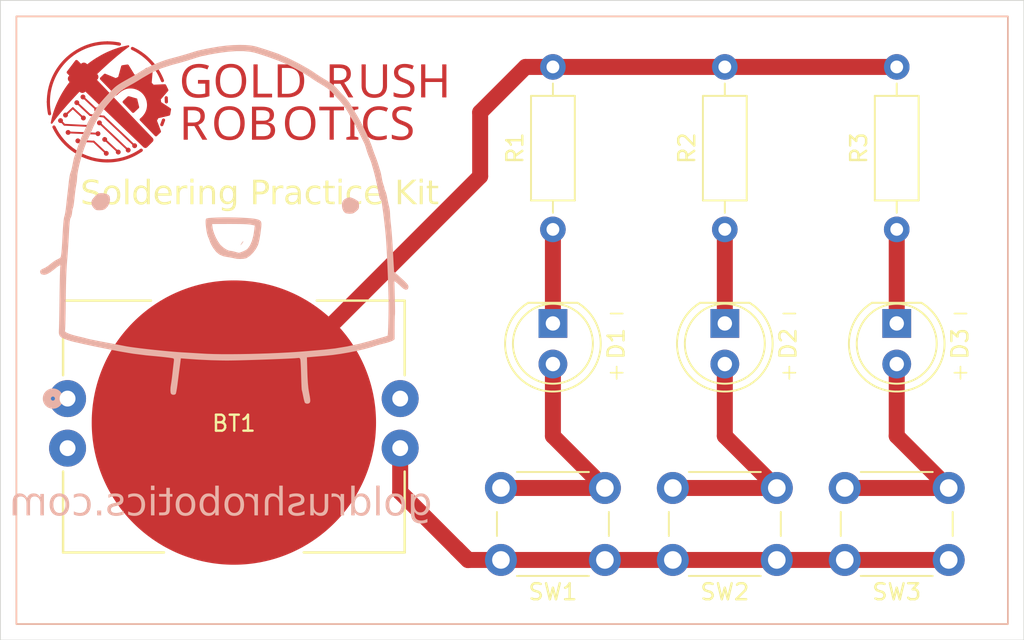
<source format=kicad_pcb>
(kicad_pcb (version 20241229) (generator "pcbnew") (generator_version "9.0")
  (layers (0 "F.Cu" signal) (2 "B.Cu" signal) (13 "F.Paste" user) (15 "B.Paste" user) (5 "F.SilkS" user "F.Silkscreen") (7 "B.SilkS" user "B.Silkscreen") (1 "F.Mask" user) (3 "B.Mask" user) (25 "Edge.Cuts" user))
  (net 0 "")
  (net 1 "GND")
  (net 2 "VCC")
  (net 3 "Net-(D1-A)")
  (net 4 "Net-(D1-K)")
  (net 5 "Net-(D2-A)")
  (net 6 "Net-(D2-K)")
  (net 7 "Net-(D3-K)")
  (net 8 "Net-(D3-A)")
  (footprint "LED_THT:LED_D5.0mm" (layer "F.Cu") (at 102.55 79.2 -90)
    (property "Reference" "D1")
    (property "Value" "Red")
  )
  (footprint "Resistor_THT:R_Axial_DIN0207_L6.3mm_D2.5mm_P10.16mm_Horizontal" (layer "F.Cu") (at 113.3 73.32 90)
    (property "Reference" "R2")
    (property "Value" "100")
  )
  (footprint "Button_Switch_THT:SW_PUSH_6mm_H5mm" (layer "F.Cu") (at 127.3 93.99 180)
    (property "Reference" "SW3")
    (property "Value" "SW_SPST")
  )
  (footprint "LED_THT:LED_D5.0mm" (layer "F.Cu") (at 124.05 79.2 -90)
    (property "Reference" "D3")
    (property "Value" "Green")
  )
  (footprint "Battery Holder:BAT-HLD-001-THM_TEC" (layer "F.Cu") (at 72.200001 83.900001)
    (property "Reference" "BT1")
    (property "Value" "CR2032")
  )
  (footprint "Button_Switch_THT:SW_PUSH_6mm_H5mm" (layer "F.Cu") (at 105.8 93.99 180)
    (property "Reference" "SW1")
    (property "Value" "SW_SPST")
  )
  (footprint "LED_THT:LED_D5.0mm" (layer "F.Cu") (at 113.3 79.2 -90)
    (property "Reference" "D2")
    (property "Value" "Orange")
  )
  (footprint "Resistor_THT:R_Axial_DIN0207_L6.3mm_D2.5mm_P10.16mm_Horizontal" (layer "F.Cu") (at 102.55 73.32 90)
    (property "Reference" "R1")
    (property "Value" "100")
  )
  (footprint "Resistor_THT:R_Axial_DIN0207_L6.3mm_D2.5mm_P10.16mm_Horizontal" (layer "F.Cu") (at 124.05 73.32 90)
    (property "Reference" "R3")
    (property "Value" "100")
  )
  (footprint "Button_Switch_THT:SW_PUSH_6mm_H5mm" (layer "F.Cu") (at 116.55 93.99 180)
    (property "Reference" "SW2")
    (property "Value" "SW_SPST")
  )
  (footprint "LOGO" (layer "B.Cu") (at 80.902196 74.786244 180)
    (property "Reference" "G***" (hide yes))
    (property "Value" "LOGO" (hide yes))
  )
  (gr_poly (pts (xy 94.570161 63.873952) (xy 95.629321 63.873952) (xy 95.629321 63) (xy 95.889767 63) (xy 95.889767 65.066231) (xy 95.629321 65.066231) (xy 95.629321 64.102568) (xy 94.570161 64.102568) (xy 94.570161 65.066231) (xy 94.30971 65.066231) (xy 94.30971 63) (xy 94.570161 63)) (fill yes) (layer "F.Cu"))
  (gr_line (start 78.379394 65.346523) (end 78.370465 65.087562) (stroke (width 0.198437)) (layer "F.Cu"))
  (gr_line (start 71.75952 66.517304) (end 72.004424 66.776431) (stroke (width 0.115755)) (layer "F.Cu"))
  (gr_poly (pts (xy 86.789297 65.614521) (xy 86.826849 65.616081) (xy 86.863633 65.618681) (xy 86.899649 65.622321) (xy 86.934895 65.627001) (xy 86.969373 65.63272) (xy 87.003083 65.63948) (xy 87.036023 65.64728) (xy 87.068195 65.65612) (xy 87.099598 65.666) (xy 87.130233 65.67692) (xy 87.160098 65.68888) (xy 87.189195 65.701879) (xy 87.217524 65.715919) (xy 87.245083 65.730999) (xy 87.271874 65.747119) (xy 87.297874 65.763827) (xy 87.32306 65.781393) (xy 87.347432 65.799819) (xy 87.37099 65.819104) (xy 87.393734 65.839249) (xy 87.415664 65.860252) (xy 87.436781 65.882114) (xy 87.457083 65.904836) (xy 87.476571 65.928416) (xy 87.495246 65.952856) (xy 87.513107 65.978155) (xy 87.530153 66.004313) (xy 87.546386 66.03133) (xy 87.561805 66.059206) (xy 87.57641 66.087941) (xy 87.590201 66.117536) (xy 87.603517 66.147526) (xy 87.615975 66.178172) (xy 87.627573 66.209473) (xy 87.638312 66.24143) (xy 87.648192 66.274043) (xy 87.657212 66.307311) (xy 87.665374 66.341235) (xy 87.672677 66.375815) (xy 87.67912 66.41105) (xy 87.684705 66.446941) (xy 87.68943 66.483488) (xy 87.693296 66.52069) (xy 87.696303 66.558548) (xy 87.698451 66.597061) (xy 87.69974 66.63623) (xy 87.700169 66.676055) (xy 87.69974 66.715891) (xy 87.698451 66.755094) (xy 87.696303 66.793664) (xy 87.693296 66.8316) (xy 87.68943 66.868904) (xy 87.684705 66.905575) (xy 87.67912 66.941613) (xy 87.672677 66.977018) (xy 87.665374 67.01179) (xy 87.657212 67.045929) (xy 87.648192 67.079434) (xy 87.638312 67.112307) (xy 87.627573 67.144547) (xy 87.615975 67.176153) (xy 87.603517 67.207127) (xy 87.590201 67.237467) (xy 87.57641 67.266723) (xy 87.561805 67.295164) (xy 87.546386 67.322792) (xy 87.530153 67.349605) (xy 87.513107 67.375605) (xy 87.495246 67.400791) (xy 87.476571 67.425163) (xy 87.457083 67.448721) (xy 87.436781 67.471465) (xy 87.415664 67.493395) (xy 87.393734 67.514511) (xy 87.37099 67.534814) (xy 87.347432 67.554302) (xy 87.32306 67.572977) (xy 87.297874 67.590837) (xy 87.271874 67.607884) (xy 87.245072 67.624004) (xy 87.217479 67.639084) (xy 87.189094 67.653123) (xy 87.159918 67.666123) (xy 87.12995 67.678083) (xy 87.099192 67.689003) (xy 87.067642 67.698883) (xy 87.0353 67.707723) (xy 87.002168 67.715522) (xy 86.968244 67.722282) (xy 86.933528 67.728002) (xy 86.898022 67.732682) (xy 86.861724 67.736322) (xy 86.824634 67.738922) (xy 86.786754 67.740482) (xy 86.748082 67.741002) (xy 86.708348 67.740482) (xy 86.66945 67.738922) (xy 86.631389 67.736322) (xy 86.594164 67.732682) (xy 86.557776 67.728002) (xy 86.522224 67.722282) (xy 86.487509 67.715522) (xy 86.45363 67.707723) (xy 86.420588 67.698883) (xy 86.388382 67.689003) (xy 86.357013 67.678083) (xy 86.32648 67.666123) (xy 86.296784 67.653123) (xy 86.267925 67.639084) (xy 86.239901 67.624004) (xy 86.212715 67.607884) (xy 86.186726 67.590826) (xy 86.161574 67.572931) (xy 86.137259 67.5542) (xy 86.11378 67.534633) (xy 86.091138 67.514228) (xy 86.069332 67.492988) (xy 86.048362 67.470911) (xy 86.02823 67.447997) (xy 86.008933 67.424247) (xy 85.990473 67.39966) (xy 85.97285 67.374237) (xy 85.956063 67.347977) (xy 85.940113 67.320881) (xy 85.924999 67.292948) (xy 85.910721 67.264179) (xy 85.89728 67.234573) (xy 85.884665 67.204233) (xy 85.872864 67.173259) (xy 85.861876 67.141653) (xy 85.851702 67.109413) (xy 85.842343 67.07654) (xy 85.833797 67.043035) (xy 85.826065 67.008896) (xy 85.819147 66.974124) (xy 85.813042 66.938719) (xy 85.807752 66.902681) (xy 85.803276 66.86601) (xy 85.799613 66.828707) (xy 85.796765 66.79077) (xy 85.79473 66.7522) (xy 85.793509 66.712997) (xy 85.793132 66.676054) (xy 86.068019 66.676054) (xy 86.06802 66.676054) (xy 86.068664 66.724244) (xy 86.070597 66.771146) (xy 86.073819 66.816758) (xy 86.078329 66.861082) (xy 86.084128 66.904117) (xy 86.091216 66.945864) (xy 86.099593 66.986322) (xy 86.109258 67.025491) (xy 86.120212 67.063371) (xy 86.132454 67.099963) (xy 86.145985 67.135266) (xy 86.160805 67.16928) (xy 86.176914 67.202006) (xy 86.194311 67.233443) (xy 86.212997 67.263591) (xy 86.232972 67.292451) (xy 86.254314 67.319434) (xy 86.277103 67.344676) (xy 86.28904 67.356645) (xy 86.301339 67.368178) (xy 86.314 67.379276) (xy 86.327022 67.389939) (xy 86.340407 67.400166) (xy 86.354153 67.409958) (xy 86.38273 67.428237) (xy 86.412754 67.444775) (xy 86.444224 67.459573) (xy 86.477142 67.472629) (xy 86.511507 67.483945) (xy 86.547319 67.493519) (xy 86.584578 67.501353) (xy 86.623283 67.507446) (xy 86.663436 67.511798) (xy 86.705035 67.51441) (xy 86.748082 67.51528) (xy 86.791467 67.51441) (xy 86.833361 67.511798) (xy 86.873762 67.507446) (xy 86.912671 67.501353) (xy 86.950088 67.493519) (xy 86.986013 67.483945) (xy 87.020446 67.472629) (xy 87.053386 67.459573) (xy 87.084834 67.444775) (xy 87.11479 67.428237) (xy 87.143254 67.409958) (xy 87.170226 67.389939) (xy 87.195706 67.368178) (xy 87.219693 67.344676) (xy 87.242189 67.319434) (xy 87.263192 67.292451) (xy 87.282816 67.263591) (xy 87.301174 67.233443) (xy 87.318266 67.202006) (xy 87.334092 67.16928) (xy 87.348652 67.135266) (xy 87.361946 67.099963) (xy 87.373973 67.063371) (xy 87.384735 67.025491) (xy 87.394231 66.986322) (xy 87.40246 66.945864) (xy 87.409424 66.904117) (xy 87.415121 66.861082) (xy 87.419552 66.816758) (xy 87.422718 66.771146) (xy 87.424617 66.724244) (xy 87.42525 66.676054) (xy 87.424617 66.627887) (xy 87.422718 66.581054) (xy 87.419552 66.535554) (xy 87.415121 66.491389) (xy 87.409424 66.448557) (xy 87.40246 66.407059) (xy 87.394231 66.366895) (xy 87.384735 66.328065) (xy 87.373973 66.290569) (xy 87.361946 66.254407) (xy 87.348652 66.219579) (xy 87.334092 66.186084) (xy 87.318266 66.153924) (xy 87.301174 66.123097) (xy 87.282816 66.093605) (xy 87.263192 66.065446) (xy 87.2422 66.038463) (xy 87.231153 66.025624) (xy 87.219739 66.01322) (xy 87.207957 66.001252) (xy 87.195808 65.989719) (xy 87.183291 65.978621) (xy 87.170407 65.967958) (xy 87.157156 65.957731) (xy 87.143537 65.947939) (xy 87.129551 65.938581) (xy 87.115197 65.92966) (xy 87.100477 65.921173) (xy 87.085388 65.913122) (xy 87.05411 65.898324) (xy 87.021361 65.885268) (xy 86.987143 65.873952) (xy 86.951456 65.864378) (xy 86.914299 65.856544) (xy 86.875672 65.850451) (xy 86.835576 65.846099) (xy 86.794011 65.843487) (xy 86.750975 65.842617) (xy 86.707917 65.843487) (xy 86.666284 65.846099) (xy 86.626075 65.850451) (xy 86.58729 65.856544) (xy 86.549929 65.864378) (xy 86.513993 65.873952) (xy 86.479482 65.885268) (xy 86.446394 65.898324) (xy 86.414731 65.913122) (xy 86.384492 65.92966) (xy 86.355678 65.947939) (xy 86.328288 65.967958) (xy 86.302322 65.989719) (xy 86.277781 66.01322) (xy 86.254664 66.038463) (xy 86.232971 66.065446) (xy 86.212996 66.093605) (xy 86.194311 66.123097) (xy 86.176913 66.153924) (xy 86.160805 66.186084) (xy 86.145985 66.219579) (xy 86.132454 66.254407) (xy 86.120211 66.290569) (xy 86.109257 66.328065) (xy 86.099592 66.366895) (xy 86.091215 66.407059) (xy 86.084127 66.448557) (xy 86.078328 66.491389) (xy 86.073818 66.535554) (xy 86.070596 66.581054) (xy 86.068663 66.627887) (xy 86.068019 66.676054) (xy 85.793132 66.676054) (xy 85.793102 66.673161) (xy 85.793509 66.633686) (xy 85.79473 66.594845) (xy 85.796765 66.556637) (xy 85.799613 66.519062) (xy 85.803276 66.482119) (xy 85.807752 66.44581) (xy 85.813042 66.410134) (xy 85.819147 66.375091) (xy 85.826065 66.340681) (xy 85.833797 66.306904) (xy 85.842343 66.27376) (xy 85.851702 66.241249) (xy 85.861876 66.209371) (xy 85.872864 66.178126) (xy 85.884665 66.147514) (xy 85.89728 66.117536) (xy 85.910721 66.08828) (xy 85.924999 66.059839) (xy 85.940113 66.032212) (xy 85.956063 66.005398) (xy 85.97285 65.979398) (xy 85.990473 65.954213) (xy 86.008933 65.929841) (xy 86.028229 65.906283) (xy 86.048362 65.883539) (xy 86.069331 65.861608) (xy 86.091137 65.840492) (xy 86.11378 65.82019) (xy 86.137259 65.800701) (xy 86.161574 65.782026) (xy 86.186726 65.764166) (xy 86.212715 65.747119) (xy 86.239913 65.730999) (xy 86.26797 65.715919) (xy 86.296886 65.701879) (xy 86.326661 65.68888) (xy 86.357295 65.67692) (xy 86.388789 65.666) (xy 86.421141 65.65612) (xy 86.454353 65.64728) (xy 86.488424 65.63948) (xy 86.523354 65.63272) (xy 86.559143 65.627001) (xy 86.595791 65.622321) (xy 86.633299 65.618681) (xy 86.671665 65.616081) (xy 86.710891 65.614521) (xy 86.750975 65.614001)) (fill yes) (layer "F.Cu"))
  (gr_line (start 73.835672 67.832614) (end 72.844477 67.782839) (stroke (width 0.115755)) (layer "F.Cu"))
  (gr_poly (pts (xy 73.198899 66.2016) (xy 73.206195 66.202205) (xy 73.213463 66.203161) (xy 73.22069 66.204467) (xy 73.227863 66.206124) (xy 73.234967 66.208133) (xy 73.24199 66.210494) (xy 73.248917 66.213208) (xy 73.255736 66.216276) (xy 73.262432 66.219697) (xy 73.268993 66.223474) (xy 73.275404 66.227606) (xy 73.281652 66.232093) (xy 73.287724 66.236937) (xy 73.293607 66.242138) (xy 73.299204 66.247614) (xy 73.304462 66.253307) (xy 73.309379 66.259202) (xy 73.313956 66.265287) (xy 73.318191 66.271546) (xy 73.322084 66.277968) (xy 73.325635 66.284538) (xy 73.328842 66.291243) (xy 73.331706 66.29807) (xy 73.334225 66.305004) (xy 73.3364 66.312033) (xy 73.338229 66.319142) (xy 73.339712 66.326319) (xy 73.340848 66.333549) (xy 73.341638 66.340819) (xy 73.342079 66.348116) (xy 73.342172 66.355426) (xy 73.341917 66.362736) (xy 73.341311 66.370031) (xy 73.340356 66.377299) (xy 73.33905 66.384526) (xy 73.337393 66.391699) (xy 73.335384 66.398803) (xy 73.333023 66.405826) (xy 73.330309 66.412753) (xy 73.327241 66.419572) (xy 73.323819 66.426268) (xy 73.320043 66.432829) (xy 73.315911 66.43924) (xy 73.311423 66.445488) (xy 73.30658 66.45156) (xy 73.301379 66.457442) (xy 73.295888 66.463054) (xy 73.290182 66.468325) (xy 73.284276 66.473253) (xy 73.278182 66.477839) (xy 73.271915 66.482082) (xy 73.265487 66.485981) (xy 73.258912 66.489537) (xy 73.252203 66.492748) (xy 73.245375 66.495614) (xy 73.238439 66.498134) (xy 73.231411 66.500309) (xy 73.224302 66.502137) (xy 73.217127 66.503619) (xy 73.209899 66.504753) (xy 73.202632 66.505539) (xy 73.195339 66.505977) (xy 73.188033 66.506066) (xy 73.180728 66.505806) (xy 73.173437 66.505196) (xy 73.166174 66.504236) (xy 73.158952 66.502925) (xy 73.151785 66.501262) (xy 73.144686 66.499248) (xy 73.137668 66.496882) (xy 73.130745 66.494163) (xy 73.123931 66.491091) (xy 73.117238 66.487665) (xy 73.110681 66.483885) (xy 73.104273 66.479751) (xy 73.098026 66.475261) (xy 73.091956 66.470416) (xy 73.086074 66.465215) (xy 73.080477 66.459738) (xy 73.075219 66.454045) (xy 73.070301 66.44815) (xy 73.065725 66.442066) (xy 73.06149 66.435806) (xy 73.057596 66.429384) (xy 73.054046 66.422814) (xy 73.050838 66.416109) (xy 73.047975 66.409283) (xy 73.045455 66.402348) (xy 73.043281 66.39532) (xy 73.041452 66.388211) (xy 73.039969 66.381034) (xy 73.038832 66.373804) (xy 73.038043 66.366534) (xy 73.037601 66.359237) (xy 73.037508 66.351927) (xy 73.037764 66.344617) (xy 73.038369 66.337321) (xy 73.039325 66.330053) (xy 73.04063 66.322826) (xy 73.042288 66.315654) (xy 73.044296 66.30855) (xy 73.046658 66.301527) (xy 73.049372 66.2946) (xy 73.05244 66.287781) (xy 73.055861 66.281085) (xy 73.059638 66.274524) (xy 73.06377 66.268113) (xy 73.068257 66.261864) (xy 73.073101 66.255792) (xy 73.078302 66.24991) (xy 73.083778 66.244313) (xy 73.089471 66.239055) (xy 73.095366 66.234138) (xy 73.101451 66.229561) (xy 73.10771 66.225326) (xy 73.114132 66.221433) (xy 73.120702 66.217882) (xy 73.127407 66.214675) (xy 73.134234 66.211811) (xy 73.141168 66.209291) (xy 73.148197 66.207117) (xy 73.155306 66.205288) (xy 73.162482 66.203805) (xy 73.169713 66.202668) (xy 73.176983 66.201879) (xy 73.18428 66.201438) (xy 73.19159 66.201344)) (fill yes) (layer "F.Cu"))
  (gr_poly (pts (xy 90.845734 64.339867) (xy 90.846254 64.370897) (xy 90.847814 64.401045) (xy 90.850414 64.430312) (xy 90.854054 64.458697) (xy 90.858735 64.4862) (xy 90.864455 64.512821) (xy 90.871215 64.538561) (xy 90.879014 64.563419) (xy 90.887854 64.587395) (xy 90.897734 64.61049) (xy 90.908654 64.632702) (xy 90.920614 64.654033) (xy 90.933614 64.674483) (xy 90.947653 64.69405) (xy 90.962733 64.712736) (xy 90.978852 64.73054) (xy 90.996385 64.747361) (xy 91.01498 64.763096) (xy 91.034638 64.777747) (xy 91.055358 64.791312) (xy 91.077142 64.803792) (xy 91.099988 64.815186) (xy 91.123896 64.825496) (xy 91.148867 64.83472) (xy 91.174901 64.842859) (xy 91.201997 64.849913) (xy 91.230156 64.855882) (xy 91.259377 64.860765) (xy 91.289661 64.864563) (xy 91.321007 64.867276) (xy 91.353416 64.868904) (xy 91.386887 64.869447) (xy 91.421365 64.86887) (xy 91.454622 64.867141) (xy 91.486659 64.864258) (xy 91.517474 64.860222) (xy 91.547069 64.855034) (xy 91.575442 64.848692) (xy 91.602595 64.841197) (xy 91.628527 64.83255) (xy 91.653238 64.822749) (xy 91.676729 64.811795) (xy 91.698998 64.799688) (xy 91.720046 64.786428) (xy 91.739874 64.772016) (xy 91.758481 64.75645) (xy 91.775866 64.739731) (xy 91.792031 64.721859) (xy 91.80745 64.702721) (xy 91.821875 64.682927) (xy 91.835304 64.662478) (xy 91.847739 64.641373) (xy 91.859179 64.619612) (xy 91.869624 64.597196) (xy 91.879075 64.574124) (xy 91.887531 64.550396) (xy 91.894991 64.526013) (xy 91.901458 64.500974) (xy 91.906929 64.47528) (xy 91.911405 64.44893) (xy 91.914887 64.421924) (xy 91.917374 64.394263) (xy 91.918866 64.365946) (xy 91.919364 64.336973) (xy 91.919364 63) (xy 92.176921 63) (xy 92.176921 64.336973) (xy 92.176581 64.363583) (xy 92.175564 64.389877) (xy 92.173868 64.415854) (xy 92.171494 64.441514) (xy 92.168442 64.466858) (xy 92.164712 64.491886) (xy 92.160303 64.516597) (xy 92.155216 64.540991) (xy 92.149451 64.565069) (xy 92.143007 64.588831) (xy 92.135886 64.612276) (xy 92.128086 64.635404) (xy 92.119608 64.658216) (xy 92.110451 64.680711) (xy 92.100617 64.70289) (xy 92.090104 64.724753) (xy 92.07889 64.745824) (xy 92.066953 64.766352) (xy 92.054292 64.786338) (xy 92.040907 64.805781) (xy 92.0268 64.824682) (xy 92.011968 64.84304) (xy 91.996414 64.860855) (xy 91.980136 64.878128) (xy 91.963134 64.894859) (xy 91.945409 64.911046) (xy 91.92696 64.926691) (xy 91.907788 64.941794) (xy 91.887893 64.956353) (xy 91.867273 64.970371) (xy 91.845931 64.983845) (xy 91.823865 64.996777) (xy 91.801415 65.008692) (xy 91.778196 65.019838) (xy 91.754209 65.030215) (xy 91.729453 65.039824) (xy 91.703928 65.048664) (xy 91.677634 65.056735) (xy 91.650572 65.064037) (xy 91.622741 65.070571) (xy 91.594142 65.076336) (xy 91.564774 65.081333) (xy 91.534636 65.085561) (xy 91.503731 65.08902) (xy 91.472056 65.09171) (xy 91.439613 65.093632) (xy 91.406401 65.094785) (xy 91.37242 65.095169) (xy 91.325021 65.094355) (xy 91.279047 65.091914) (xy 91.234497 65.087844) (xy 91.191372 65.082147) (xy 91.14967 65.074822) (xy 91.109394 65.065869) (xy 91.070541 65.055288) (xy 91.033113 65.04308) (xy 90.997109 65.029243) (xy 90.96253 65.013779) (xy 90.929375 64.996687) (xy 90.897644 64.977967) (xy 90.867337 64.95762) (xy 90.838455 64.935644) (xy 90.810996 64.912041) (xy 90.784962 64.88681) (xy 90.760783 64.859883) (xy 90.738163 64.831917) (xy 90.717103 64.80291) (xy 90.697603 64.772863) (xy 90.679663 64.741777) (xy 90.663284 64.70965) (xy 90.648464 64.676484) (xy 90.635204 64.642277) (xy 90.623505 64.607031) (xy 90.613365 64.570744) (xy 90.604785 64.533417) (xy 90.597765 64.495051) (xy 90.592306 64.455644) (xy 90.588406 64.415198) (xy 90.586066 64.373712) (xy 90.585286 64.331185) (xy 90.585286 63) (xy 90.845734 63)) (fill yes) (layer "F.Cu"))
  (gr_poly (pts (xy 80.075895 65.64641) (xy 80.121632 65.64814) (xy 80.165786 65.651022) (xy 80.208358 65.655058) (xy 80.249347 65.660246) (xy 80.288754 65.666588) (xy 80.326578 65.674083) (xy 80.362819 65.68273) (xy 80.397478 65.692531) (xy 80.430554 65.703485) (xy 80.462047 65.715592) (xy 80.491958 65.728852) (xy 80.520286 65.743264) (xy 80.547032 65.75883) (xy 80.572195 65.775549) (xy 80.595775 65.793421) (xy 80.618203 65.812096) (xy 80.639184 65.831946) (xy 80.658718 65.852972) (xy 80.676805 65.875173) (xy 80.693444 65.898551) (xy 80.708637 65.923103) (xy 80.722383 65.948832) (xy 80.734682 65.975736) (xy 80.745535 66.003815) (xy 80.75494 66.033071) (xy 80.762898 66.063502) (xy 80.769409 66.095108) (xy 80.774473 66.127891) (xy 80.778091 66.161848) (xy 80.780261 66.196982) (xy 80.780985 66.233291) (xy 80.780747 66.253695) (xy 80.780035 66.27367) (xy 80.778848 66.293215) (xy 80.777186 66.31233) (xy 80.77505 66.331016) (xy 80.772438 66.349272) (xy 80.769352 66.367099) (xy 80.765791 66.384496) (xy 80.761756 66.401464) (xy 80.757245 66.418002) (xy 80.75226 66.43411) (xy 80.7468 66.449789) (xy 80.740865 66.465039) (xy 80.734456 66.479859) (xy 80.727572 66.494249) (xy 80.720213 66.50821) (xy 80.712481 66.521786) (xy 80.704477 66.535023) (xy 80.696203 66.547921) (xy 80.687657 66.56048) (xy 80.678839 66.5727) (xy 80.669751 66.584581) (xy 80.660391 66.596123) (xy 80.65076 66.607325) (xy 80.640857 66.618188) (xy 80.630683 66.628712) (xy 80.620238 66.638897) (xy 80.609522 66.648743) (xy 80.598534 66.65825) (xy 80.587275 66.667418) (xy 80.575745 66.676246) (xy 80.563944 66.684736) (xy 80.540612 66.700245) (xy 80.516918 66.714941) (xy 80.492862 66.728823) (xy 80.468445 66.74189) (xy 80.443666 66.754144) (xy 80.418525 66.765584) (xy 80.393023 66.77621) (xy 80.367159 66.786022) (xy 80.934359 67.712063) (xy 80.630501 67.712063) (xy 80.129862 66.858369) (xy 79.71893 66.858369) (xy 79.71893 67.712063) (xy 79.458481 67.712063) (xy 79.458481 66.638434) (xy 79.71893 66.638434) (xy 80.028576 66.638434) (xy 80.059515 66.63805) (xy 80.089392 66.636897) (xy 80.118206 66.634975) (xy 80.145958 66.632284) (xy 80.172647 66.628825) (xy 80.198274 66.624598) (xy 80.222838 66.619601) (xy 80.24634 66.613836) (xy 80.268779 66.607302) (xy 80.290155 66.6) (xy 80.310469 66.591928) (xy 80.32972 66.583088) (xy 80.347908 66.57348) (xy 80.365034 66.563103) (xy 80.381097 66.551957) (xy 80.396098 66.540042) (xy 80.410115 66.52702) (xy 80.423228 66.513274) (xy 80.435437 66.498804) (xy 80.446741 66.483611) (xy 80.457141 66.467695) (xy 80.466636 66.451055) (xy 80.475227 66.433692) (xy 80.482914 66.415605) (xy 80.489697 66.396795) (xy 80.495575 66.377262) (xy 80.500549 66.357004) (xy 80.504618 66.336024) (xy 80.507783 66.31432) (xy 80.510044 66.291892) (xy 80.511401 66.268741) (xy 80.511853 66.244867) (xy 80.511378 66.220009) (xy 80.509954 66.196078) (xy 80.50758 66.173073) (xy 80.504257 66.150996) (xy 80.499984 66.129846) (xy 80.494761 66.109623) (xy 80.488589 66.090326) (xy 80.481467 66.071957) (xy 80.473396 66.054515) (xy 80.464375 66.037999) (xy 80.454405 66.022411) (xy 80.443485 66.007749) (xy 80.431616 65.994014) (xy 80.418797 65.981207) (xy 80.405028 65.969326) (xy 80.39031 65.958372) (xy 80.374597 65.947859) (xy 80.357844 65.938025) (xy 80.340051 65.928868) (xy 80.321219 65.92039) (xy 80.301346 65.91259) (xy 80.280433 65.905468) (xy 80.25848 65.899025) (xy 80.235488 65.89326) (xy 80.211455 65.888173) (xy 80.186382 65.883764) (xy 80.16027 65.880034) (xy 80.133117 65.876982) (xy 80.104924 65.874608) (xy 80.075692 65.872912) (xy 80.045419 65.871895) (xy 80.014107 65.871556) (xy 79.71893 65.871556) (xy 79.71893 66.638434) (xy 79.458481 66.638434) (xy 79.458481 65.645833) (xy 80.028576 65.645833)) (fill yes) (layer "F.Cu"))
  (gr_poly (pts (xy 76.006272 61.805609) (xy 76.010928 61.806204) (xy 76.015413 61.807171) (xy 76.019718 61.80849) (xy 76.023834 61.810143) (xy 76.027753 61.812108) (xy 76.031466 61.814367) (xy 76.034966 61.816899) (xy 76.038244 61.819685) (xy 76.041292 61.822706) (xy 76.0441 61.825941) (xy 76.046661 61.82937) (xy 76.048967 61.832974) (xy 76.051008 61.836734) (xy 76.052777 61.840629) (xy 76.054265 61.844639) (xy 76.055464 61.848746) (xy 76.056365 61.852928) (xy 76.05696 61.857167) (xy 76.057241 61.861443) (xy 76.057199 61.865736) (xy 76.056826 61.870026) (xy 76.056113 61.874293) (xy 76.055053 61.878518) (xy 76.053636 61.882681) (xy 76.051854 61.886763) (xy 76.0497 61.890743) (xy 76.047163 61.894601) (xy 76.044237 61.898319) (xy 76.040913 61.901876) (xy 76.037182 61.905252) (xy 76.033036 61.908428) (xy 75.823619 62.061585) (xy 75.599264 62.235595) (xy 75.361949 62.428475) (xy 75.113651 62.638244) (xy 74.856345 62.86292) (xy 74.592008 63.100519) (xy 74.322617 63.349059) (xy 74.050149 63.606558) (xy 74.057756 63.614165) (xy 74.066287 63.623122) (xy 74.074267 63.6324) (xy 74.081697 63.641978) (xy 74.088576 63.651834) (xy 74.094905 63.661946) (xy 74.100684 63.672294) (xy 74.105912 63.682855) (xy 74.11059 63.693609) (xy 74.114718 63.704535) (xy 74.118295 63.71561) (xy 74.121322 63.726814) (xy 74.123799 63.738125) (xy 74.125725 63.749522) (xy 74.127101 63.760984) (xy 74.127926 63.772488) (xy 74.128202 63.784015) (xy 74.127926 63.795542) (xy 74.127101 63.807048) (xy 74.125725 63.818512) (xy 74.123799 63.829912) (xy 74.121322 63.841228) (xy 74.118295 63.852437) (xy 74.114718 63.863518) (xy 74.11059 63.874451) (xy 74.105912 63.885214) (xy 74.100684 63.895784) (xy 74.094905 63.906142) (xy 74.088576 63.916266) (xy 74.081697 63.926133) (xy 74.074267 63.935724) (xy 74.066287 63.945016) (xy 74.057756 63.953989) (xy 74.04122 63.970525) (xy 77.521979 67.603916) (xy 77.527773 67.61029) (xy 77.533186 67.616876) (xy 77.538219 67.623661) (xy 77.542871 67.630628) (xy 77.547143 67.637765) (xy 77.551035 67.645056) (xy 77.554547 67.652487) (xy 77.55768 67.660044) (xy 77.560432 67.667712) (xy 77.562806 67.675477) (xy 77.5648 67.683324) (xy 77.566415 67.691239) (xy 77.567651 67.699207) (xy 77.568508 67.707215) (xy 77.568987 67.715246) (xy 77.569087 67.723288) (xy 77.568809 67.731326) (xy 77.568152 67.739345) (xy 77.567118 67.74733) (xy 77.565705 67.755268) (xy 77.563915 67.763144) (xy 77.561747 67.770943) (xy 77.559202 67.778651) (xy 77.556279 67.786253) (xy 77.552979 67.793736) (xy 77.549303 67.801085) (xy 77.545249 67.808284) (xy 77.540819 67.81532) (xy 77.536012 67.822179) (xy 77.530828 67.828846) (xy 77.525269 67.835306) (xy 77.519333 67.841545) (xy 77.182816 68.178061) (xy 77.176452 68.184071) (xy 77.169837 68.189696) (xy 77.162993 68.194936) (xy 77.155939 68.199791) (xy 77.148698 68.204261) (xy 77.14129 68.208345) (xy 77.133735 68.212042) (xy 77.126055 68.215351) (xy 77.11827 68.218274) (xy 77.110401 68.220808) (xy 77.10247 68.222953) (xy 77.094496 68.22471) (xy 77.086501 68.226077) (xy 77.078505 68.227054) (xy 77.07053 68.227641) (xy 77.062596 68.227837) (xy 77.05469 68.227652) (xy 77.046794 68.2271) (xy 77.038922 68.22618) (xy 77.031089 68.224891) (xy 77.023308 68.223234) (xy 77.015593 68.221209) (xy 77.007959 68.218816) (xy 77.000419 68.216054) (xy 76.992988 68.212925) (xy 76.985679 68.209427) (xy 76.978507 68.205561) (xy 76.971485 68.201326) (xy 76.964629 68.196724) (xy 76.957951 68.191753) (xy 76.951466 68.186414) (xy 76.945187 68.180707) (xy 73.311797 64.699949) (xy 73.295261 64.716485) (xy 73.286288 64.725015) (xy 73.276996 64.732996) (xy 73.267405 64.740425) (xy 73.257537 64.747305) (xy 73.247413 64.753634) (xy 73.237055 64.759413) (xy 73.226484 64.764641) (xy 73.21572 64.769319) (xy 73.204787 64.773447) (xy 73.193704 64.777024) (xy 73.182493 64.780051) (xy 73.171175 64.782527) (xy 73.159772 64.784454) (xy 73.148306 64.78583) (xy 73.136796 64.786655) (xy 73.125266 64.78693) (xy 73.113735 64.786655) (xy 73.102226 64.78583) (xy 73.090759 64.784454) (xy 73.079356 64.782527) (xy 73.068039 64.780051) (xy 73.056828 64.777024) (xy 73.045745 64.773447) (xy 73.034811 64.769319) (xy 73.024048 64.764641) (xy 73.013477 64.759413) (xy 73.003119 64.753634) (xy 72.992995 64.747305) (xy 72.983127 64.740425) (xy 72.973536 64.732996) (xy 72.964244 64.725015) (xy 72.955271 64.716485) (xy 72.947664 64.708878) (xy 72.69022 64.981346) (xy 72.441718 65.250736) (xy 72.204143 65.515073) (xy 71.979475 65.772379) (xy 71.769698 66.020678) (xy 71.576794 66.257993) (xy 71.402746 66.482347) (xy 71.249535 66.691765) (xy 71.247248 66.694816) (xy 71.244855 66.697645) (xy 71.242364 66.700256) (xy 71.239781 66.702653) (xy 71.237114 66.704839) (xy 71.23437 66.706816) (xy 71.231556 66.708589) (xy 71.228679 66.710162) (xy 71.225745 66.711536) (xy 71.222762 66.712716) (xy 71.219737 66.713706) (xy 71.216677 66.714508) (xy 71.213588 66.715125) (xy 71.210479 66.715562) (xy 71.207356 66.715822) (xy 71.204225 66.715908) (xy 71.20119 66.715827) (xy 71.198167 66.715585) (xy 71.195163 66.715185) (xy 71.192185 66.71463) (xy 71.189239 66.713924) (xy 71.186334 66.713068) (xy 71.183476 66.712068) (xy 71.180671 66.710924) (xy 71.177928 66.70964) (xy 71.175253 66.70822) (xy 71.172652 66.706666) (xy 71.170134 66.704981) (xy 71.167705 66.703169) (xy 71.165373 66.701232) (xy 71.163143 66.699172) (xy 71.161024 66.696995) (xy 71.159022 66.694701) (xy 71.157144 66.692294) (xy 71.155397 66.689778) (xy 71.153789 66.687155) (xy 71.152326 66.684428) (xy 71.151016 66.681601) (xy 71.149865 66.678675) (xy 71.14888 66.675655) (xy 71.148069 66.672543) (xy 71.147438 66.669342) (xy 71.146994 66.666055) (xy 71.146746 66.662686) (xy 71.146698 66.659236) (xy 71.14686 66.65571) (xy 71.147236 66.65211) (xy 71.147836 66.648439) (xy 71.169429 66.545251) (xy 71.253669 66.545251) (xy 71.401086 66.349201) (xy 71.566916 66.139041) (xy 71.750087 65.916025) (xy 71.949523 65.681407) (xy 72.164153 65.436441) (xy 72.392902 65.182381) (xy 72.634697 64.92048) (xy 72.888464 64.651992) (xy 72.946838 64.590808) (xy 73.0067 64.65067) (xy 73.014306 64.658276) (xy 73.02 64.6637) (xy 73.025912 64.668805) (xy 73.032032 64.673587) (xy 73.038349 64.678042) (xy 73.044853 64.682166) (xy 73.051534 64.685955) (xy 73.058381 64.689403) (xy 73.065383 64.692507) (xy 73.072531 64.695262) (xy 73.079814 64.697663) (xy 73.087222 64.699708) (xy 73.094743 64.70139) (xy 73.102369 64.702706) (xy 73.110087 64.703651) (xy 73.117888 64.704222) (xy 73.125762 64.704413) (xy 73.133636 64.704222) (xy 73.141437 64.703651) (xy 73.149156 64.702706) (xy 73.156781 64.70139) (xy 73.164303 64.699708) (xy 73.17171 64.697663) (xy 73.178993 64.695262) (xy 73.186141 64.692507) (xy 73.193144 64.689403) (xy 73.199991 64.685955) (xy 73.206671 64.682167) (xy 73.213175 64.678043) (xy 73.219493 64.673587) (xy 73.225612 64.668805) (xy 73.231524 64.6637) (xy 73.237218 64.658276) (xy 73.253754 64.64174) (xy 73.310971 64.584524) (xy 73.369344 64.640582) (xy 77.002735 68.121341) (xy 77.005854 68.124174) (xy 77.009072 68.126842) (xy 77.012386 68.129341) (xy 77.015793 68.131671) (xy 77.019292 68.133829) (xy 77.022879 68.135811) (xy 77.026552 68.137617) (xy 77.030309 68.139242) (xy 77.034148 68.140685) (xy 77.038065 68.141944) (xy 77.042059 68.143016) (xy 77.046127 68.143898) (xy 77.050267 68.144588) (xy 77.054476 68.145085) (xy 77.058752 68.145384) (xy 77.063093 68.145484) (xy 77.067446 68.145378) (xy 77.071759 68.145061) (xy 77.076026 68.144536) (xy 77.080242 68.143805) (xy 77.0844 68.14287) (xy 77.088495 68.141735) (xy 77.092523 68.1404) (xy 77.096476 68.13887) (xy 77.10035 68.137146) (xy 77.104139 68.13523) (xy 77.107837 68.133125) (xy 77.111439 68.130834) (xy 77.114939 68.128359) (xy 77.118332 68.125702) (xy 77.121612 68.122866) (xy 77.124774 68.119853) (xy 77.461291 67.783336) (xy 77.464312 67.780158) (xy 77.467141 67.776862) (xy 77.46978 67.773456) (xy 77.472227 67.769946) (xy 77.474483 67.766342) (xy 77.476547 67.76265) (xy 77.47842 67.758879) (xy 77.480101 67.755035) (xy 77.48159 67.751128) (xy 77.482888 67.747164) (xy 77.483993 67.743151) (xy 77.484906 67.739097) (xy 77.485626 67.73501) (xy 77.486154 67.730898) (xy 77.48649 67.726767) (xy 77.486633 67.722627) (xy 77.486583 67.718483) (xy 77.48634 67.714346) (xy 77.485904 67.710221) (xy 77.485275 67.706117) (xy 77.484453 67.702041) (xy 77.483437 67.698002) (xy 77.482227 67.694006) (xy 77.480824 67.690063) (xy 77.479228 67.686178) (xy 77.477437 67.682361) (xy 77.475452 67.678618) (xy 77.473273 67.674958) (xy 77.4709 67.671388) (xy 77.468333 67.667916) (xy 77.465571 67.66455) (xy 77.462614 67.661297) (xy 73.981854 64.028072) (xy 73.925796 63.969698) (xy 73.983012 63.912482) (xy 73.999548 63.895945) (xy 74.005135 63.890083) (xy 74.010362 63.884008) (xy 74.015228 63.877734) (xy 74.019733 63.871276) (xy 74.023878 63.864648) (xy 74.027663 63.857864) (xy 74.031087 63.850938) (xy 74.034151 63.843884) (xy 74.036854 63.836717) (xy 74.039197 63.82945) (xy 74.04118 63.822098) (xy 74.042802 63.814674) (xy 74.044063 63.807194) (xy 74.044964 63.79967) (xy 74.045505 63.792118) (xy 74.045685 63.784552) (xy 74.045505 63.776984) (xy 74.044964 63.769431) (xy 74.044063 63.761905) (xy 74.042802 63.754421) (xy 74.04118 63.746994) (xy 74.039197 63.739636) (xy 74.036854 63.732363) (xy 74.034151 63.725188) (xy 74.031087 63.718126) (xy 74.027663 63.711191) (xy 74.023878 63.704397) (xy 74.019733 63.697758) (xy 74.015228 63.691287) (xy 74.010362 63.685001) (xy 74.005135 63.678912) (xy 73.999548 63.673034) (xy 73.991942 63.665427) (xy 73.93208 63.605565) (xy 73.993265 63.547191) (xy 74.261705 63.293425) (xy 74.523584 63.05163) (xy 74.777641 62.822881) (xy 75.022618 62.608251) (xy 75.257254 62.408815) (xy 75.48029 62.225644) (xy 75.690466 62.059814) (xy 75.886523 61.912397) (xy 75.886854 61.912067) (xy 75.727006 61.949109) (xy 75.567833 61.991057) (xy 75.409456 62.037854) (xy 75.251996 62.089443) (xy 75.095574 62.14577) (xy 74.94031 62.206778) (xy 74.786326 62.272411) (xy 74.633742 62.342614) (xy 74.482679 62.41733) (xy 74.333259 62.496503) (xy 74.185601 62.580077) (xy 74.039827 62.667997) (xy 73.896058 62.760206) (xy 73.754415 62.856649) (xy 73.615018 62.957269) (xy 73.477988 63.062011) (xy 73.420276 63.107321) (xy 73.368351 63.055397) (xy 73.332302 63.019347) (xy 73.326608 63.013924) (xy 73.320696 63.008819) (xy 73.314577 63.004036) (xy 73.308259 62.999581) (xy 73.301755 62.995457) (xy 73.295074 62.991669) (xy 73.288228 62.98822) (xy 73.281225 62.985117) (xy 73.274077 62.982362) (xy 73.266794 62.97996) (xy 73.259386 62.977916) (xy 73.251865 62.976233) (xy 73.24424 62.974917) (xy 73.236521 62.973972) (xy 73.22872 62.973402) (xy 73.220846 62.97321) (xy 73.212972 62.973402) (xy 73.205171 62.973972) (xy 73.197452 62.974917) (xy 73.189827 62.976233) (xy 73.182306 62.977916) (xy 73.174898 62.97996) (xy 73.167615 62.982362) (xy 73.160467 62.985117) (xy 73.153465 62.98822) (xy 73.146618 62.991669) (xy 73.139937 62.995457) (xy 73.133433 62.999581) (xy 73.127116 63.004036) (xy 73.120996 63.008819) (xy 73.115084 63.013924) (xy 73.10939 63.019347) (xy 73.102776 63.025962) (xy 73.044237 63.084501) (xy 72.985698 63.025962) (xy 72.768244 62.808507) (xy 72.767932 62.80819) (xy 72.767616 62.807889) (xy 72.767297 62.807603) (xy 72.766976 62.807333) (xy 72.766326 62.806836) (xy 72.76567 62.806396) (xy 72.76501 62.80601) (xy 72.764348 62.805673) (xy 72.763689 62.805384) (xy 72.763034 62.805138) (xy 72.762388 62.804933) (xy 72.761752 62.804766) (xy 72.761129 62.804633) (xy 72.760523 62.804531) (xy 72.759936 62.804457) (xy 72.759372 62.804408) (xy 72.758833 62.804382) (xy 72.758322 62.804373) (xy 72.75794 62.804379) (xy 72.757541 62.804398) (xy 72.757125 62.80443) (xy 72.756694 62.804477) (xy 72.756249 62.804539) (xy 72.755793 62.804617) (xy 72.755325 62.804713) (xy 72.754849 62.804828) (xy 72.754365 62.804962) (xy 72.753874 62.805116) (xy 72.753379 62.805292) (xy 72.75288 62.805489) (xy 72.752379 62.80571) (xy 72.751878 62.805956) (xy 72.751378 62.806226) (xy 72.75088 62.806523) (xy 72.239408 63.479887) (xy 72.235935 63.484352) (xy 72.231966 63.488321) (xy 72.231649 63.488633) (xy 72.231348 63.488949) (xy 72.231062 63.489267) (xy 72.230792 63.489589) (xy 72.230295 63.490238) (xy 72.229855 63.490895) (xy 72.229469 63.491555) (xy 72.229132 63.492216) (xy 72.228843 63.492876) (xy 72.228597 63.49353) (xy 72.228392 63.494177) (xy 72.228224 63.494813) (xy 72.228091 63.495436) (xy 72.22799 63.496042) (xy 72.227916 63.496628) (xy 72.227867 63.497193) (xy 72.22784 63.497732) (xy 72.227832 63.498243) (xy 72.22784 63.498752) (xy 72.227867 63.499287) (xy 72.227916 63.499844) (xy 72.22799 63.500421) (xy 72.228091 63.501017) (xy 72.228224 63.50163) (xy 72.228392 63.502256) (xy 72.228597 63.502894) (xy 72.228843 63.503542) (xy 72.229132 63.504197) (xy 72.229469 63.504858) (xy 72.229855 63.505522) (xy 72.230295 63.506187) (xy 72.230792 63.50685) (xy 72.231348 63.50751) (xy 72.231966 63.508165) (xy 72.36773 63.64393) (xy 72.42627 63.702469) (xy 72.36773 63.761008) (xy 72.346729 63.782009) (xy 72.341306 63.787703) (xy 72.336201 63.793614) (xy 72.331418 63.799734) (xy 72.326963 63.806051) (xy 72.322839 63.812555) (xy 72.319051 63.819236) (xy 72.315602 63.826083) (xy 72.312499 63.833086) (xy 72.309744 63.840234) (xy 72.307342 63.847517) (xy 72.305298 63.854924) (xy 72.303616 63.862446) (xy 72.3023 63.870071) (xy 72.301354 63.87779) (xy 72.300784 63.885591) (xy 72.300593 63.893465) (xy 72.300784 63.901339) (xy 72.301354 63.90914) (xy 72.3023 63.916858) (xy 72.303616 63.924484) (xy 72.305298 63.932005) (xy 72.307342 63.939413) (xy 72.309744 63.946695) (xy 72.312499 63.953843) (xy 72.315602 63.960846) (xy 72.319051 63.967693) (xy 72.322839 63.974374) (xy 72.326963 63.980878) (xy 72.331418 63.987195) (xy 72.336201 63.993315) (xy 72.341306 63.999227) (xy 72.346729 64.00492) (xy 72.384432 64.042623) (xy 72.436191 64.094383) (xy 72.391212 64.152095) (xy 72.287712 64.288363) (xy 72.188275 64.426965) (xy 72.092956 64.56778) (xy 72.00181 64.710689) (xy 71.914892 64.855571) (xy 71.832258 65.002308) (xy 71.753963 65.150778) (xy 71.680062 65.300862) (xy 71.61061 65.45244) (xy 71.545663 65.605393) (xy 71.485276 65.759599) (xy 71.429504 65.914941) (xy 71.378402 66.071296) (xy 71.332025 66.228546) (xy 71.290429 66.386571) (xy 71.253669 66.545251) (xy 71.169429 66.545251) (xy 71.184121 66.475039) (xy 71.22587 66.303042) (xy 71.272981 66.132552) (xy 71.325347 65.963675) (xy 71.382865 65.796514) (xy 71.445431 65.631176) (xy 71.51294 65.467763) (xy 71.585287 65.306381) (xy 71.662369 65.147135) (xy 71.74408 64.990129) (xy 71.830317 64.835468) (xy 71.920975 64.683257) (xy 72.015949 64.533599) (xy 72.115136 64.3866) (xy 72.21843 64.242365) (xy 72.325728 64.100998) (xy 72.288025 64.063295) (xy 72.279494 64.054337) (xy 72.271514 64.045059) (xy 72.264084 64.035481) (xy 72.257205 64.025625) (xy 72.250876 64.015513) (xy 72.245097 64.005166) (xy 72.239869 63.994604) (xy 72.235191 63.98385) (xy 72.231063 63.972924) (xy 72.227486 63.961849) (xy 72.224459 63.950645) (xy 72.221982 63.939334) (xy 72.220056 63.927937) (xy 72.21868 63.916476) (xy 72.217855 63.904971) (xy 72.217579 63.893444) (xy 72.217855 63.881917) (xy 72.21868 63.870411) (xy 72.220056 63.858947) (xy 72.221982 63.847547) (xy 72.224459 63.836232) (xy 72.227486 63.825022) (xy 72.231063 63.813941) (xy 72.235191 63.803008) (xy 72.239869 63.792246) (xy 72.245097 63.781675) (xy 72.250876 63.771317) (xy 72.257205 63.761194) (xy 72.264084 63.751326) (xy 72.271514 63.741735) (xy 72.279494 63.732443) (xy 72.288025 63.72347) (xy 72.309026 63.702469) (xy 72.173262 63.566705) (xy 72.169838 63.563102) (xy 72.166634 63.55937) (xy 72.163652 63.555516) (xy 72.16089 63.55155) (xy 72.15835 63.54748) (xy 72.15603 63.543314) (xy 72.153932 63.539062) (xy 72.152054 63.534732) (xy 72.150397 63.530333) (xy 72.148961 63.525873) (xy 72.147746 63.521362) (xy 72.146752 63.516806) (xy 72.145979 63.512217) (xy 72.145426 63.507601) (xy 72.145095 63.502968) (xy 72.144984 63.498326) (xy 72.145095 63.493685) (xy 72.145426 63.489052) (xy 72.145979 63.484436) (xy 72.146752 63.479846) (xy 72.147746 63.475291) (xy 72.148961 63.470779) (xy 72.150397 63.466319) (xy 72.152054 63.46192) (xy 72.153932 63.45759) (xy 72.15603 63.453338) (xy 72.15835 63.449173) (xy 72.16089 63.445103) (xy 72.163652 63.441137) (xy 72.166634 63.437283) (xy 72.169838 63.433551) (xy 72.173262 63.429948) (xy 72.689696 62.750134) (xy 72.693326 62.74671) (xy 72.69708 62.743507) (xy 72.70095 62.740524) (xy 72.704927 62.737763) (xy 72.709005 62.735222) (xy 72.713174 62.732903) (xy 72.717427 62.730804) (xy 72.721756 62.728926) (xy 72.726152 62.727269) (xy 72.730609 62.725833) (xy 72.735117 62.724618) (xy 72.739669 62.723624) (xy 72.744257 62.722851) (xy 72.748873 62.722299) (xy 72.753509 62.721967) (xy 72.758157 62.721857) (xy 72.762806 62.721967) (xy 72.767447 62.722299) (xy 72.77207 62.722851) (xy 72.776667 62.723624) (xy 72.781229 62.724618) (xy 72.785748 62.725833) (xy 72.790214 62.727269) (xy 72.794619 62.728926) (xy 72.798955 62.730804) (xy 72.803212 62.732903) (xy 72.807382 62.735222) (xy 72.811456 62.737763) (xy 72.815425 62.740524) (xy 72.819281 62.743507) (xy 72.823014 62.74671) (xy 72.826617 62.750134) (xy 73.044072 62.967589) (xy 73.050686 62.960974) (xy 73.059659 62.952443) (xy 73.068951 62.944463) (xy 73.078542 62.937034) (xy 73.08841 62.930154) (xy 73.098534 62.923825) (xy 73.108892 62.918046) (xy 73.119463 62.912818) (xy 73.130227 62.90814) (xy 73.14116 62.904012) (xy 73.152243 62.900435) (xy 73.163454 62.897408) (xy 73.174772 62.894931) (xy 73.186174 62.893005) (xy 73.197641 62.891629) (xy 73.20915 62.890804) (xy 73.220681 62.890529) (xy 73.232212 62.890804) (xy 73.243721 62.891629) (xy 73.255188 62.893005) (xy 73.26659 62.894931) (xy 73.277908 62.897408) (xy 73.289119 62.900435) (xy 73.300202 62.904012) (xy 73.311135 62.90814) (xy 73.321899 62.912818) (xy 73.33247 62.918046) (xy 73.342828 62.923825) (xy 73.352952 62.930154) (xy 73.36282 62.937034) (xy 73.372411 62.944463) (xy 73.381703 62.952443) (xy 73.390676 62.960974) (xy 73.426725 62.997023) (xy 73.568798 62.888507) (xy 73.713784 62.78404) (xy 73.861577 62.683728) (xy 74.012072 62.587679) (xy 74.165163 62.496) (xy 74.320743 62.408798) (xy 74.478708 62.32618) (xy 74.638951 62.248253) (xy 74.801366 62.175124) (xy 74.965848 62.1069) (xy 75.13229 62.043689) (xy 75.300588 61.985597) (xy 75.470634 61.932731) (xy 75.642323 61.885199) (xy 75.815549 61.843108) (xy 75.990207 61.806564) (xy 75.991695 61.806277) (xy 75.993181 61.806034) (xy 75.994663 61.805834) (xy 75.996139 61.805675) (xy 75.997608 61.805555) (xy 75.999066 61.805471) (xy 76.000514 61.805422) (xy 76.001555 61.805411)) (fill yes) (layer "F.Cu"))
  (gr_poly (pts (xy 84.37082 65.646286) (xy 84.417055 65.647642) (xy 84.461797 65.649903) (xy 84.505047 65.653068) (xy 84.546804 65.657138) (xy 84.58707 65.662112) (xy 84.625843 65.66799) (xy 84.663125 65.674772) (xy 84.698914 65.682459) (xy 84.733211 65.69105) (xy 84.766016 65.700546) (xy 84.797329 65.710946) (xy 84.827149 65.72225) (xy 84.855477 65.734459) (xy 84.882313 65.747571) (xy 84.907657 65.761589) (xy 84.919942 65.768809) (xy 84.931837 65.776363) (xy 84.943342 65.784251) (xy 84.954457 65.792472) (xy 84.965182 65.801026) (xy 84.975517 65.809914) (xy 84.985462 65.819135) (xy 84.995017 65.82869) (xy 85.004181 65.838579) (xy 85.012956 65.8488) (xy 85.021341 65.859356) (xy 85.029336 65.870245) (xy 85.036941 65.881467) (xy 85.044156 65.893023) (xy 85.050981 65.904912) (xy 85.057416 65.917134) (xy 85.063461 65.929691) (xy 85.069116 65.94258) (xy 85.074381 65.955803) (xy 85.079256 65.96936) (xy 85.083741 65.98325) (xy 85.087836 65.997474) (xy 85.091541 66.012031) (xy 85.094856 66.026921) (xy 85.097781 66.042145) (xy 85.100316 66.057702) (xy 85.102461 66.073593) (xy 85.104216 66.089818) (xy 85.106556 66.123267) (xy 85.107336 66.15805) (xy 85.10694 66.180602) (xy 85.105753 66.202679) (xy 85.103775 66.224281) (xy 85.101005 66.245409) (xy 85.097445 66.266062) (xy 85.093092 66.28624) (xy 85.087949 66.305943) (xy 85.082014 66.325172) (xy 85.075288 66.343925) (xy 85.067771 66.362204) (xy 85.059462 66.380008) (xy 85.050362 66.397338) (xy 85.040471 66.414192) (xy 85.029789 66.430572) (xy 85.018315 66.446477) (xy 85.00605 66.461908) (xy 84.993039 66.476411) (xy 84.979327 66.490259) (xy 84.964914 66.503451) (xy 84.9498 66.515987) (xy 84.933985 66.527868) (xy 84.91747 66.539093) (xy 84.900254 66.549662) (xy 84.882336 66.559576) (xy 84.863718 66.568834) (xy 84.844399 66.577437) (xy 84.82438 66.585383) (xy 84.803659 66.592675) (xy 84.782237 66.59931) (xy 84.760115 66.60529) (xy 84.737292 66.610614) (xy 84.713768 66.615283) (xy 84.713768 66.629753) (xy 84.745917 66.63536) (xy 84.777252 66.642052) (xy 84.807773 66.649829) (xy 84.837481 66.658692) (xy 84.866375 66.668639) (xy 84.894454 66.679672) (xy 84.908189 66.685596) (xy 84.92172 66.69179) (xy 84.935048 66.698256) (xy 84.948172 66.704994) (xy 84.961376 66.712047) (xy 84.974217 66.719463) (xy 84.986697 66.72724) (xy 84.998815 66.735379) (xy 85.010571 66.74388) (xy 85.021966 66.752742) (xy 85.032999 66.761967) (xy 85.04367 66.771553) (xy 85.053979 66.7815) (xy 85.063927 66.79181) (xy 85.073513 66.802481) (xy 85.082737 66.813514) (xy 85.0916 66.824908) (xy 85.100101 66.836665) (xy 85.10824 66.848783) (xy 85.116017 66.861263) (xy 85.123376 66.874161) (xy 85.13026 66.887534) (xy 85.13667 66.901382) (xy 85.142604 66.915704) (xy 85.148064 66.930501) (xy 85.153049 66.945773) (xy 85.15756 66.96152) (xy 85.161595 66.977742) (xy 85.165156 66.994438) (xy 85.168242 67.011609) (xy 85.170853 67.029255) (xy 85.17299 67.047376) (xy 85.174652 67.065971) (xy 85.175839 67.085042) (xy 85.176551 67.104587) (xy 85.176788 67.124607) (xy 85.176031 67.159197) (xy 85.173759 67.192793) (xy 85.169972 67.225395) (xy 85.16467 67.257001) (xy 85.157854 67.287613) (xy 85.149522 67.31723) (xy 85.139676 67.345852) (xy 85.128316 67.37348) (xy 85.11544 67.400113) (xy 85.10105 67.42575) (xy 85.085145 67.450394) (xy 85.067725 67.474042) (xy 85.048791 67.496696) (xy 85.028341 67.518355) (xy 85.006377 67.539019) (xy 84.982898 67.558688) (xy 84.95847 67.577261) (xy 84.932934 67.594636) (xy 84.90629 67.610812) (xy 84.878538 67.62579) (xy 84.849678 67.63957) (xy 84.819711 67.652151) (xy 84.788635 67.663535) (xy 84.756452 67.67372) (xy 84.723161 67.682706) (xy 84.688762 67.690495) (xy 84.653256 67.697085) (xy 84.616641 67.702477) (xy 84.578919 67.706671) (xy 84.540089 67.709667) (xy 84.500151 67.711464) (xy 84.459105 67.712063) (xy 83.732743 67.712063) (xy 83.732743 67.492129) (xy 83.993191 67.492129) (xy 84.40991 67.492129) (xy 84.443619 67.491711) (xy 84.476017 67.490456) (xy 84.507104 67.488365) (xy 84.536879 67.485437) (xy 84.565343 67.481672) (xy 84.592496 67.477072) (xy 84.618338 67.471634) (xy 84.642868 67.46536) (xy 84.666086 67.45825) (xy 84.687994 67.450303) (xy 84.70859 67.44152) (xy 84.727875 67.4319) (xy 84.745849 67.421443) (xy 84.762511 67.41015) (xy 84.777862 67.398021) (xy 84.791902 67.385055) (xy 84.804868 67.371411) (xy 84.816998 67.357247) (xy 84.828291 67.342562) (xy 84.838747 67.327358) (xy 84.848367 67.311634) (xy 84.85715 67.29539) (xy 84.865097 67.278626) (xy 84.872208 67.261342) (xy 84.878481 67.243537) (xy 84.883919 67.225213) (xy 84.88852 67.206369) (xy 84.892284 67.187005) (xy 84.895212 67.167121) (xy 84.897303 67.146717) (xy 84.898558 67.125793) (xy 84.898976 67.104349) (xy 84.898535 67.08434) (xy 84.897213 67.064829) (xy 84.895008 67.045815) (xy 84.891922 67.027299) (xy 84.887955 67.00928) (xy 84.883105 66.991759) (xy 84.877374 66.974734) (xy 84.870761 66.958208) (xy 84.863266 66.942178) (xy 84.85489 66.926646) (xy 84.845632 66.911612) (xy 84.835492 66.897074) (xy 84.82447 66.883034) (xy 84.812567 66.869492) (xy 84.799781 66.856447) (xy 84.786114 66.843899) (xy 84.771679 66.831634) (xy 84.755864 66.82016) (xy 84.738671 66.809478) (xy 84.720098 66.799587) (xy 84.700146 66.790487) (xy 84.678815 66.782178) (xy 84.656105 66.774661) (xy 84.632015 66.767935) (xy 84.606547 66.762) (xy 84.579699 66.756857) (xy 84.551473 66.752505) (xy 84.521867 66.748944) (xy 84.490882 66.746175) (xy 84.458518 66.744196) (xy 84.424775 66.743009) (xy 84.389653 66.742614) (xy 83.993191 66.742614) (xy 83.993191 67.492129) (xy 83.732743 67.492129) (xy 83.732743 66.525573) (xy 83.993191 66.525573) (xy 84.375184 66.525573) (xy 84.407808 66.525245) (xy 84.43912 66.524261) (xy 84.469121 66.522622) (xy 84.497811 66.520328) (xy 84.52519 66.517377) (xy 84.551258 66.513771) (xy 84.576014 66.509509) (xy 84.599459 66.504592) (xy 84.621593 66.499019) (xy 84.642415 66.492791) (xy 84.661926 66.485906) (xy 84.680126 66.478366) (xy 84.697014 66.470171) (xy 84.712591 66.46132) (xy 84.726857 66.451813) (xy 84.739812 66.44165) (xy 84.751726 66.430482) (xy 84.762872 66.41868) (xy 84.77325 66.406246) (xy 84.782858 66.393178) (xy 84.791698 66.379477) (xy 84.79977 66.365143) (xy 84.807072 66.350177) (xy 84.813606 66.334577) (xy 84.819372 66.318344) (xy 84.824368 66.301478) (xy 84.828596 66.283979) (xy 84.832055 66.265847) (xy 84.834746 66.247082) (xy 84.836668 66.227684) (xy 84.837821 66.207653) (xy 84.838205 66.186989) (xy 84.83773 66.166031) (xy 84.836306 66.145842) (xy 84.833932 66.126421) (xy 84.830608 66.107769) (xy 84.826335 66.089886) (xy 84.821113 66.072771) (xy 84.81494 66.056425) (xy 84.807819 66.040848) (xy 84.799747 66.02604) (xy 84.790726 66.012) (xy 84.780756 65.998729) (xy 84.769836 65.986226) (xy 84.757967 65.974492) (xy 84.745148 65.963527) (xy 84.731379 65.953331) (xy 84.716661 65.943903) (xy 84.701265 65.934792) (xy 84.684738 65.926268) (xy 84.667081 65.918333) (xy 84.648293 65.910985) (xy 84.628375 65.904225) (xy 84.607327 65.898053) (xy 84.585148 65.892469) (xy 84.561838 65.887472) (xy 84.537398 65.883064) (xy 84.511828 65.879243) (xy 84.485128 65.87601) (xy 84.457297 65.873365) (xy 84.428335 65.871308) (xy 84.398243 65.869838) (xy 84.367021 65.868956) (xy 84.334668 65.868662) (xy 83.993191 65.868662) (xy 83.993191 66.525573) (xy 83.732743 66.525573) (xy 83.732743 65.645833) (xy 84.323094 65.645833)) (fill yes) (layer "F.Cu"))
  (gr_poly (pts (xy 93.206131 65.617392) (xy 93.24746 65.618884) (xy 93.287884 65.621371) (xy 93.327403 65.624852) (xy 93.366019 65.629329) (xy 93.40373 65.6348) (xy 93.440537 65.641266) (xy 93.476439 65.648727) (xy 93.511482 65.657002) (xy 93.545712 65.665909) (xy 93.579127 65.67545) (xy 93.611728 65.685624) (xy 93.643515 65.696431) (xy 93.674489 65.70787) (xy 93.704649 65.719943) (xy 93.733996 65.732649) (xy 93.652964 65.955478) (xy 93.625879 65.944129) (xy 93.598162 65.933231) (xy 93.569811 65.922786) (xy 93.540827 65.912793) (xy 93.51121 65.903252) (xy 93.48096 65.894164) (xy 93.450077 65.885527) (xy 93.418561 65.877343) (xy 93.387271 65.869882) (xy 93.355619 65.863416) (xy 93.323605 65.857945) (xy 93.29123 65.853469) (xy 93.258493 65.849987) (xy 93.225394 65.8475) (xy 93.191934 65.846008) (xy 93.158112 65.845511) (xy 93.134249 65.845839) (xy 93.111132 65.846822) (xy 93.08876 65.848461) (xy 93.067135 65.850756) (xy 93.046256 65.853706) (xy 93.026124 65.857312) (xy 93.006737 65.861574) (xy 92.988096 65.866491) (xy 92.970202 65.872064) (xy 92.953053 65.878293) (xy 92.936651 65.885177) (xy 92.920995 65.892717) (xy 92.906085 65.900913) (xy 92.891921 65.909764) (xy 92.878504 65.919271) (xy 92.865832 65.929433) (xy 92.853917 65.939777) (xy 92.842771 65.95055) (xy 92.832393 65.961752) (xy 92.822784 65.973384) (xy 92.813944 65.985446) (xy 92.805872 65.997937) (xy 92.79857 66.010858) (xy 92.792036 66.024208) (xy 92.786271 66.037988) (xy 92.781274 66.052197) (xy 92.777046 66.066836) (xy 92.773587 66.081905) (xy 92.770897 66.097403) (xy 92.768975 66.11333) (xy 92.767822 66.129688) (xy 92.767438 66.146474) (xy 92.767607 66.159361) (xy 92.768116 66.171977) (xy 92.768964 66.184321) (xy 92.770151 66.196394) (xy 92.771677 66.208195) (xy 92.773542 66.219726) (xy 92.775746 66.230985) (xy 92.77829 66.241972) (xy 92.781172 66.252689) (xy 92.784394 66.263134) (xy 92.787955 66.273308) (xy 92.791855 66.28321) (xy 92.796094 66.292842) (xy 92.800673 66.302201) (xy 92.80559 66.31129) (xy 92.810847 66.320107) (xy 92.816488 66.328733) (xy 92.822558 66.337245) (xy 92.829058 66.345644) (xy 92.835987 66.353929) (xy 92.843346 66.362102) (xy 92.851135 66.370162) (xy 92.859353 66.378109) (xy 92.868 66.385943) (xy 92.877078 66.393664) (xy 92.886585 66.401271) (xy 92.896521 66.408766) (xy 92.906887 66.416148) (xy 92.917683 66.423416) (xy 92.928908 66.430572) (xy 92.940563 66.437614) (xy 92.952647 66.444544) (xy 92.97833 66.458425) (xy 93.006183 66.472578) (xy 93.036207 66.487002) (xy 93.068401 66.501698) (xy 93.102766 66.516665) (xy 93.139301 66.531903) (xy 93.178006 66.547412) (xy 93.218882 66.563193) (xy 93.263557 66.580014) (xy 93.306423 66.597196) (xy 93.34748 66.61474) (xy 93.386728 66.632646) (xy 93.424168 66.650914) (xy 93.459799 66.669543) (xy 93.493621 66.688534) (xy 93.525634 66.707887) (xy 93.541301 66.717417) (xy 93.556471 66.727195) (xy 93.571144 66.737222) (xy 93.58532 66.747497) (xy 93.598998 66.758021) (xy 93.612179 66.768794) (xy 93.624862 66.779816) (xy 93.637048 66.791086) (xy 93.648737 66.802605) (xy 93.659929 66.814373) (xy 93.670623 66.826389) (xy 93.680819 66.838654) (xy 93.690518 66.851168) (xy 93.69972 66.86393) (xy 93.708425 66.876941) (xy 93.716632 66.890201) (xy 93.724691 66.9038) (xy 93.732231 66.917829) (xy 93.739251 66.932287) (xy 93.745751 66.947175) (xy 93.751731 66.962492) (xy 93.75719 66.978239) (xy 93.76213 66.994415) (xy 93.76655 67.011021) (xy 93.77045 67.028057) (xy 93.773829 67.045522) (xy 93.776689 67.063416) (xy 93.779029 67.08174) (xy 93.780849 67.100494) (xy 93.782149 67.119677) (xy 93.782929 67.13929) (xy 93.783189 67.159333) (xy 93.782409 67.193223) (xy 93.780069 67.226163) (xy 93.776169 67.258154) (xy 93.770709 67.289195) (xy 93.763689 67.319287) (xy 93.755109 67.348429) (xy 93.744969 67.376622) (xy 93.733269 67.403865) (xy 93.72001 67.430159) (xy 93.70519 67.455503) (xy 93.68881 67.479897) (xy 93.670871 67.503342) (xy 93.651371 67.525838) (xy 93.630311 67.547384) (xy 93.607692 67.56798) (xy 93.583512 67.587626) (xy 93.55801 67.606199) (xy 93.531422 67.623574) (xy 93.503749 67.63975) (xy 93.474991 67.654728) (xy 93.445147 67.668508) (xy 93.414219 67.68109) (xy 93.382205 67.692473) (xy 93.349106 67.702658) (xy 93.314922 67.711645) (xy 93.279653 67.719434) (xy 93.243298 67.726024) (xy 93.205859 67.731416) (xy 93.167334 67.73561) (xy 93.127724 67.738606) (xy 93.087029 67.740403) (xy 93.045249 67.741002) (xy 93.002248 67.740595) (xy 92.96006 67.739374) (xy 92.918687 67.73734) (xy 92.878128 67.734491) (xy 92.838382 67.730828) (xy 92.79945 67.726352) (xy 92.761332 67.721062) (xy 92.724028 67.714957) (xy 92.6879 67.70813) (xy 92.653309 67.700669) (xy 92.620256 67.692575) (xy 92.58874 67.683848) (xy 92.558761 67.674488) (xy 92.530319 67.664495) (xy 92.503415 67.653869) (xy 92.478047 67.64261) (xy 92.478047 67.393737) (xy 92.504862 67.405177) (xy 92.533213 67.416345) (xy 92.563102 67.427243) (xy 92.594527 67.437868) (xy 92.62749 67.448223) (xy 92.661991 67.458306) (xy 92.698029 67.468118) (xy 92.735604 67.477659) (xy 92.774807 67.486476) (xy 92.814281 67.494118) (xy 92.854027 67.500584) (xy 92.894044 67.505874) (xy 92.934332 67.509989) (xy 92.974892 67.512928) (xy 93.015723 67.514691) (xy 93.056824 67.515279) (xy 93.085311 67.514929) (xy 93.112894 67.513878) (xy 93.139572 67.512125) (xy 93.165345 67.509672) (xy 93.190214 67.506519) (xy 93.214179 67.502664) (xy 93.23724 67.498108) (xy 93.259396 67.492852) (xy 93.280648 67.486894) (xy 93.300996 67.480236) (xy 93.320439 67.472877) (xy 93.338978 67.464817) (xy 93.356612 67.456056) (xy 93.373342 67.446595) (xy 93.389168 67.436432) (xy 93.40409 67.425569) (xy 93.418458 67.414107) (xy 93.431899 67.402147) (xy 93.444413 67.389689) (xy 93.456 67.376735) (xy 93.46666 67.363283) (xy 93.476393 67.349333) (xy 93.485199 67.334887) (xy 93.493078 67.319943) (xy 93.50003 67.304501) (xy 93.506055 67.288562) (xy 93.511153 67.272126) (xy 93.515325 67.255192) (xy 93.518569 67.237761) (xy 93.520886 67.219832) (xy 93.522277 67.201406) (xy 93.52274 67.182483) (xy 93.522571 67.169947) (xy 93.522062 67.157659) (xy 93.521214 67.14562) (xy 93.520027 67.13383) (xy 93.518501 67.122288) (xy 93.516636 67.110995) (xy 93.514431 67.099951) (xy 93.511888 67.089156) (xy 93.509005 67.078609) (xy 93.505784 67.068311) (xy 93.502223 67.058261) (xy 93.498323 67.04846) (xy 93.494083 67.038908) (xy 93.489505 67.029605) (xy 93.484587 67.02055) (xy 93.479331 67.011744) (xy 93.473656 67.003108) (xy 93.467484 66.994562) (xy 93.460815 66.986107) (xy 93.453648 66.977741) (xy 93.445984 66.969467) (xy 93.437822 66.961282) (xy 93.429164 66.953189) (xy 93.420007 66.945185) (xy 93.410354 66.937272) (xy 93.400202 66.92945) (xy 93.389554 66.921718) (xy 93.378408 66.914076) (xy 93.366765 66.906525) (xy 93.354624 66.899064) (xy 93.341986 66.891694) (xy 93.32885 66.884414) (xy 93.301494 66.86913) (xy 93.271515 66.853666) (xy 93.238913 66.838021) (xy 93.203689 66.822195) (xy 93.165843 66.806188) (xy 93.125374 66.790001) (xy 93.082282 66.773632) (xy 93.036568 66.757083) (xy 93.004148 66.744976) (xy 92.972722 66.73253) (xy 92.942291 66.719745) (xy 92.912855 66.706621) (xy 92.884413 66.693157) (xy 92.856967 66.679355) (xy 92.830515 66.665213) (xy 92.805058 66.650733) (xy 92.780595 66.635913) (xy 92.757127 66.620754) (xy 92.734654 66.605256) (xy 92.713176 66.589419) (xy 92.692693 66.573242) (xy 92.673204 66.556727) (xy 92.654711 66.539872) (xy 92.637212 66.522679) (xy 92.621092 66.50492) (xy 92.606012 66.48637) (xy 92.591972 66.467028) (xy 92.578973 66.446895) (xy 92.567013 66.425971) (xy 92.556093 66.404256) (xy 92.546213 66.381749) (xy 92.537373 66.358451) (xy 92.529573 66.334362) (xy 92.522814 66.309481) (xy 92.517094 66.283809) (xy 92.512414 66.257346) (xy 92.508774 66.230091) (xy 92.506174 66.202046) (xy 92.504614 66.173209) (xy 92.504094 66.14358) (xy 92.504422 66.123154) (xy 92.505405 66.103111) (xy 92.507044 66.083453) (xy 92.509339 66.06418) (xy 92.51229 66.04529) (xy 92.515896 66.026785) (xy 92.520158 66.008665) (xy 92.525075 65.990928) (xy 92.530648 65.973576) (xy 92.536877 65.956609) (xy 92.543761 65.940025) (xy 92.551301 65.923826) (xy 92.559497 65.908012) (xy 92.568348 65.892582) (xy 92.577855 65.877536) (xy 92.588017 65.862874) (xy 92.598756 65.848258) (xy 92.609993 65.834071) (xy 92.621726 65.820314) (xy 92.633957 65.806986) (xy 92.646686 65.794088) (xy 92.659912 65.781619) (xy 92.673635 65.76958) (xy 92.687856 65.757971) (xy 92.702574 65.746791) (xy 92.71779 65.736041) (xy 92.733503 65.72572) (xy 92.749713 65.715829) (xy 92.766421 65.706367) (xy 92.783626 65.697335) (xy 92.801329 65.688733) (xy 92.819529 65.68056) (xy 92.838509 65.67285) (xy 92.857828 65.665638) (xy 92.877486 65.658923) (xy 92.897483 65.652706) (xy 92.917819 65.646986) (xy 92.938494 65.641763) (xy 92.959509 65.637038) (xy 92.980862 65.632811) (xy 93.002555 65.62908) (xy 93.024587 65.625847) (xy 93.046958 65.623112) (xy 93.069668 65.620873) (xy 93.092717 65.619132) (xy 93.116105 65.617889) (xy 93.139833 65.617143) (xy 93.163899 65.616894)) (fill yes) (layer "F.Cu"))
  (gr_poly (pts (xy 82.457244 62.968687) (xy 82.494796 62.970247) (xy 82.53158 62.972847) (xy 82.567595 62.976487) (xy 82.602842 62.981167) (xy 82.63732 62.986887) (xy 82.671029 62.993647) (xy 82.70397 63.001447) (xy 82.736141 63.010287) (xy 82.767545 63.020167) (xy 82.798179 63.031087) (xy 82.828045 63.043047) (xy 82.857142 63.056046) (xy 82.88547 63.070086) (xy 82.91303 63.085166) (xy 82.939821 63.101286) (xy 82.965821 63.117994) (xy 82.991006 63.13556) (xy 83.015378 63.153986) (xy 83.038936 63.173271) (xy 83.06168 63.193415) (xy 83.08361 63.214419) (xy 83.104727 63.236281) (xy 83.125029 63.259002) (xy 83.144517 63.282583) (xy 83.163192 63.307023) (xy 83.181053 63.332322) (xy 83.198099 63.35848) (xy 83.214332 63.385497) (xy 83.229751 63.413373) (xy 83.244356 63.442108) (xy 83.258147 63.471703) (xy 83.271464 63.501693) (xy 83.283921 63.532338) (xy 83.295519 63.56364) (xy 83.306258 63.595597) (xy 83.316138 63.62821) (xy 83.325159 63.661478) (xy 83.333321 63.695402) (xy 83.340623 63.729981) (xy 83.347067 63.765217) (xy 83.352651 63.801108) (xy 83.357376 63.837654) (xy 83.361242 63.874856) (xy 83.364249 63.912714) (xy 83.366397 63.951228) (xy 83.367686 63.990397) (xy 83.368115 64.030221) (xy 83.367686 64.070058) (xy 83.366397 64.109261) (xy 83.364249 64.147831) (xy 83.361242 64.185767) (xy 83.357376 64.223071) (xy 83.352651 64.259742) (xy 83.347067 64.29578) (xy 83.340623 64.331185) (xy 83.333321 64.365957) (xy 83.325159 64.400095) (xy 83.316138 64.433601) (xy 83.306258 64.466474) (xy 83.295519 64.498714) (xy 83.283921 64.53032) (xy 83.271464 64.561294) (xy 83.258147 64.591634) (xy 83.244356 64.62089) (xy 83.229751 64.649331) (xy 83.214332 64.676958) (xy 83.198099 64.703772) (xy 83.181053 64.729772) (xy 83.163192 64.754957) (xy 83.144517 64.779329) (xy 83.125029 64.802887) (xy 83.104727 64.825631) (xy 83.08361 64.847562) (xy 83.06168 64.868678) (xy 83.038936 64.88898) (xy 83.015378 64.908469) (xy 82.991006 64.927143) (xy 82.965821 64.945004) (xy 82.939821 64.962051) (xy 82.913019 64.978171) (xy 82.885425 64.99325) (xy 82.85704 65.00729) (xy 82.827864 65.02029) (xy 82.797896 65.03225) (xy 82.767137 65.04317) (xy 82.735587 65.05305) (xy 82.703246 65.06189) (xy 82.670113 65.06969) (xy 82.636189 65.076449) (xy 82.601474 65.082169) (xy 82.565968 65.086849) (xy 82.52967 65.090489) (xy 82.492581 65.093089) (xy 82.4547 65.094649) (xy 82.416029 65.095169) (xy 82.376294 65.094649) (xy 82.337396 65.093089) (xy 82.299335 65.090489) (xy 82.26211 65.086849) (xy 82.225722 65.082169) (xy 82.19017 65.076449) (xy 82.155455 65.06969) (xy 82.121576 65.06189) (xy 82.088534 65.05305) (xy 82.056328 65.04317) (xy 82.024959 65.03225) (xy 81.994426 65.02029) (xy 81.96473 65.00729) (xy 81.93587 64.99325) (xy 81.907847 64.978171) (xy 81.880661 64.962051) (xy 81.854672 64.944993) (xy 81.82952 64.927098) (xy 81.805205 64.908367) (xy 81.781726 64.888799) (xy 81.759084 64.868395) (xy 81.737278 64.847155) (xy 81.716308 64.825077) (xy 81.696176 64.802164) (xy 81.676879 64.778414) (xy 81.658419 64.753827) (xy 81.640796 64.728404) (xy 81.624009 64.702144) (xy 81.608059 64.675048) (xy 81.592945 64.647115) (xy 81.578668 64.618346) (xy 81.565227 64.58874) (xy 81.552612 64.5584) (xy 81.54081 64.527426) (xy 81.529822 64.49582) (xy 81.519649 64.46358) (xy 81.510289 64.430707) (xy 81.501743 64.397202) (xy 81.494011 64.363063) (xy 81.487093 64.328291) (xy 81.480988 64.292886) (xy 81.475698 64.256848) (xy 81.471222 64.220177) (xy 81.467559 64.182874) (xy 81.46471 64.144937) (xy 81.462676 64.106367) (xy 81.461455 64.067164) (xy 81.461077 64.030221) (xy 81.735965 64.030221) (xy 81.735966 64.030221) (xy 81.736611 64.078411) (xy 81.738544 64.125313) (xy 81.741766 64.170925) (xy 81.746276 64.215249) (xy 81.752075 64.258284) (xy 81.759163 64.300031) (xy 81.767539 64.340488) (xy 81.777204 64.379657) (xy 81.788158 64.417538) (xy 81.800401 64.45413) (xy 81.813932 64.489433) (xy 81.828752 64.523447) (xy 81.84486 64.556173) (xy 81.862257 64.58761) (xy 81.880943 64.617758) (xy 81.900918 64.646618) (xy 81.92226 64.673601) (xy 81.945049 64.698843) (xy 81.956987 64.710812) (xy 81.969286 64.722345) (xy 81.981946 64.733443) (xy 81.994969 64.744106) (xy 82.008353 64.754333) (xy 82.022099 64.764125) (xy 82.050676 64.782404) (xy 82.0807 64.798942) (xy 82.112171 64.81374) (xy 82.145089 64.826796) (xy 82.179454 64.838111) (xy 82.215266 64.847686) (xy 82.252525 64.85552) (xy 82.29123 64.861613) (xy 82.331383 64.865965) (xy 82.372982 64.868576) (xy 82.416029 64.869447) (xy 82.459414 64.868576) (xy 82.501308 64.865965) (xy 82.541709 64.861613) (xy 82.580618 64.85552) (xy 82.618035 64.847686) (xy 82.65396 64.838111) (xy 82.688392 64.826796) (xy 82.721333 64.81374) (xy 82.752781 64.798942) (xy 82.782737 64.782404) (xy 82.811201 64.764125) (xy 82.838173 64.744106) (xy 82.863653 64.722345) (xy 82.88764 64.698843) (xy 82.910136 64.673601) (xy 82.931139 64.646618) (xy 82.950763 64.617758) (xy 82.969121 64.58761) (xy 82.986213 64.556173) (xy 83.002039 64.523447) (xy 83.016599 64.489433) (xy 83.029892 64.45413) (xy 83.04192 64.417538) (xy 83.052682 64.379657) (xy 83.062178 64.340488) (xy 83.070407 64.300031) (xy 83.077371 64.258284) (xy 83.083068 64.215249) (xy 83.087499 64.170925) (xy 83.090664 64.125313) (xy 83.092564 64.078411) (xy 83.093197 64.030221) (xy 83.092564 63.982054) (xy 83.090664 63.935221) (xy 83.087499 63.889721) (xy 83.083068 63.845556) (xy 83.077371 63.802724) (xy 83.070407 63.761226) (xy 83.062178 63.721062) (xy 83.052682 63.682232) (xy 83.04192 63.644736) (xy 83.029892 63.608574) (xy 83.016599 63.573746) (xy 83.002039 63.540251) (xy 82.986213 63.508091) (xy 82.969121 63.477264) (xy 82.950763 63.447772) (xy 82.931139 63.419613) (xy 82.910147 63.39263) (xy 82.8991 63.379791) (xy 82.887685 63.367387) (xy 82.875904 63.355419) (xy 82.863754 63.343886) (xy 82.851238 63.332788) (xy 82.838354 63.322125) (xy 82.825102 63.311898) (xy 82.811484 63.302105) (xy 82.797498 63.292748) (xy 82.783144 63.283826) (xy 82.768423 63.27534) (xy 82.753335 63.267288) (xy 82.722056 63.252491) (xy 82.689308 63.239435) (xy 82.65509 63.228119) (xy 82.619402 63.218545) (xy 82.582245 63.210711) (xy 82.543619 63.204618) (xy 82.503523 63.200266) (xy 82.461957 63.197654) (xy 82.418922 63.196784) (xy 82.375864 63.197654) (xy 82.334231 63.200266) (xy 82.294022 63.204618) (xy 82.255237 63.210711) (xy 82.217876 63.218545) (xy 82.18194 63.228119) (xy 82.147428 63.239435) (xy 82.114341 63.252491) (xy 82.082678 63.267288) (xy 82.052439 63.283826) (xy 82.023625 63.302105) (xy 81.996235 63.322125) (xy 81.970269 63.343886) (xy 81.945728 63.367387) (xy 81.922611 63.39263) (xy 81.900918 63.419613) (xy 81.880943 63.447772) (xy 81.862257 63.477264) (xy 81.84486 63.508091) (xy 81.828751 63.540251) (xy 81.813931 63.573746) (xy 81.8004 63.608574) (xy 81.788157 63.644736) (xy 81.777204 63.682232) (xy 81.767538 63.721062) (xy 81.759162 63.761226) (xy 81.752074 63.802724) (xy 81.746275 63.845556) (xy 81.741765 63.889721) (xy 81.738543 63.935221) (xy 81.73661 63.982054) (xy 81.735965 64.030221) (xy 81.461077 64.030221) (xy 81.461048 64.027328) (xy 81.461455 63.987853) (xy 81.462676 63.949012) (xy 81.46471 63.910804) (xy 81.467559 63.873228) (xy 81.471222 63.836286) (xy 81.475698 63.799977) (xy 81.480988 63.764301) (xy 81.487093 63.729258) (xy 81.494011 63.694848) (xy 81.501743 63.661071) (xy 81.510289 63.627927) (xy 81.519649 63.595416) (xy 81.529822 63.563538) (xy 81.54081 63.532293) (xy 81.552612 63.501681) (xy 81.565227 63.471703) (xy 81.578668 63.442447) (xy 81.592945 63.414006) (xy 81.608059 63.386378) (xy 81.624009 63.359565) (xy 81.640796 63.333565) (xy 81.658419 63.308379) (xy 81.676879 63.284007) (xy 81.696176 63.260449) (xy 81.716308 63.237705) (xy 81.737278 63.215775) (xy 81.759084 63.194659) (xy 81.781726 63.174356) (xy 81.805205 63.154868) (xy 81.82952 63.136193) (xy 81.854672 63.118333) (xy 81.880661 63.101286) (xy 81.907859 63.085166) (xy 81.935916 63.070086) (xy 81.964832 63.056046) (xy 81.994607 63.043047) (xy 82.025241 63.031087) (xy 82.056735 63.020167) (xy 82.089088 63.010287) (xy 82.1223 63.001447) (xy 82.15637 62.993647) (xy 82.191301 62.986887) (xy 82.22709 62.981167) (xy 82.263738 62.976487) (xy 82.301245 62.972847) (xy 82.339612 62.970247) (xy 82.378837 62.968687) (xy 82.418922 62.968167)) (fill yes) (layer "F.Cu"))
  (gr_poly (pts (xy 73.633762 66.705489) (xy 73.641579 66.706073) (xy 73.649274 66.707042) (xy 73.656837 66.708385) (xy 73.66426 66.710095) (xy 73.671533 66.712159) (xy 73.678648 66.714568) (xy 73.685595 66.717311) (xy 73.692365 66.72038) (xy 73.69895 66.723763) (xy 73.705339 66.727451) (xy 73.711525 66.731433) (xy 73.717498 66.7357) (xy 73.723249 66.740241) (xy 73.728768 66.745046) (xy 73.734048 66.750105) (xy 73.739078 66.755409) (xy 73.74385 66.760946) (xy 73.748355 66.766708) (xy 73.752584 66.772683) (xy 73.756527 66.778862) (xy 73.760176 66.785235) (xy 73.763521 66.791791) (xy 73.766554 66.79852) (xy 73.769265 66.805414) (xy 73.771645 66.81246) (xy 73.773686 66.81965) (xy 73.775378 66.826973) (xy 73.776713 66.834419) (xy 73.77768 66.841977) (xy 73.778271 66.849639) (xy 73.778478 66.857394) (xy 73.77829 66.865231) (xy 73.777707 66.873049) (xy 73.776738 66.880744) (xy 73.775394 66.888307) (xy 73.773685 66.89573) (xy 73.771621 66.903003) (xy 73.769212 66.910118) (xy 73.766468 66.917065) (xy 73.7634 66.923835) (xy 73.760017 66.930419) (xy 73.756329 66.936809) (xy 73.752347 66.942995) (xy 73.74808 66.948967) (xy 73.743539 66.954718) (xy 73.738734 66.960238) (xy 73.733674 66.965517) (xy 73.728371 66.970548) (xy 73.722833 66.97532) (xy 73.717072 66.979825) (xy 73.711097 66.984054) (xy 73.704918 66.987997) (xy 73.698545 66.991645) (xy 73.691989 66.994991) (xy 73.685259 66.998023) (xy 73.678366 67.000735) (xy 73.67132 67.003115) (xy 73.66413 67.005156) (xy 73.656807 67.006848) (xy 73.649361 67.008182) (xy 73.641802 67.00915) (xy 73.63414 67.009741) (xy 73.626386 67.009947) (xy 73.618548 67.00976) (xy 73.610731 67.009176) (xy 73.603036 67.008208) (xy 73.595473 67.006864) (xy 73.58805 67.005155) (xy 73.580776 67.00309) (xy 73.573662 67.000682) (xy 73.566715 66.997938) (xy 73.559944 66.994869) (xy 73.55336 66.991486) (xy 73.54697 66.987798) (xy 73.540785 66.983816) (xy 73.534812 66.97955) (xy 73.529061 66.975009) (xy 73.523541 66.970203) (xy 73.518262 66.965144) (xy 73.513231 66.95984) (xy 73.508459 66.954303) (xy 73.503954 66.948542) (xy 73.499726 66.942566) (xy 73.495783 66.936387) (xy 73.492134 66.930015) (xy 73.488789 66.923459) (xy 73.485756 66.916729) (xy 73.483045 66.909836) (xy 73.480664 66.902789) (xy 73.478623 66.8956) (xy 73.476931 66.888277) (xy 73.475597 66.880831) (xy 73.47463 66.873272) (xy 73.474038 66.86561) (xy 73.473832 66.857855) (xy 73.474019 66.850018) (xy 73.474603 66.842201) (xy 73.475572 66.834506) (xy 73.476916 66.826942) (xy 73.478625 66.81952) (xy 73.480689 66.812246) (xy 73.483098 66.805132) (xy 73.485841 66.798185) (xy 73.48891 66.791414) (xy 73.492293 66.78483) (xy 73.495981 66.77844) (xy 73.499963 66.772255) (xy 73.50423 66.766282) (xy 73.508771 66.760531) (xy 73.513576 66.755011) (xy 73.518635 66.749732) (xy 73.523939 66.744701) (xy 73.529476 66.739929) (xy 73.535238 66.735424) (xy 73.541213 66.731196) (xy 73.547392 66.727253) (xy 73.553765 66.723604) (xy 73.560321 66.720259) (xy 73.56705 66.717226) (xy 73.573944 66.714515) (xy 73.58099 66.712134) (xy 73.58818 66.710093) (xy 73.595503 66.708401) (xy 73.602949 66.707067) (xy 73.610508 66.7061) (xy 73.618169 66.705508) (xy 73.625924 66.705302)) (fill yes) (layer "F.Cu"))
  (gr_poly (pts (xy 72.787264 65.242847) (xy 72.794557 65.243468) (xy 72.801822 65.244438) (xy 72.809044 65.245758) (xy 72.816211 65.247429) (xy 72.823309 65.249451) (xy 72.830325 65.251824) (xy 72.837244 65.254549) (xy 72.844054 65.257627) (xy 72.85074 65.261058) (xy 72.857289 65.264842) (xy 72.863688 65.268979) (xy 72.869924 65.273471) (xy 72.875982 65.278318) (xy 72.881849 65.28352) (xy 72.881849 65.283519) (xy 72.887445 65.289011) (xy 72.8927 65.294718) (xy 72.897613 65.300626) (xy 72.902184 65.306722) (xy 72.906412 65.312993) (xy 72.910296 65.319425) (xy 72.913836 65.326005) (xy 72.917033 65.332718) (xy 72.919884 65.339552) (xy 72.922391 65.346492) (xy 72.924552 65.353526) (xy 72.926367 65.36064) (xy 72.927835 65.367819) (xy 72.928956 65.375052) (xy 72.92973 65.382324) (xy 72.930156 65.389621) (xy 72.930234 65.396931) (xy 72.929963 65.404239) (xy 72.929342 65.411532) (xy 72.928372 65.418797) (xy 72.927052 65.42602) (xy 72.925381 65.433187) (xy 72.923359 65.440285) (xy 72.920986 65.4473) (xy 72.918261 65.454219) (xy 72.915183 65.461029) (xy 72.911752 65.467715) (xy 72.907968 65.474264) (xy 72.903831 65.480664) (xy 72.899339 65.486899) (xy 72.894492 65.492957) (xy 72.88929 65.498824) (xy 72.883799 65.504421) (xy 72.878092 65.509675) (xy 72.872184 65.514588) (xy 72.866087 65.519159) (xy 72.859816 65.523387) (xy 72.853384 65.527271) (xy 72.846805 65.530812) (xy 72.840092 65.534008) (xy 72.833258 65.53686) (xy 72.826317 65.539366) (xy 72.819284 65.541527) (xy 72.81217 65.543342) (xy 72.80499 65.54481) (xy 72.797757 65.545931) (xy 72.790486 65.546705) (xy 72.783188 65.547131) (xy 72.775879 65.547209) (xy 72.76857 65.546938) (xy 72.761277 65.546317) (xy 72.754013 65.545347) (xy 72.74679 65.544027) (xy 72.739623 65.542357) (xy 72.732525 65.540335) (xy 72.725509 65.537961) (xy 72.71859 65.535236) (xy 72.711781 65.532158) (xy 72.705094 65.528728) (xy 72.698545 65.524944) (xy 72.692146 65.520806) (xy 72.68591 65.516314) (xy 72.679853 65.511467) (xy 72.673985 65.506266) (xy 72.668389 65.500774) (xy 72.663134 65.495067) (xy 72.658221 65.489159) (xy 72.65365 65.483063) (xy 72.649423 65.476792) (xy 72.645538 65.47036) (xy 72.641998 65.46378) (xy 72.638802 65.457067) (xy 72.63595 65.450233) (xy 72.633444 65.443293) (xy 72.631283 65.436259) (xy 72.629468 65.429145) (xy 72.628 65.421965) (xy 72.626878 65.414733) (xy 72.626104 65.407461) (xy 72.625678 65.400164) (xy 72.625601 65.392854) (xy 72.625872 65.385546) (xy 72.626492 65.378253) (xy 72.627462 65.370988) (xy 72.628782 65.363765) (xy 72.630453 65.356598) (xy 72.632475 65.3495) (xy 72.634848 65.342485) (xy 72.637574 65.335566) (xy 72.640651 65.328756) (xy 72.644082 65.32207) (xy 72.647866 65.31552) (xy 72.652004 65.309121) (xy 72.656496 65.302886) (xy 72.661342 65.296828) (xy 72.666544 65.290961) (xy 72.672036 65.285364) (xy 72.677742 65.280109) (xy 72.683651 65.275196) (xy 72.689747 65.270626) (xy 72.696018 65.266398) (xy 72.70245 65.262514) (xy 72.709029 65.258973) (xy 72.715743 65.255777) (xy 72.722576 65.252925) (xy 72.729517 65.250419) (xy 72.736551 65.248258) (xy 72.743664 65.246443) (xy 72.750844 65.244975) (xy 72.758077 65.243854) (xy 72.765349 65.24308) (xy 72.772646 65.242654) (xy 72.779956 65.242576)) (fill yes) (layer "F.Cu"))
  (gr_curve (pts (xy 74.689615 61.656744) (xy 74.922944 61.656744) (xy 75.151312 61.678406) (xy 75.372736 61.719913)) (stroke (width 0.198437)) (layer "F.Cu"))
  (gr_poly (pts (xy 89.488669 65.87445) (xy 88.846228 65.87445) (xy 88.846228 67.712063) (xy 88.58578 67.712063) (xy 88.58578 65.87445) (xy 87.940444 65.87445) (xy 87.940444 65.645833) (xy 89.488669 65.645833)) (fill yes) (layer "F.Cu"))
  (gr_poly (pts (xy 90.382878 65.796315) (xy 90.13979 65.854193) (xy 90.13979 67.506598) (xy 90.382878 67.561582) (xy 90.382878 67.712063) (xy 89.636256 67.712063) (xy 89.636256 67.561582) (xy 89.879342 67.506598) (xy 89.879342 65.854193) (xy 89.636256 65.796315) (xy 89.636256 65.645833) (xy 90.382878 65.645833)) (fill yes) (layer "F.Cu"))
  (gr_poly (pts (xy 76.00116 68.208905) (xy 76.008446 68.209574) (xy 76.0157 68.210592) (xy 76.02291 68.21196) (xy 76.030061 68.213677) (xy 76.03714 68.215744) (xy 76.044134 68.218162) (xy 76.051028 68.22093) (xy 76.05781 68.224049) (xy 76.064466 68.22752) (xy 76.070982 68.231343) (xy 76.077345 68.235518) (xy 76.083541 68.240045) (xy 76.089557 68.244926) (xy 76.095379 68.25016) (xy 76.100928 68.255696) (xy 76.106135 68.261445) (xy 76.111 68.267393) (xy 76.115521 68.273526) (xy 76.119699 68.27983) (xy 76.123532 68.286292) (xy 76.127022 68.292899) (xy 76.130167 68.299637) (xy 76.132967 68.306493) (xy 76.135422 68.313452) (xy 76.137531 68.320502) (xy 76.139294 68.327629) (xy 76.140711 68.334819) (xy 76.141781 68.342059) (xy 76.142504 68.349335) (xy 76.14288 68.356634) (xy 76.142907 68.363942) (xy 76.142586 68.371246) (xy 76.141917 68.378532) (xy 76.140899 68.385786) (xy 76.139532 68.392996) (xy 76.137814 68.400147) (xy 76.135747 68.407226) (xy 76.13333 68.414219) (xy 76.130561 68.421114) (xy 76.127442 68.427896) (xy 76.123971 68.434552) (xy 76.120148 68.441068) (xy 76.115973 68.447431) (xy 76.111446 68.453627) (xy 76.106565 68.459643) (xy 76.101331 68.465465) (xy 76.095795 68.471014) (xy 76.090046 68.476221) (xy 76.084098 68.481086) (xy 76.077966 68.485607) (xy 76.071661 68.489784) (xy 76.065199 68.493618) (xy 76.058592 68.497108) (xy 76.051854 68.500253) (xy 76.044998 68.503053) (xy 76.038039 68.505508) (xy 76.030989 68.507617) (xy 76.023862 68.50938) (xy 76.016672 68.510797) (xy 76.009432 68.511867) (xy 76.002156 68.51259) (xy 75.994857 68.512965) (xy 75.987549 68.512993) (xy 75.980246 68.512672) (xy 75.97296 68.512003) (xy 75.965705 68.510985) (xy 75.958496 68.509617) (xy 75.951344 68.5079) (xy 75.944265 68.505833) (xy 75.937272 68.503416) (xy 75.930377 68.500647) (xy 75.923595 68.497528) (xy 75.91694 68.494057) (xy 75.910423 68.490234) (xy 75.904061 68.486059) (xy 75.897864 68.481532) (xy 75.891849 68.476651) (xy 75.886027 68.471417) (xy 75.880477 68.465881) (xy 75.87527 68.460132) (xy 75.870406 68.454184) (xy 75.865884 68.448052) (xy 75.861707 68.441747) (xy 75.857873 68.435285) (xy 75.854383 68.428678) (xy 75.851238 68.42194) (xy 75.848438 68.415084) (xy 75.845983 68.408125) (xy 75.843874 68.401075) (xy 75.842111 68.393948) (xy 75.840694 68.386758) (xy 75.839624 68.379518) (xy 75.838901 68.372242) (xy 75.838526 68.364943) (xy 75.838498 68.357635) (xy 75.838819 68.350331) (xy 75.839488 68.343046) (xy 75.840506 68.335791) (xy 75.841874 68.328581) (xy 75.843591 68.32143) (xy 75.845658 68.314351) (xy 75.848076 68.307358) (xy 75.850844 68.300463) (xy 75.853963 68.293681) (xy 75.857434 68.287026) (xy 75.861257 68.280509) (xy 75.865432 68.274147) (xy 75.86996 68.26795) (xy 75.87484 68.261935) (xy 75.880074 68.256113) (xy 75.88561 68.250563) (xy 75.891359 68.245356) (xy 75.897307 68.240492) (xy 75.90344 68.23597) (xy 75.909744 68.231793) (xy 75.916207 68.227959) (xy 75.922814 68.224469) (xy 75.929552 68.221324) (xy 75.936407 68.218524) (xy 75.943366 68.216069) (xy 75.950416 68.21396) (xy 75.957543 68.212197) (xy 75.964733 68.21078) (xy 75.971973 68.20971) (xy 75.979249 68.208987) (xy 75.986548 68.208612) (xy 75.993856 68.208584)) (fill yes) (layer "F.Cu"))
  (gr_poly (pts (xy 76.404154 67.935601) (xy 76.41144 67.936273) (xy 76.418694 67.937294) (xy 76.425904 67.938666) (xy 76.433055 67.940388) (xy 76.440134 67.942462) (xy 76.447127 67.944887) (xy 76.454022 67.947663) (xy 76.460804 67.950792) (xy 76.46746 67.954273) (xy 76.473976 67.958107) (xy 76.480338 67.962294) (xy 76.486535 67.966835) (xy 76.49255 67.971729) (xy 76.498372 67.976978) (xy 76.503937 67.982514) (xy 76.509158 67.988263) (xy 76.514036 67.994211) (xy 76.518569 68.000344) (xy 76.522758 68.006648) (xy 76.526602 68.01311) (xy 76.530101 68.019717) (xy 76.533254 68.026455) (xy 76.536061 68.033311) (xy 76.538523 68.04027) (xy 76.540637 68.04732) (xy 76.542405 68.054447) (xy 76.543825 68.061637) (xy 76.544897 68.068877) (xy 76.545621 68.076153) (xy 76.545997 68.083452) (xy 76.546024 68.09076) (xy 76.545702 68.098064) (xy 76.545031 68.10535) (xy 76.544009 68.112604) (xy 76.542637 68.119814) (xy 76.540915 68.126965) (xy 76.538841 68.134044) (xy 76.536416 68.141037) (xy 76.53364 68.147932) (xy 76.530511 68.154714) (xy 76.52703 68.161369) (xy 76.523196 68.167885) (xy 76.519009 68.174248) (xy 76.514468 68.180444) (xy 76.509574 68.18646) (xy 76.504325 68.192282) (xy 76.498788 68.197847) (xy 76.49304 68.203068) (xy 76.487092 68.207945) (xy 76.480959 68.212479) (xy 76.474655 68.216668) (xy 76.468193 68.220512) (xy 76.461586 68.224011) (xy 76.454848 68.227164) (xy 76.447992 68.229971) (xy 76.441033 68.232432) (xy 76.433983 68.234547) (xy 76.426856 68.236314) (xy 76.419666 68.237735) (xy 76.412426 68.238807) (xy 76.40515 68.239531) (xy 76.397851 68.239907) (xy 76.390543 68.239934) (xy 76.383239 68.239612) (xy 76.375953 68.23894) (xy 76.368699 68.237919) (xy 76.361489 68.236547) (xy 76.354338 68.234824) (xy 76.347259 68.232751) (xy 76.340266 68.230326) (xy 76.333371 68.22755) (xy 76.326589 68.224421) (xy 76.319934 68.22094) (xy 76.313417 68.217106) (xy 76.307055 68.212919) (xy 76.300859 68.208378) (xy 76.294843 68.203484) (xy 76.289021 68.198235) (xy 76.283471 68.192698) (xy 76.278262 68.18695) (xy 76.273396 68.181002) (xy 76.268872 68.174869) (xy 76.264691 68.168565) (xy 76.260853 68.162102) (xy 76.257359 68.155495) (xy 76.254209 68.148757) (xy 76.251404 68.141902) (xy 76.248944 68.134943) (xy 76.24683 68.127893) (xy 76.245061 68.120766) (xy 76.24364 68.113576) (xy 76.242565 68.106336) (xy 76.241837 68.09906) (xy 76.241458 68.091761) (xy 76.241427 68.084453) (xy 76.241744 68.077149) (xy 76.242411 68.069863) (xy 76.243428 68.062609) (xy 76.244795 68.055399) (xy 76.246512 68.048248) (xy 76.24858 68.041169) (xy 76.251 68.034175) (xy 76.253772 68.027281) (xy 76.256896 68.020499) (xy 76.260373 68.013843) (xy 76.264204 68.007327) (xy 76.268388 68.000965) (xy 76.272926 67.994768) (xy 76.27782 67.988753) (xy 76.283068 67.982931) (xy 76.288605 67.977366) (xy 76.294353 67.972145) (xy 76.300301 67.967268) (xy 76.306434 67.962734) (xy 76.312738 67.958545) (xy 76.3192 67.954701) (xy 76.325807 67.951202) (xy 76.332545 67.948049) (xy 76.339401 67.945242) (xy 76.34636 67.942781) (xy 76.35341 67.940666) (xy 76.360537 67.938899) (xy 76.367727 67.937478) (xy 76.374967 67.936406) (xy 76.382243 67.935682) (xy 76.389542 67.935306) (xy 76.39685 67.935279)) (fill yes) (layer "F.Cu"))
  (gr_poly (pts (xy 72.852083 67.630704) (xy 72.859901 67.631288) (xy 72.867597 67.632257) (xy 72.875163 67.633601) (xy 72.882588 67.63531) (xy 72.889865 67.637374) (xy 72.896984 67.639783) (xy 72.903935 67.642526) (xy 72.91071 67.645595) (xy 72.9173 67.648978) (xy 72.923694 67.652666) (xy 72.929885 67.656648) (xy 72.935863 67.660915) (xy 72.941619 67.665456) (xy 72.947143 67.670261) (xy 72.952427 67.67532) (xy 72.957462 67.680624) (xy 72.962238 67.686161) (xy 72.966746 67.691923) (xy 72.970977 67.697898) (xy 72.974921 67.704077) (xy 72.978571 67.71045) (xy 72.981916 67.717006) (xy 72.984948 67.723735) (xy 72.987656 67.730629) (xy 72.990033 67.737675) (xy 72.992069 67.744865) (xy 72.993755 67.752188) (xy 72.995082 67.759634) (xy 72.99604 67.767193) (xy 72.99662 67.774855) (xy 72.996814 67.782609) (xy 72.996612 67.790447) (xy 72.996028 67.798264) (xy 72.99506 67.805961) (xy 72.993716 67.813526) (xy 72.992007 67.820952) (xy 72.989943 67.828229) (xy 72.987534 67.835347) (xy 72.98479 67.842299) (xy 72.981721 67.849073) (xy 72.978338 67.855663) (xy 72.974651 67.862058) (xy 72.970668 67.868248) (xy 72.966402 67.874226) (xy 72.961861 67.879982) (xy 72.957055 67.885507) (xy 72.951996 67.890791) (xy 72.946692 67.895825) (xy 72.941155 67.900601) (xy 72.935394 67.905109) (xy 72.929418 67.90934) (xy 72.923239 67.913285) (xy 72.916867 67.916934) (xy 72.910311 67.920279) (xy 72.903581 67.923311) (xy 72.896688 67.92602) (xy 72.889641 67.928397) (xy 72.882452 67.930433) (xy 72.875129 67.932118) (xy 72.867683 67.933445) (xy 72.860124 67.934403) (xy 72.852462 67.934983) (xy 72.844707 67.935177) (xy 72.83687 67.934975) (xy 72.829052 67.934392) (xy 72.821356 67.933423) (xy 72.81379 67.932079) (xy 72.806364 67.93037) (xy 72.799088 67.928306) (xy 72.791969 67.925897) (xy 72.785018 67.923153) (xy 72.778243 67.920084) (xy 72.771653 67.916701) (xy 72.765259 67.913014) (xy 72.759068 67.909031) (xy 72.75309 67.904765) (xy 72.747334 67.900224) (xy 72.74181 67.895418) (xy 72.736526 67.890359) (xy 72.731491 67.885055) (xy 72.726715 67.879518) (xy 72.722207 67.873757) (xy 72.717976 67.867781) (xy 72.714032 67.861602) (xy 72.710382 67.85523) (xy 72.707037 67.848674) (xy 72.704005 67.841944) (xy 72.701297 67.835051) (xy 72.69892 67.828004) (xy 72.696884 67.820815) (xy 72.695198 67.813492) (xy 72.693871 67.806046) (xy 72.692913 67.798487) (xy 72.692333 67.790825) (xy 72.692139 67.78307) (xy 72.692341 67.775233) (xy 72.692925 67.767415) (xy 72.693893 67.759719) (xy 72.695237 67.752153) (xy 72.696946 67.744728) (xy 72.69901 67.737451) (xy 72.701419 67.730332) (xy 72.704163 67.723381) (xy 72.707232 67.716606) (xy 72.710615 67.710017) (xy 72.714302 67.703622) (xy 72.718285 67.697431) (xy 72.722551 67.691453) (xy 72.727092 67.685697) (xy 72.731898 67.680173) (xy 72.736957 67.674889) (xy 72.74226 67.669854) (xy 72.747798 67.665079) (xy 72.753559 67.660571) (xy 72.759535 67.65634) (xy 72.765713 67.652395) (xy 72.772086 67.648745) (xy 72.778642 67.6454) (xy 72.785372 67.642369) (xy 72.792265 67.63966) (xy 72.799312 67.637283) (xy 72.806501 67.635247) (xy 72.813824 67.633561) (xy 72.82127 67.632235) (xy 72.828829 67.631277) (xy 72.836491 67.630696) (xy 72.844246 67.630502)) (fill yes) (layer "F.Cu"))
  (gr_curve (pts (xy 71.074579 66.088348) (xy 71.025632 65.848735) (xy 71 65.600688) (xy 71 65.346523)) (stroke (width 0.198437)) (layer "F.Cu"))
  (gr_poly (pts (xy 74.107697 67.182401) (xy 74.115516 67.182923) (xy 74.123216 67.183831) (xy 74.130789 67.185116) (xy 74.138225 67.186766) (xy 74.145514 67.188773) (xy 74.152648 67.191126) (xy 74.159618 67.193816) (xy 74.166414 67.196831) (xy 74.173027 67.200163) (xy 74.179448 67.2038) (xy 74.185668 67.207734) (xy 74.191677 67.211954) (xy 74.197467 67.21645) (xy 74.203028 67.221212) (xy 74.208351 67.22623) (xy 74.213427 67.231493) (xy 74.218246 67.236993) (xy 74.2228 67.242719) (xy 74.22708 67.24866) (xy 74.231076 67.254807) (xy 74.234778 67.261151) (xy 74.238179 67.26768) (xy 74.241268 67.274385) (xy 74.244037 67.281255) (xy 74.246476 67.288282) (xy 74.248576 67.295454) (xy 74.250329 67.302761) (xy 74.251724 67.310195) (xy 74.252752 67.317744) (xy 74.253405 67.325399) (xy 74.253674 67.333149) (xy 74.253548 67.340985) (xy 74.253026 67.348804) (xy 74.252118 67.356505) (xy 74.250833 67.364078) (xy 74.249182 67.371513) (xy 74.247175 67.378803) (xy 74.244822 67.385937) (xy 74.242133 67.392907) (xy 74.239118 67.399702) (xy 74.235786 67.406315) (xy 74.232148 67.412736) (xy 74.228215 67.418956) (xy 74.223995 67.424965) (xy 74.219499 67.430755) (xy 74.214737 67.436316) (xy 74.209719 67.441639) (xy 74.204456 67.446715) (xy 74.198956 67.451535) (xy 74.19323 67.456089) (xy 74.187289 67.460368) (xy 74.181142 67.464364) (xy 74.174798 67.468067) (xy 74.168269 67.471468) (xy 74.161565 67.474557) (xy 74.154694 67.477326) (xy 74.147668 67.479765) (xy 74.140495 67.481865) (xy 74.133188 67.483617) (xy 74.125754 67.485012) (xy 74.118205 67.486041) (xy 74.11055 67.486694) (xy 74.1028 67.486962) (xy 74.094964 67.486837) (xy 74.087145 67.486315) (xy 74.079444 67.485407) (xy 74.071871 67.484122) (xy 74.064436 67.482471) (xy 74.057146 67.480464) (xy 74.050012 67.478111) (xy 74.043042 67.475422) (xy 74.036246 67.472406) (xy 74.029633 67.469075) (xy 74.023212 67.465437) (xy 74.016993 67.461503) (xy 74.010983 67.457284) (xy 74.005194 67.452788) (xy 73.999633 67.448026) (xy 73.99431 67.443008) (xy 73.989234 67.437744) (xy 73.984414 67.432245) (xy 73.97986 67.426519) (xy 73.97558 67.420577) (xy 73.971585 67.41443) (xy 73.967882 67.408087) (xy 73.964481 67.401558) (xy 73.961392 67.394853) (xy 73.958623 67.387982) (xy 73.956184 67.380956) (xy 73.954084 67.373784) (xy 73.952332 67.366476) (xy 73.950937 67.359043) (xy 73.949908 67.351493) (xy 73.949255 67.343839) (xy 73.948986 67.336088) (xy 73.949112 67.328252) (xy 73.949634 67.320433) (xy 73.950542 67.312733) (xy 73.951827 67.30516) (xy 73.953478 67.297724) (xy 73.955485 67.290435) (xy 73.957838 67.283301) (xy 73.960527 67.276331) (xy 73.963543 67.269535) (xy 73.966874 67.262922) (xy 73.970512 67.256501) (xy 73.974446 67.250281) (xy 73.978665 67.244272) (xy 73.983161 67.238482) (xy 73.987923 67.232921) (xy 73.992941 67.227598) (xy 73.998205 67.222523) (xy 74.003704 67.217703) (xy 74.00943 67.213149) (xy 74.015371 67.208869) (xy 74.021519 67.204873) (xy 74.027862 67.201171) (xy 74.034391 67.19777) (xy 74.041096 67.194681) (xy 74.047966 67.191912) (xy 74.054993 67.189473) (xy 74.062165 67.187373) (xy 74.069473 67.18562) (xy 74.076906 67.184225) (xy 74.084455 67.183197) (xy 74.09211 67.182544) (xy 74.099861 67.182275)) (fill yes) (layer "F.Cu"))
  (gr_line (start 73.608296 66.169708) (end 72.778 65.394975) (stroke (width 0.115755)) (layer "F.Cu"))
  (gr_line (start 75.368767 68.483654) (end 74.522762 67.69437) (stroke (width 0.115755)) (layer "F.Cu"))
  (gr_curve (pts (xy 71 65.346523) (xy 71 63.308736) (xy 72.651827 61.656744) (xy 74.689615 61.656744)) (stroke (width 0.198437)) (layer "F.Cu"))
  (gr_curve (pts (xy 76.254294 62.004009) (xy 77.11204 62.406176) (xy 77.789704 63.128819) (xy 78.133001 64.017819)) (stroke (width 0.198437)) (layer "F.Cu"))
  (gr_poly (pts (xy 71.763964 66.364983) (xy 71.771262 66.365363) (xy 71.778537 66.36609) (xy 71.785774 66.367166) (xy 71.792961 66.368588) (xy 71.800083 66.370358) (xy 71.807128 66.372474) (xy 71.814081 66.374936) (xy 71.820929 66.377745) (xy 71.827659 66.380899) (xy 71.834257 66.384398) (xy 71.840709 66.388243) (xy 71.847002 66.392432) (xy 71.853123 66.396966) (xy 71.859057 66.401843) (xy 71.864792 66.407064) (xy 71.870314 66.412629) (xy 71.875548 66.418466) (xy 71.880428 66.424496) (xy 71.884955 66.430705) (xy 71.88913 66.43708) (xy 71.892953 66.443607) (xy 71.896423 66.450273) (xy 71.899542 66.457064) (xy 71.902309 66.463967) (xy 71.904726 66.470968) (xy 71.906792 66.478053) (xy 71.908507 66.48521) (xy 71.909872 66.492423) (xy 71.910888 66.499681) (xy 71.911555 66.50697) (xy 71.911872 66.514275) (xy 71.911841 66.521584) (xy 71.911461 66.528882) (xy 71.910734 66.536157) (xy 71.909659 66.543394) (xy 71.908236 66.550581) (xy 71.906467 66.557703) (xy 71.904351 66.564748) (xy 71.901888 66.571701) (xy 71.89908 66.578549) (xy 71.895925 66.585279) (xy 71.892426 66.591877) (xy 71.888581 66.598329) (xy 71.884392 66.604622) (xy 71.879859 66.610743) (xy 71.874981 66.616677) (xy 71.86976 66.622412) (xy 71.864195 66.627933) (xy 71.858358 66.633167) (xy 71.852328 66.638048) (xy 71.846119 66.642575) (xy 71.839744 66.64675) (xy 71.833217 66.650572) (xy 71.826551 66.654043) (xy 71.81976 66.657161) (xy 71.812857 66.659929) (xy 71.805857 66.662345) (xy 71.798771 66.664411) (xy 71.791615 66.666126) (xy 71.784401 66.667492) (xy 71.777143 66.668508) (xy 71.769855 66.669174) (xy 71.762549 66.669492) (xy 71.755241 66.66946) (xy 71.747942 66.669081) (xy 71.740668 66.668353) (xy 71.73343 66.667278) (xy 71.726243 66.665856) (xy 71.719121 66.664086) (xy 71.712077 66.66197) (xy 71.705123 66.659507) (xy 71.698275 66.656699) (xy 71.691545 66.653545) (xy 71.684948 66.650045) (xy 71.678495 66.646201) (xy 71.672202 66.642011) (xy 71.666082 66.637478) (xy 71.660147 66.6326) (xy 71.654412 66.627379) (xy 71.648891 66.621815) (xy 71.643657 66.615978) (xy 71.638776 66.609948) (xy 71.634249 66.603739) (xy 71.630074 66.597364) (xy 71.626252 66.590836) (xy 71.622781 66.584171) (xy 71.619663 66.57738) (xy 71.616895 66.570477) (xy 71.614479 66.563476) (xy 71.612413 66.556391) (xy 71.610697 66.549234) (xy 71.609332 66.54202) (xy 71.608316 66.534762) (xy 71.60765 66.527474) (xy 71.607332 66.520169) (xy 71.607363 66.51286) (xy 71.607743 66.505562) (xy 71.608471 66.498287) (xy 71.609546 66.49105) (xy 71.610968 66.483863) (xy 71.612738 66.476741) (xy 71.614854 66.469696) (xy 71.617316 66.462743) (xy 71.620125 66.455895) (xy 71.623279 66.449165) (xy 71.626779 66.442567) (xy 71.630623 66.436115) (xy 71.634812 66.429822) (xy 71.639346 66.423701) (xy 71.644223 66.417767) (xy 71.649445 66.412032) (xy 71.655009 66.40651) (xy 71.660846 66.401277) (xy 71.666876 66.396396) (xy 71.673085 66.391869) (xy 71.67946 66.387694) (xy 71.685987 66.383872) (xy 71.692653 66.380401) (xy 71.699444 66.377282) (xy 71.706347 66.374515) (xy 71.713348 66.372099) (xy 71.720433 66.370033) (xy 71.72759 66.368317) (xy 71.734804 66.366952) (xy 71.742062 66.365936) (xy 71.74935 66.36527) (xy 71.756655 66.364952)) (fill yes) (layer "F.Cu"))
  (gr_poly (pts (xy 76.001555 61.805411) (xy 76.001452 61.805406) (xy 76.001948 61.805406)) (fill yes) (layer "F.Cu"))
  (gr_poly (pts (xy 84.085798 64.83472) (xy 84.988688 64.83472) (xy 84.988688 65.066231) (xy 83.825349 65.066231) (xy 83.825349 63) (xy 84.085798 63)) (fill yes) (layer "F.Cu"))
  (gr_poly (pts (xy 75.378196 68.331692) (xy 75.385489 68.332313) (xy 75.392754 68.333283) (xy 75.399977 68.334603) (xy 75.407144 68.336274) (xy 75.414242 68.338295) (xy 75.421257 68.340669) (xy 75.428176 68.343394) (xy 75.434986 68.346472) (xy 75.441672 68.349902) (xy 75.448221 68.353686) (xy 75.454621 68.357824) (xy 75.460856 68.362316) (xy 75.466914 68.367163) (xy 75.472781 68.372365) (xy 75.478377 68.377856) (xy 75.483632 68.383563) (xy 75.488545 68.389471) (xy 75.493116 68.395568) (xy 75.497344 68.401838) (xy 75.501228 68.40827) (xy 75.504769 68.41485) (xy 75.507965 68.421563) (xy 75.510817 68.428397) (xy 75.513323 68.435337) (xy 75.515484 68.442371) (xy 75.517299 68.449485) (xy 75.518767 68.456665) (xy 75.519888 68.463897) (xy 75.520662 68.471169) (xy 75.521088 68.478467) (xy 75.521166 68.485776) (xy 75.520895 68.493084) (xy 75.520274 68.500377) (xy 75.519304 68.507642) (xy 75.517984 68.514865) (xy 75.516313 68.522032) (xy 75.514292 68.52913) (xy 75.511918 68.536145) (xy 75.509193 68.543064) (xy 75.506115 68.549874) (xy 75.502685 68.55656) (xy 75.498901 68.563109) (xy 75.494763 68.569509) (xy 75.490271 68.575744) (xy 75.485424 68.581802) (xy 75.480222 68.587669) (xy 75.474731 68.593265) (xy 75.469024 68.59852) (xy 75.463116 68.603433) (xy 75.457019 68.608004) (xy 75.450748 68.612232) (xy 75.444317 68.616116) (xy 75.437737 68.619657) (xy 75.431024 68.622853) (xy 75.42419 68.625705) (xy 75.41725 68.628211) (xy 75.410216 68.630372) (xy 75.403102 68.632187) (xy 75.395922 68.633655) (xy 75.38869 68.634776) (xy 75.381418 68.63555) (xy 75.374121 68.635976) (xy 75.366811 68.636054) (xy 75.359503 68.635783) (xy 75.35221 68.635163) (xy 75.344945 68.634192) (xy 75.337722 68.632872) (xy 75.330555 68.631202) (xy 75.323457 68.62918) (xy 75.316442 68.626806) (xy 75.309523 68.624081) (xy 75.302713 68.621003) (xy 75.296027 68.617573) (xy 75.289478 68.613789) (xy 75.283078 68.609651) (xy 75.276843 68.605159) (xy 75.270785 68.600313) (xy 75.264918 68.595111) (xy 75.259322 68.589619) (xy 75.254067 68.583913) (xy 75.249154 68.578004) (xy 75.244583 68.571908) (xy 75.240355 68.565637) (xy 75.236471 68.559205) (xy 75.23293 68.552626) (xy 75.229734 68.545912) (xy 75.226882 68.539079) (xy 75.224376 68.532138) (xy 75.222215 68.525104) (xy 75.2204 68.517991) (xy 75.218932 68.510811) (xy 75.217811 68.503578) (xy 75.217037 68.496306) (xy 75.216611 68.489009) (xy 75.216533 68.481699) (xy 75.216804 68.474391) (xy 75.217425 68.467098) (xy 75.218395 68.459833) (xy 75.219715 68.452611) (xy 75.221386 68.445443) (xy 75.223407 68.438345) (xy 75.225781 68.43133) (xy 75.228506 68.424411) (xy 75.231584 68.417601) (xy 75.235014 68.410915) (xy 75.238798 68.404366) (xy 75.242936 68.397966) (xy 75.247428 68.391731) (xy 75.252275 68.385673) (xy 75.257477 68.379806) (xy 75.262968 68.37421) (xy 75.268675 68.368955) (xy 75.274583 68.364042) (xy 75.28068 68.359471) (xy 75.286951 68.355243) (xy 75.293382 68.351359) (xy 75.299962 68.347819) (xy 75.306675 68.344622) (xy 75.313509 68.341771) (xy 75.320449 68.339264) (xy 75.327483 68.337103) (xy 75.334597 68.335288) (xy 75.341777 68.33382) (xy 75.349009 68.332699) (xy 75.356281 68.331925) (xy 75.363578 68.331499) (xy 75.370888 68.331421)) (fill yes) (layer "F.Cu"))
  (gr_poly (pts (xy 89.208979 63.000577) (xy 89.254716 63.002306) (xy 89.29887 63.005189) (xy 89.341442 63.009224) (xy 89.382431 63.014413) (xy 89.421838 63.020755) (xy 89.459662 63.028249) (xy 89.495903 63.036897) (xy 89.530562 63.046698) (xy 89.563638 63.057652) (xy 89.595132 63.069758) (xy 89.625043 63.083018) (xy 89.653371 63.097431) (xy 89.680117 63.112997) (xy 89.705281 63.129716) (xy 89.728862 63.147588) (xy 89.751289 63.166263) (xy 89.772269 63.186113) (xy 89.791803 63.207139) (xy 89.809889 63.22934) (xy 89.826529 63.252717) (xy 89.841722 63.27727) (xy 89.855468 63.302998) (xy 89.867767 63.329902) (xy 89.878619 63.357982) (xy 89.888024 63.387237) (xy 89.895982 63.417668) (xy 89.902493 63.449275) (xy 89.907558 63.482057) (xy 89.911175 63.516015) (xy 89.913345 63.551148) (xy 89.914069 63.587458) (xy 89.913832 63.607862) (xy 89.913119 63.627836) (xy 89.911933 63.647381) (xy 89.910271 63.666497) (xy 89.908134 63.685183) (xy 89.905523 63.703439) (xy 89.902437 63.721266) (xy 89.898876 63.738663) (xy 89.894841 63.755631) (xy 89.89033 63.772169) (xy 89.885345 63.788277) (xy 89.879885 63.803956) (xy 89.87395 63.819206) (xy 89.867541 63.834025) (xy 89.860656 63.848416) (xy 89.853297 63.862376) (xy 89.845565 63.875953) (xy 89.837562 63.88919) (xy 89.829287 63.902088) (xy 89.820741 63.914647) (xy 89.811924 63.926867) (xy 89.802836 63.938748) (xy 89.793476 63.950289) (xy 89.783845 63.961492) (xy 89.773943 63.972355) (xy 89.763769 63.982879) (xy 89.753324 63.993064) (xy 89.742607 64.00291) (xy 89.73162 64.012417) (xy 89.72036 64.021585) (xy 89.70883 64.030414) (xy 89.697028 64.038903) (xy 89.673696 64.054412) (xy 89.650002 64.069108) (xy 89.625947 64.082989) (xy 89.60153 64.096057) (xy 89.576752 64.108311) (xy 89.551611 64.119751) (xy 89.526109 64.130377) (xy 89.500245 64.140189) (xy 90.067443 65.066231) (xy 89.763587 65.066231) (xy 89.262946 64.212536) (xy 88.852013 64.212536) (xy 88.852013 65.066231) (xy 88.591565 65.066231) (xy 88.591565 63.992601) (xy 88.852015 63.992601) (xy 89.16166 63.992601) (xy 89.1926 63.992217) (xy 89.222477 63.991064) (xy 89.251291 63.989142) (xy 89.279043 63.986451) (xy 89.305732 63.982992) (xy 89.331359 63.978765) (xy 89.355923 63.973768) (xy 89.379425 63.968003) (xy 89.401864 63.961469) (xy 89.42324 63.954167) (xy 89.443554 63.946096) (xy 89.462805 63.937256) (xy 89.480993 63.927647) (xy 89.498119 63.91727) (xy 89.514183 63.906124) (xy 89.529183 63.894209) (xy 89.5432 63.881187) (xy 89.556313 63.867441) (xy 89.568522 63.852971) (xy 89.579826 63.837779) (xy 89.590226 63.821862) (xy 89.599721 63.805222) (xy 89.608312 63.787859) (xy 89.615999 63.769772) (xy 89.622782 63.750962) (xy 89.62866 63.731428) (xy 89.633634 63.711171) (xy 89.637703 63.690191) (xy 89.640869 63.668486) (xy 89.64313 63.646059) (xy 89.644486 63.622908) (xy 89.644938 63.599033) (xy 89.644463 63.574175) (xy 89.643039 63.550244) (xy 89.640665 63.52724) (xy 89.637342 63.505163) (xy 89.633069 63.484013) (xy 89.627846 63.46379) (xy 89.621674 63.444493) (xy 89.614552 63.426124) (xy 89.606481 63.408682) (xy 89.59746 63.392166) (xy 89.58749 63.376578) (xy 89.57657 63.361916) (xy 89.564701 63.348182) (xy 89.551882 63.335374) (xy 89.538114 63.323493) (xy 89.523396 63.312539) (xy 89.507683 63.302026) (xy 89.490931 63.292192) (xy 89.473138 63.283035) (xy 89.454305 63.274557) (xy 89.434432 63.266757) (xy 89.413519 63.259636) (xy 89.391566 63.253192) (xy 89.368573 63.247427) (xy 89.34454 63.24234) (xy 89.319467 63.237932) (xy 89.293354 63.234201) (xy 89.266201 63.231149) (xy 89.238009 63.228775) (xy 89.208776 63.22708) (xy 89.178503 63.226062) (xy 89.147191 63.225723) (xy 88.852015 63.225723) (xy 88.852015 63.992601) (xy 88.591565 63.992601) (xy 88.591565 63) (xy 89.16166 63)) (fill yes) (layer "F.Cu"))
  (gr_poly (pts (xy 80.468128 62.971559) (xy 80.510587 62.973051) (xy 80.552413 62.975538) (xy 80.593605 62.979019) (xy 80.634165 62.983496) (xy 80.674091 62.988967) (xy 80.713385 62.995433) (xy 80.752045 63.002894) (xy 80.790751 63.011259) (xy 80.828733 63.020438) (xy 80.865992 63.030431) (xy 80.902527 63.041238) (xy 80.938338 63.052859) (xy 80.973427 63.065293) (xy 81.007792 63.078542) (xy 81.041433 63.092604) (xy 80.943042 63.318327) (xy 80.915097 63.306254) (xy 80.886249 63.294633) (xy 80.856496 63.283465) (xy 80.825839 63.272748) (xy 80.794278 63.262484) (xy 80.761812 63.252672) (xy 80.728442 63.243312) (xy 80.694168 63.234405) (xy 80.659984 63.226265) (xy 80.625438 63.219212) (xy 80.590531 63.213243) (xy 80.555261 63.20836) (xy 80.51963 63.204561) (xy 80.483638 63.201848) (xy 80.447283 63.200221) (xy 80.410567 63.199678) (xy 80.364898 63.200548) (xy 80.320495 63.20316) (xy 80.277359 63.207512) (xy 80.235488 63.213605) (xy 80.194883 63.221439) (xy 80.155545 63.231013) (xy 80.117472 63.242329) (xy 80.080665 63.255385) (xy 80.045125 63.270182) (xy 80.010851 63.28672) (xy 79.977842 63.304999) (xy 79.9461 63.325019) (xy 79.915624 63.34678) (xy 79.886414 63.370281) (xy 79.85847 63.395524) (xy 79.831792 63.422507) (xy 79.806911 63.451005) (xy 79.783636 63.480791) (xy 79.761965 63.511867) (xy 79.7419 63.54423) (xy 79.723441 63.577883) (xy 79.706586 63.612824) (xy 79.691337 63.649054) (xy 79.677693 63.686573) (xy 79.665654 63.725381) (xy 79.65522 63.765477) (xy 79.646391 63.806861) (xy 79.639168 63.849535) (xy 79.63355 63.893497) (xy 79.629537 63.938748) (xy 79.627129 63.985287) (xy 79.626326 64.033115) (xy 79.627547 64.093751) (xy 79.629073 64.123425) (xy 79.63121 64.152669) (xy 79.633957 64.181483) (xy 79.637314 64.209868) (xy 79.641282 64.237823) (xy 79.64586 64.265349) (xy 79.651048 64.292445) (xy 79.656847 64.319112) (xy 79.663257 64.345349) (xy 79.670277 64.371157) (xy 79.677907 64.396535) (xy 79.686147 64.421483) (xy 79.694998 64.446002) (xy 79.70446 64.470091) (xy 79.714939 64.493287) (xy 79.726119 64.515851) (xy 79.738 64.537781) (xy 79.750582 64.559078) (xy 79.763865 64.579742) (xy 79.777848 64.599773) (xy 79.792532 64.619171) (xy 79.807917 64.637936) (xy 79.824003 64.656068) (xy 79.84079 64.673567) (xy 79.858277 64.690433) (xy 79.876466 64.706666) (xy 79.895355 64.722266) (xy 79.914945 64.737232) (xy 79.935236 64.751566) (xy 79.956228 64.765267) (xy 79.977989 64.777882) (xy 80.000586 64.789684) (xy 80.024019 64.800672) (xy 80.04829 64.810846) (xy 80.073396 64.820205) (xy 80.09934 64.828751) (xy 80.126119 64.836484) (xy 80.153736 64.843402) (xy 80.182188 64.849506) (xy 80.211478 64.854796) (xy 80.241604 64.859273) (xy 80.272566 64.862935) (xy 80.304365 64.865784) (xy 80.337 64.867819) (xy 80.370472 64.86904) (xy 80.40478 64.869447) (xy 80.43815 64.869221) (xy 80.470254 64.868542) (xy 80.501092 64.867412) (xy 80.530663 64.865829) (xy 80.558969 64.863795) (xy 80.586009 64.861308) (xy 80.611782 64.858369) (xy 80.63629 64.854977) (xy 80.659894 64.85127) (xy 80.682954 64.847381) (xy 80.705472 64.843311) (xy 80.727448 64.839061) (xy 80.74888 64.83463) (xy 80.76977 64.830018) (xy 80.790118 64.825225) (xy 80.809923 64.820251) (xy 80.809923 64.206748) (xy 80.355583 64.206748) (xy 80.355583 63.975238) (xy 81.070372 63.975238) (xy 81.070372 64.988096) (xy 81.028366 65.00139) (xy 80.986269 65.013779) (xy 80.944082 65.025264) (xy 80.901804 65.035845) (xy 80.859435 65.045521) (xy 80.816977 65.054293) (xy 80.774427 65.062161) (xy 80.731787 65.069124) (xy 80.68838 65.075229) (xy 80.643525 65.080519) (xy 80.597223 65.084996) (xy 80.549474 65.088658) (xy 80.500278 65.091507) (xy 80.449635 65.093541) (xy 80.397545 65.094762) (xy 80.344008 65.095169) (xy 80.304251 65.094672) (xy 80.265286 65.09318) (xy 80.227111 65.090693) (xy 80.189728 65.087211) (xy 80.153137 65.082735) (xy 80.117336 65.077263) (xy 80.082327 65.070797) (xy 80.048109 65.063337) (xy 80.014683 65.054881) (xy 79.982047 65.045431) (xy 79.950203 65.034986) (xy 79.91915 65.023546) (xy 79.888889 65.011111) (xy 79.859419 64.997682) (xy 79.83074 64.983257) (xy 79.802852 64.967839) (xy 79.775768 64.951142) (xy 79.749497 64.933609) (xy 79.72404 64.91524) (xy 79.699397 64.896034) (xy 79.675567 64.875992) (xy 79.652552 64.855113) (xy 79.630351 64.833397) (xy 79.608963 64.810846) (xy 79.588389 64.787457) (xy 79.56863 64.763232) (xy 79.549684 64.738171) (xy 79.531552 64.712273) (xy 79.514234 64.685538) (xy 79.49773 64.657967) (xy 79.482039 64.62956) (xy 79.467163 64.600316) (xy 79.453496 64.569953) (xy 79.440711 64.538911) (xy 79.428808 64.507192) (xy 79.417786 64.474794) (xy 79.407646 64.441718) (xy 79.398388 64.407963) (xy 79.390011 64.373531) (xy 79.382517 64.33842) (xy 79.375904 64.30263) (xy 79.370172 64.266163) (xy 79.365323 64.229017) (xy 79.361355 64.191193) (xy 79.358269 64.152691) (xy 79.356065 64.113511) (xy 79.354742 64.073652) (xy 79.354301 64.033115) (xy 79.354799 63.99294) (xy 79.356291 63.953443) (xy 79.358778 63.914624) (xy 79.362259 63.876484) (xy 79.366736 63.839022) (xy 79.372207 63.802238) (xy 79.378673 63.766132) (xy 79.386134 63.730705) (xy 79.394589 63.695956) (xy 79.40404 63.661885) (xy 79.414485 63.628492) (xy 79.425925 63.595778) (xy 79.438359 63.563742) (xy 79.451789 63.532384) (xy 79.466213 63.501704) (xy 79.481632 63.471703) (xy 79.497978 63.442459) (xy 79.515183 63.414051) (xy 79.533247 63.38648) (xy 79.552171 63.359746) (xy 79.571953 63.333848) (xy 79.592594 63.308786) (xy 79.614095 63.284561) (xy 79.636455 63.261173) (xy 79.659674 63.238621) (xy 79.683752 63.216905) (xy 79.708689 63.196027) (xy 79.734485 63.175984) (xy 79.76114 63.156778) (xy 79.788655 63.138409) (xy 79.817028 63.120876) (xy 79.846261 63.10418) (xy 79.876669 63.08806) (xy 79.907846 63.07298) (xy 79.939792 63.05894) (xy 79.972507 63.04594) (xy 80.00599 63.033981) (xy 80.040242 63.023061) (xy 80.075262 63.013181) (xy 80.111051 63.004341) (xy 80.147609 62.996541) (xy 80.184935 62.989781) (xy 80.223031 62.984061) (xy 80.261894 62.979381) (xy 80.301527 62.975741) (xy 80.341928 62.973141) (xy 80.383098 62.971581) (xy 80.425036 62.971061)) (fill yes) (layer "F.Cu"))
  (gr_poly (pts (xy 72.2404 67.104514) (xy 72.248219 67.105036) (xy 72.255919 67.105944) (xy 72.263492 67.107229) (xy 72.270928 67.10888) (xy 72.278217 67.110887) (xy 72.285352 67.11324) (xy 72.292321 67.115929) (xy 72.299117 67.118945) (xy 72.30573 67.122276) (xy 72.312151 67.125914) (xy 72.318371 67.129848) (xy 72.32438 67.134067) (xy 72.33017 67.138563) (xy 72.335731 67.143325) (xy 72.341054 67.148343) (xy 72.34613 67.153607) (xy 72.350949 67.159106) (xy 72.355503 67.164832) (xy 72.359783 67.170774) (xy 72.363779 67.176921) (xy 72.367482 67.183264) (xy 72.370882 67.189793) (xy 72.373971 67.196498) (xy 72.37674 67.203369) (xy 72.379179 67.210395) (xy 72.38128 67.217567) (xy 72.383032 67.224875) (xy 72.384427 67.232308) (xy 72.385455 67.239857) (xy 72.386108 67.247512) (xy 72.386377 67.255263) (xy 72.386251 67.263099) (xy 72.385729 67.270918) (xy 72.384821 67.278618) (xy 72.383536 67.286191) (xy 72.381885 67.293627) (xy 72.379879 67.300916) (xy 72.377525 67.308051) (xy 72.374836 67.31502) (xy 72.371821 67.321816) (xy 72.368489 67.328429) (xy 72.364851 67.33485) (xy 72.360918 67.34107) (xy 72.356698 67.347079) (xy 72.352202 67.352869) (xy 72.34744 67.35843) (xy 72.342422 67.363753) (xy 72.337159 67.368829) (xy 72.331659 67.373648) (xy 72.325933 67.378202) (xy 72.319992 67.382482) (xy 72.313844 67.386478) (xy 72.307501 67.39018) (xy 72.300972 67.393581) (xy 72.294267 67.39667) (xy 72.287397 67.399439) (xy 72.28037 67.401878) (xy 72.273198 67.403978) (xy 72.265891 67.405731) (xy 72.258457 67.407126) (xy 72.250908 67.408154) (xy 72.243253 67.408807) (xy 72.235503 67.409076) (xy 72.227667 67.40895) (xy 72.219847 67.408428) (xy 72.212147 67.40752) (xy 72.204574 67.406235) (xy 72.197138 67.404585) (xy 72.189849 67.402578) (xy 72.182715 67.400225) (xy 72.175745 67.397535) (xy 72.168949 67.39452) (xy 72.162336 67.391188) (xy 72.155915 67.387551) (xy 72.149696 67.383617) (xy 72.143686 67.379397) (xy 72.137897 67.374901) (xy 72.132336 67.370139) (xy 72.127013 67.365121) (xy 72.121937 67.359858) (xy 72.117117 67.354358) (xy 72.112563 67.348632) (xy 72.108283 67.342691) (xy 72.104287 67.336544) (xy 72.100585 67.3302) (xy 72.097184 67.323671) (xy 72.094095 67.316966) (xy 72.091326 67.310096) (xy 72.088887 67.303069) (xy 72.086787 67.295897) (xy 72.085034 67.28859) (xy 72.083639 67.281156) (xy 72.082611 67.273607) (xy 72.081958 67.265952) (xy 72.081689 67.258202) (xy 72.081815 67.250366) (xy 72.082337 67.242546) (xy 72.083245 67.234846) (xy 72.08453 67.227273) (xy 72.086181 67.219838) (xy 72.088188 67.212548) (xy 72.090541 67.205414) (xy 72.09323 67.198444) (xy 72.096246 67.191648) (xy 72.099577 67.185035) (xy 72.103215 67.178614) (xy 72.107149 67.172395) (xy 72.111369 67.166385) (xy 72.115864 67.160596) (xy 72.120626 67.155035) (xy 72.125644 67.149712) (xy 72.130908 67.144636) (xy 72.136407 67.139816) (xy 72.142133 67.135262) (xy 72.148074 67.130982) (xy 72.154222 67.126987) (xy 72.160565 67.123284) (xy 72.167094 67.119883) (xy 72.173799 67.116794) (xy 72.180669 67.114025) (xy 72.187696 67.111586) (xy 72.194868 67.109486) (xy 72.202176 67.107734) (xy 72.209609 67.106339) (xy 72.217158 67.10531) (xy 72.224813 67.104657) (xy 72.232564 67.104389)) (fill yes) (layer "F.Cu"))
  (gr_poly (pts (xy 76.002167 61.846775) (xy 76.003013 61.846853) (xy 76.003825 61.846979) (xy 76.004602 61.84715) (xy 76.005345 61.847363) (xy 76.006056 61.847615) (xy 76.006735 61.847903) (xy 76.007381 61.848223) (xy 76.007996 61.848574) (xy 76.008581 61.848951) (xy 76.009135 61.849352) (xy 76.00966 61.849774) (xy 76.010156 61.850213) (xy 76.010624 61.850667) (xy 76.011476 61.851606) (xy 76.012222 61.852566) (xy 76.012866 61.853523) (xy 76.013413 61.854452) (xy 76.013867 61.855329) (xy 76.014232 61.85613) (xy 76.014514 61.856829) (xy 76.014846 61.857827) (xy 76.015127 61.858788) (xy 76.01535 61.859716) (xy 76.015518 61.860611) (xy 76.015635 61.861476) (xy 76.015703 61.862309) (xy 76.015724 61.863111) (xy 76.015702 61.863883) (xy 76.015639 61.864626) (xy 76.015538 61.865339) (xy 76.015402 61.866023) (xy 76.015233 61.866679) (xy 76.015035 61.867307) (xy 76.014809 61.867907) (xy 76.01456 61.86848) (xy 76.013998 61.869548) (xy 76.013373 61.870512) (xy 76.012706 61.871378) (xy 76.012019 61.872148) (xy 76.011335 61.872827) (xy 76.010674 61.873417) (xy 76.01006 61.873922) (xy 76.009058 61.874695) (xy 75.808558 62.021205) (xy 75.591306 62.189249) (xy 75.358831 62.377524) (xy 75.112658 62.584729) (xy 74.854316 62.80956) (xy 74.585331 63.050716) (xy 74.307231 63.306894) (xy 74.021541 63.576792) (xy 73.990949 63.606062) (xy 74.028486 63.6436) (xy 74.03553 63.651011) (xy 74.042119 63.658689) (xy 74.048254 63.666618) (xy 74.053935 63.674779) (xy 74.059161 63.683155) (xy 74.063932 63.691727) (xy 74.068249 63.700478) (xy 74.072112 63.709389) (xy 74.07552 63.718443) (xy 74.078474 63.727623) (xy 74.080973 63.736909) (xy 74.083018 63.746285) (xy 74.084609 63.755733) (xy 74.085745 63.765234) (xy 74.086426 63.774771) (xy 74.086654 63.784325) (xy 74.086426 63.79388) (xy 74.085745 63.803416) (xy 74.084609 63.812917) (xy 74.083018 63.822365) (xy 74.080973 63.831741) (xy 74.078474 63.841027) (xy 74.07552 63.850207) (xy 74.072112 63.859261) (xy 74.068249 63.868173) (xy 74.063932 63.876923) (xy 74.059161 63.885495) (xy 74.053935 63.893871) (xy 74.048254 63.902032) (xy 74.042119 63.909961) (xy 74.03553 63.91764) (xy 74.028486 63.92505) (xy 73.983342 63.970195) (xy 77.492213 67.632689) (xy 77.496565 67.637475) (xy 77.500631 67.642428) (xy 77.504411 67.647537) (xy 77.507904 67.652792) (xy 77.511111 67.65818) (xy 77.514032 67.663691) (xy 77.516668 67.669312) (xy 77.519018 67.675033) (xy 77.521082 67.680842) (xy 77.522862 67.686729) (xy 77.524356 67.69268) (xy 77.525566 67.698686) (xy 77.526491 67.704734) (xy 77.527131 67.710813) (xy 77.527487 67.716912) (xy 77.52756 67.72302) (xy 77.527348 67.729125) (xy 77.526853 67.735215) (xy 77.526074 67.74128) (xy 77.525011 67.747308) (xy 77.523666 67.753287) (xy 77.522038 67.759207) (xy 77.520126 67.765055) (xy 77.517933 67.770821) (xy 77.515456 67.776492) (xy 77.512698 67.782059) (xy 77.509657 67.787508) (xy 77.506334 67.79283) (xy 77.50273 67.798012) (xy 77.498844 67.803043) (xy 77.494677 67.807911) (xy 77.490229 67.812606) (xy 77.153712 68.149123) (xy 77.149062 68.153553) (xy 77.144235 68.157722) (xy 77.139239 68.161629) (xy 77.134082 68.16527) (xy 77.128774 68.168639) (xy 77.123321 68.171735) (xy 77.117733 68.174554) (xy 77.112019 68.177091) (xy 77.106187 68.179343) (xy 77.100244 68.181307) (xy 77.094201 68.182978) (xy 77.088064 68.184354) (xy 77.081844 68.18543) (xy 77.075547 68.186204) (xy 77.069184 68.18667) (xy 77.062761 68.186827) (xy 77.062761 68.186991) (xy 77.05655 68.186842) (xy 77.050385 68.186399) (xy 77.044277 68.185664) (xy 77.038233 68.184642) (xy 77.032261 68.183336) (xy 77.026371 68.18175) (xy 77.02057 68.179887) (xy 77.014867 68.177751) (xy 77.009271 68.175346) (xy 77.00379 68.172675) (xy 76.998433 68.169742) (xy 76.993207 68.16655) (xy 76.988122 68.163104) (xy 76.983186 68.159406) (xy 76.978408 68.155461) (xy 76.973795 68.151272) (xy 73.311301 64.642401) (xy 73.266156 64.687546) (xy 73.258975 64.694387) (xy 73.251516 64.700831) (xy 73.243793 64.706872) (xy 73.23582 64.712503) (xy 73.227609 64.717718) (xy 73.219174 64.722511) (xy 73.210528 64.726877) (xy 73.201685 64.730809) (xy 73.192657 64.734301) (xy 73.183459 64.737347) (xy 73.174104 64.739941) (xy 73.164604 64.742077) (xy 73.154974 64.743749) (xy 73.145226 64.744951) (xy 73.135374 64.745676) (xy 73.125431 64.745919) (xy 73.115488 64.745678) (xy 73.105636 64.744958) (xy 73.095888 64.743764) (xy 73.086258 64.742103) (xy 73.076758 64.739979) (xy 73.067403 64.737399) (xy 73.058205 64.734368) (xy 73.049177 64.730892) (xy 73.040334 64.726975) (xy 73.031688 64.722624) (xy 73.023253 64.717845) (xy 73.015042 64.712642) (xy 73.007069 64.707022) (xy 72.999346 64.700989) (xy 72.991887 64.69455) (xy 72.984706 64.687711) (xy 72.947168 64.650173) (xy 72.917898 64.680765) (xy 72.648048 64.966502) (xy 72.391892 65.244625) (xy 72.150739 65.513613) (xy 71.925897 65.771944) (xy 71.718674 66.018098) (xy 71.530378 66.250553) (xy 71.362318 66.467789) (xy 71.215801 66.668282) (xy 71.215177 66.669122) (xy 71.214544 66.669903) (xy 71.213901 66.670627) (xy 71.213248 66.671295) (xy 71.212583 66.671907) (xy 71.211906 66.672462) (xy 71.211215 66.672963) (xy 71.210509 66.673409) (xy 71.209788 66.6738) (xy 71.209421 66.673976) (xy 71.209051 66.674138) (xy 71.208675 66.674287) (xy 71.208296 66.674422) (xy 71.207911 66.674545) (xy 71.207522 66.674654) (xy 71.206729 66.674833) (xy 71.205916 66.674961) (xy 71.205082 66.675037) (xy 71.204225 66.675062) (xy 71.203292 66.675033) (xy 71.202354 66.674948) (xy 71.201416 66.674808) (xy 71.200481 66.674615) (xy 71.199553 66.674371) (xy 71.198636 66.674077) (xy 71.197732 66.673735) (xy 71.196846 66.673347) (xy 71.195981 66.672914) (xy 71.195142 66.672438) (xy 71.19433 66.671921) (xy 71.193551 66.671365) (xy 71.192808 66.670771) (xy 71.192105 66.67014) (xy 71.191444 66.669476) (xy 71.190831 66.668778) (xy 71.190356 66.66818) (xy 71.189924 66.667561) (xy 71.189534 66.666923) (xy 71.189187 66.666264) (xy 71.188883 66.665586) (xy 71.188622 66.664886) (xy 71.188403 66.664166) (xy 71.188226 66.663425) (xy 71.188093 66.662662) (xy 71.188001 66.661878) (xy 71.187953 66.661072) (xy 71.187947 66.660244) (xy 71.187984 66.659394) (xy 71.188063 66.658521) (xy 71.188186 66.657625) (xy 71.18835 66.656707) (xy 71.223368 66.488988) (xy 71.263764 66.321904) (xy 71.309474 66.155592) (xy 71.360433 65.990192) (xy 71.416578 65.825841) (xy 71.477844 65.662677) (xy 71.544169 65.50084) (xy 71.615487 65.340467) (xy 71.691735 65.181696) (xy 71.772849 65.024667) (xy 71.858766 64.869516) (xy 71.94942 64.716384) (xy 72.044749 64.565407) (xy 72.144687 64.416724) (xy 72.249172 64.270474) (xy 72.358139 64.126794) (xy 72.380629 64.098021) (xy 72.316964 64.034521) (xy 72.310124 64.027339) (xy 72.303685 64.019881) (xy 72.297653 64.012158) (xy 72.292032 64.004184) (xy 72.28683 63.995973) (xy 72.28205 63.987538) (xy 72.277699 63.978893) (xy 72.273783 63.970049) (xy 72.270306 63.961022) (xy 72.267275 63.951824) (xy 72.264695 63.942469) (xy 72.262572 63.932969) (xy 72.26091 63.923339) (xy 72.259717 63.913591) (xy 72.258997 63.903739) (xy 72.258755 63.893796) (xy 72.258997 63.883853) (xy 72.259717 63.874001) (xy 72.26091 63.864253) (xy 72.262572 63.854622) (xy 72.264695 63.845123) (xy 72.267275 63.835767) (xy 72.270306 63.826569) (xy 72.273783 63.817542) (xy 72.277699 63.808699) (xy 72.28205 63.800053) (xy 72.28683 63.791618) (xy 72.292032 63.783407) (xy 72.297653 63.775434) (xy 72.303685 63.767711) (xy 72.310124 63.760252) (xy 72.316964 63.753071) (xy 72.367234 63.7028) (xy 72.202201 63.537766) (xy 72.200233 63.535697) (xy 72.198393 63.533554) (xy 72.196679 63.531342) (xy 72.195093 63.529067) (xy 72.193633 63.526733) (xy 72.1923 63.524345) (xy 72.191094 63.521907) (xy 72.190015 63.519426) (xy 72.189063 63.516905) (xy 72.188238 63.514351) (xy 72.18754 63.511766) (xy 72.186969 63.509157) (xy 72.186525 63.506529) (xy 72.186207 63.503886) (xy 72.186017 63.501233) (xy 72.185954 63.498575) (xy 72.186017 63.495917) (xy 72.186207 63.493264) (xy 72.186525 63.490621) (xy 72.186969 63.487992) (xy 72.18754 63.485383) (xy 72.188238 63.482799) (xy 72.189063 63.480244) (xy 72.190015 63.477723) (xy 72.191094 63.475242) (xy 72.1923 63.472805) (xy 72.193633 63.470417) (xy 72.195093 63.468082) (xy 72.196679 63.465807) (xy 72.198393 63.463595) (xy 72.200233 63.461453) (xy 72.202201 63.459383) (xy 72.204185 63.457399) (xy 72.720453 62.777916) (xy 72.72241 62.776199) (xy 72.724433 62.774584) (xy 72.726519 62.773073) (xy 72.728665 62.771666) (xy 72.730866 62.770364) (xy 72.733121 62.769169) (xy 72.735425 62.768083) (xy 72.737775 62.767105) (xy 72.740168 62.766238) (xy 72.7426 62.765483) (xy 72.745067 62.76484) (xy 72.747568 62.764312) (xy 72.750097 62.763899) (xy 72.752652 62.763603) (xy 72.755229 62.763424) (xy 72.757825 62.763364) (xy 72.760604 62.763431) (xy 72.763355 62.763633) (xy 72.766076 62.763967) (xy 72.768763 62.764431) (xy 72.771412 62.765024) (xy 72.774019 62.765744) (xy 72.776582 62.76659) (xy 72.779095 62.76756) (xy 72.781557 62.768652) (xy 72.783962 62.769864) (xy 72.786308 62.771195) (xy 72.788591 62.772642) (xy 72.790807 62.774205) (xy 72.792952 62.775882) (xy 72.795023 62.777671) (xy 72.797017 62.77957) (xy 73.043576 63.026128) (xy 73.079459 62.990244) (xy 73.086643 62.983403) (xy 73.094106 62.976959) (xy 73.101837 62.970918) (xy 73.109819 62.965287) (xy 73.11804 62.960072) (xy 73.126486 62.955278) (xy 73.135141 62.950913) (xy 73.143993 62.946981) (xy 73.153027 62.943489) (xy 73.162229 62.940443) (xy 73.171585 62.937849) (xy 73.181081 62.935713) (xy 73.190703 62.934041) (xy 73.200437 62.932839) (xy 73.210269 62.932114) (xy 73.220185 62.931871) (xy 73.2301 62.932112) (xy 73.239932 62.932832) (xy 73.249666 62.934026) (xy 73.259288 62.935687) (xy 73.268784 62.93781) (xy 73.27814 62.94039) (xy 73.287343 62.943421) (xy 73.296376 62.946898) (xy 73.305228 62.950814) (xy 73.313884 62.955165) (xy 73.322329 62.959945) (xy 73.33055 62.965148) (xy 73.338533 62.970768) (xy 73.346263 62.9768) (xy 73.353727 62.983239) (xy 73.36091 62.990079) (xy 73.422922 63.052091) (xy 73.451695 63.029435) (xy 73.596136 62.919197) (xy 73.743181 62.813504) (xy 73.892692 62.712419) (xy 74.04453 62.616009) (xy 74.198554 62.524336) (xy 74.354625 62.437466) (xy 74.512605 62.355463) (xy 74.672354 62.278391) (xy 74.833733 62.206315) (xy 74.996602 62.139299) (xy 75.160823 62.077408) (xy 75.326255 62.020706) (xy 75.49276 61.969258) (xy 75.660198 61.923128) (xy 75.82843 61.88238) (xy 75.997318 61.847079) (xy 75.997566 61.847021) (xy 75.997814 61.84697) (xy 75.998062 61.846926) (xy 75.99831 61.846888) (xy 75.998558 61.846856) (xy 75.998806 61.846829) (xy 75.999302 61.846789) (xy 75.999798 61.846766) (xy 76.000294 61.846753) (xy 76.001286 61.846748)) (fill yes) (layer "F.Cu"))
  (gr_line (start 74.463727 66.261816) (end 73.608296 66.169708) (stroke (width 0.115755)) (layer "F.Cu"))
  (gr_poly (pts (xy 74.532191 67.542241) (xy 74.539484 67.542862) (xy 74.546749 67.543832) (xy 74.553972 67.545152) (xy 74.561139 67.546823) (xy 74.568237 67.548845) (xy 74.575252 67.551218) (xy 74.582171 67.553943) (xy 74.588981 67.557021) (xy 74.595667 67.560452) (xy 74.602216 67.564236) (xy 74.608616 67.568373) (xy 74.614851 67.572865) (xy 74.620909 67.577712) (xy 74.626776 67.582914) (xy 74.632372 67.588405) (xy 74.637627 67.594112) (xy 74.64254 67.60002) (xy 74.647111 67.606117) (xy 74.651339 67.612388) (xy 74.655223 67.61882) (xy 74.658764 67.625399) (xy 74.66196 67.632112) (xy 74.664812 67.638946) (xy 74.667318 67.645886) (xy 74.669479 67.65292) (xy 74.671294 67.660034) (xy 74.672762 67.667214) (xy 74.673883 67.674446) (xy 74.674657 67.681718) (xy 74.675083 67.689016) (xy 74.675161 67.696325) (xy 74.67489 67.703633) (xy 74.674269 67.710926) (xy 74.673299 67.718191) (xy 74.671979 67.725414) (xy 74.670308 67.732581) (xy 74.668286 67.739679) (xy 74.665913 67.746694) (xy 74.663188 67.753613) (xy 74.66011 67.760423) (xy 74.656679 67.767109) (xy 74.652896 67.773659) (xy 74.648758 67.780058) (xy 74.644266 67.786293) (xy 74.639419 67.792351) (xy 74.634217 67.798218) (xy 74.628726 67.803815) (xy 74.623019 67.80907) (xy 74.617111 67.813983) (xy 74.611014 67.818553) (xy 74.604743 67.822781) (xy 74.598312 67.826665) (xy 74.591732 67.830206) (xy 74.585019 67.833402) (xy 74.578185 67.836254) (xy 74.571245 67.83876) (xy 74.564211 67.840921) (xy 74.557097 67.842736) (xy 74.549917 67.844204) (xy 74.542685 67.845326) (xy 74.535413 67.8461) (xy 74.528115 67.846526) (xy 74.520806 67.846603) (xy 74.513498 67.846332) (xy 74.506204 67.845712) (xy 74.49894 67.844742) (xy 74.491717 67.843422) (xy 74.48455 67.841751) (xy 74.477452 67.839729) (xy 74.470437 67.837356) (xy 74.463517 67.83463) (xy 74.456708 67.831552) (xy 74.450022 67.828122) (xy 74.443472 67.824338) (xy 74.437073 67.8202) (xy 74.430838 67.815708) (xy 74.42478 67.810862) (xy 74.418913 67.80566) (xy 74.413316 67.800168) (xy 74.408061 67.794461) (xy 74.403148 67.788553) (xy 74.398578 67.782457) (xy 74.39435 67.776186) (xy 74.390466 67.769754) (xy 74.386925 67.763175) (xy 74.383729 67.756461) (xy 74.380877 67.749628) (xy 74.378371 67.742687) (xy 74.37621 67.735653) (xy 74.374395 67.72854) (xy 74.372927 67.72136) (xy 74.371805 67.714127) (xy 74.371031 67.706855) (xy 74.370605 67.699558) (xy 74.370528 67.692248) (xy 74.370799 67.68494) (xy 74.371419 67.677647) (xy 74.372389 67.670382) (xy 74.373709 67.66316) (xy 74.37538 67.655993) (xy 74.377402 67.648895) (xy 74.379775 67.641879) (xy 74.382501 67.63496) (xy 74.385578 67.628151) (xy 74.389009 67.621464) (xy 74.392793 67.614915) (xy 74.396931 67.608516) (xy 74.401423 67.60228) (xy 74.406269 67.596222) (xy 74.411471 67.590355) (xy 74.416963 67.584759) (xy 74.422669 67.579504) (xy 74.428578 67.574591) (xy 74.434674 67.57002) (xy 74.440945 67.565793) (xy 74.447377 67.561908) (xy 74.453956 67.558368) (xy 74.46067 67.555171) (xy 74.467503 67.55232) (xy 74.474444 67.549813) (xy 74.481478 67.547652) (xy 74.488592 67.545838) (xy 74.495771 67.544369) (xy 74.503004 67.543248) (xy 74.510276 67.542474) (xy 74.517573 67.542048) (xy 74.524883 67.54197)) (fill yes) (layer "F.Cu"))
  (gr_line (start 74.101413 67.334702) (end 72.234116 67.25665) (stroke (width 0.115755)) (layer "F.Cu"))
  (gr_line (start 72.529457 65.73943) (end 72.071397 66.170701) (stroke (width 0.115755)) (layer "F.Cu"))
  (gr_poly (pts (xy 73.172563 64.888471) (xy 73.179857 64.889091) (xy 73.187121 64.890061) (xy 73.194344 64.891381) (xy 73.201511 64.893052) (xy 73.208609 64.895074) (xy 73.215624 64.897447) (xy 73.222544 64.900173) (xy 73.229353 64.90325) (xy 73.236039 64.906681) (xy 73.242589 64.910465) (xy 73.248988 64.914603) (xy 73.255223 64.919095) (xy 73.261281 64.923941) (xy 73.267148 64.929143) (xy 73.272745 64.934635) (xy 73.278 64.940341) (xy 73.282913 64.94625) (xy 73.287483 64.952346) (xy 73.291711 64.958617) (xy 73.295595 64.965049) (xy 73.299136 64.971628) (xy 73.302332 64.978342) (xy 73.305184 64.985175) (xy 73.30769 64.992116) (xy 73.309851 64.99915) (xy 73.311666 65.006263) (xy 73.313134 65.013443) (xy 73.314256 65.020676) (xy 73.31503 65.027948) (xy 73.315456 65.035245) (xy 73.315533 65.042555) (xy 73.315262 65.049863) (xy 73.314642 65.057156) (xy 73.313672 65.064421) (xy 73.312352 65.071643) (xy 73.310681 65.07881) (xy 73.308659 65.085908) (xy 73.306286 65.092924) (xy 73.30356 65.099843) (xy 73.300482 65.106653) (xy 73.297052 65.113339) (xy 73.293268 65.119888) (xy 73.28913 65.126287) (xy 73.284638 65.132523) (xy 73.279792 65.138581) (xy 73.27459 65.144448) (xy 73.269098 65.150044) (xy 73.263391 65.155299) (xy 73.257483 65.160212) (xy 73.251387 65.164783) (xy 73.245116 65.169011) (xy 73.238684 65.172895) (xy 73.232104 65.176435) (xy 73.225391 65.179632) (xy 73.218557 65.182483) (xy 73.211617 65.18499) (xy 73.204583 65.187151) (xy 73.197469 65.188966) (xy 73.19029 65.190434) (xy 73.183057 65.191555) (xy 73.175785 65.192329) (xy 73.168488 65.192755) (xy 73.161178 65.192833) (xy 73.15387 65.192562) (xy 73.146577 65.191941) (xy 73.139312 65.190971) (xy 73.132089 65.189651) (xy 73.124922 65.18798) (xy 73.117824 65.185958) (xy 73.110809 65.183585) (xy 73.10389 65.18086) (xy 73.09708 65.177782) (xy 73.090394 65.174351) (xy 73.083845 65.170567) (xy 73.077445 65.16643) (xy 73.07121 65.161938) (xy 73.065152 65.157091) (xy 73.059285 65.151889) (xy 73.053688 65.146398) (xy 73.048433 65.140691) (xy 73.04352 65.134783) (xy 73.03895 65.128686) (xy 73.034722 65.122415) (xy 73.030838 65.115983) (xy 73.027297 65.109404) (xy 73.024101 65.102691) (xy 73.021249 65.095857) (xy 73.018743 65.088916) (xy 73.016582 65.081883) (xy 73.014767 65.074769) (xy 73.013299 65.067589) (xy 73.012178 65.060356) (xy 73.011404 65.053085) (xy 73.010978 65.045787) (xy 73.0109 65.038478) (xy 73.011171 65.031169) (xy 73.011792 65.023876) (xy 73.012762 65.016612) (xy 73.014082 65.009389) (xy 73.015753 65.002222) (xy 73.017775 64.995124) (xy 73.020148 64.988108) (xy 73.022873 64.981189) (xy 73.025951 64.97438) (xy 73.029382 64.967693) (xy 73.033166 64.961144) (xy 73.037303 64.954745) (xy 73.041795 64.948509) (xy 73.046642 64.942452) (xy 73.051844 64.936584) (xy 73.057335 64.930988) (xy 73.063042 64.925733) (xy 73.06895 64.92082) (xy 73.075047 64.916249) (xy 73.081318 64.912022) (xy 73.08775 64.908137) (xy 73.094329 64.904597) (xy 73.101042 64.901401) (xy 73.107876 64.898549) (xy 73.114816 64.896043) (xy 73.12185 64.893882) (xy 73.128964 64.892067) (xy 73.136144 64.890599) (xy 73.143376 64.889477) (xy 73.150648 64.888703) (xy 73.157946 64.888277) (xy 73.165255 64.8882)) (fill yes) (layer "F.Cu"))
  (gr_line (start 76.807439 68.368395) (end 76.774366 68.391381) (stroke (width 0.198437)) (layer "F.Cu"))
  (gr_poly (pts (xy 86.017134 63.000452) (xy 86.055218 63.001809) (xy 86.092647 63.00407) (xy 86.129419 63.007235) (xy 86.165536 63.011304) (xy 86.200998 63.016278) (xy 86.235804 63.022156) (xy 86.269954 63.028939) (xy 86.303448 63.036626) (xy 86.336287 63.045217) (xy 86.36847 63.054713) (xy 86.399997 63.065112) (xy 86.430869 63.076417) (xy 86.461085 63.088625) (xy 86.490646 63.101738) (xy 86.519551 63.115755) (xy 86.547721 63.130654) (xy 86.575077 63.146412) (xy 86.60162 63.16303) (xy 86.627348 63.180506) (xy 86.652262 63.198841) (xy 86.676363 63.218036) (xy 86.69965 63.23809) (xy 86.722123 63.259002) (xy 86.743782 63.280774) (xy 86.764627 63.303405) (xy 86.784658 63.326896) (xy 86.803875 63.351245) (xy 86.822278 63.376453) (xy 86.839868 63.402521) (xy 86.856643 63.429447) (xy 86.872605 63.457233) (xy 86.887673 63.485516) (xy 86.901769 63.514659) (xy 86.914893 63.54466) (xy 86.927045 63.57552) (xy 86.938225 63.60724) (xy 86.948433 63.639819) (xy 86.957668 63.673257) (xy 86.965931 63.707554) (xy 86.973223 63.74271) (xy 86.979542 63.778725) (xy 86.984888 63.8156) (xy 86.989263 63.853333) (xy 86.992666 63.891926) (xy 86.995096 63.931377) (xy 86.996554 63.971688) (xy 86.99704 64.012858) (xy 86.995921 64.077326) (xy 86.992564 64.139782) (xy 86.986969 64.200226) (xy 86.979135 64.258657) (xy 86.969063 64.315076) (xy 86.956753 64.369484) (xy 86.942204 64.421879) (xy 86.925417 64.472262) (xy 86.906392 64.520632) (xy 86.885129 64.566991) (xy 86.861628 64.611337) (xy 86.835888 64.653672) (xy 86.80791 64.693994) (xy 86.777694 64.732304) (xy 86.74524 64.768602) (xy 86.710547 64.802887) (xy 86.674215 64.834777) (xy 86.63612 64.864608) (xy 86.596261 64.892383) (xy 86.554639 64.9181) (xy 86.511253 64.94176) (xy 86.466104 64.963362) (xy 86.419192 64.982907) (xy 86.370516 65.000395) (xy 86.320077 65.015825) (xy 86.267874 65.029198) (xy 86.213908 65.040513) (xy 86.158178 65.049772) (xy 86.100685 65.056972) (xy 86.041428 65.062116) (xy 85.980408 65.065202) (xy 85.917624 65.066231) (xy 85.341741 65.066231) (xy 85.341741 64.843402) (xy 85.602191 64.843402) (xy 85.882897 64.843402) (xy 85.984522 64.840191) (xy 86.032876 64.836178) (xy 86.079591 64.83056) (xy 86.124666 64.823337) (xy 86.168103 64.814508) (xy 86.2099 64.804074) (xy 86.250058 64.792035) (xy 86.288577 64.778391) (xy 86.325457 64.763142) (xy 86.360698 64.746287) (xy 86.3943 64.727827) (xy 86.426263 64.707762) (xy 86.456586 64.686092) (xy 86.485271 64.662817) (xy 86.512316 64.637936) (xy 86.537723 64.611451) (xy 86.56149 64.58336) (xy 86.583618 64.553663) (xy 86.604107 64.522362) (xy 86.622956 64.489455) (xy 86.640167 64.454944) (xy 86.655739 64.418827) (xy 86.669671 64.381104) (xy 86.681965 64.341777) (xy 86.692619 64.300844) (xy 86.701634 64.258307) (xy 86.70901 64.214164) (xy 86.714747 64.168415) (xy 86.718845 64.121062) (xy 86.721303 64.072103) (xy 86.722123 64.02154) (xy 86.72132 63.970682) (xy 86.718912 63.921565) (xy 86.714899 63.874189) (xy 86.709281 63.828554) (xy 86.702058 63.78466) (xy 86.693229 63.742506) (xy 86.682795 63.702094) (xy 86.670756 63.663422) (xy 86.657112 63.626491) (xy 86.641863 63.591301) (xy 86.625008 63.557852) (xy 86.606548 63.526144) (xy 86.586483 63.496176) (xy 86.564813 63.46795) (xy 86.541538 63.441464) (xy 86.516658 63.416719) (xy 86.490669 63.39324) (xy 86.463347 63.371276) (xy 86.434691 63.350827) (xy 86.4047 63.331892) (xy 86.373376 63.314472) (xy 86.340718 63.298567) (xy 86.306727 63.284177) (xy 86.271401 63.271301) (xy 86.234741 63.259941) (xy 86.196748 63.250095) (xy 86.15742 63.241763) (xy 86.116759 63.234947) (xy 86.074764 63.229645) (xy 86.031435 63.225858) (xy 85.986772 63.223586) (xy 85.940775 63.222829) (xy 85.602191 63.222829) (xy 85.602191 64.843402) (xy 85.341741 64.843402) (xy 85.341741 63) (xy 85.978394 63)) (fill yes) (layer "F.Cu"))
  (gr_poly (pts (xy 82.364638 65.614521) (xy 82.402191 65.616081) (xy 82.438975 65.618681) (xy 82.47499 65.622321) (xy 82.510236 65.627001) (xy 82.544714 65.63272) (xy 82.578423 65.63948) (xy 82.611364 65.64728) (xy 82.643536 65.65612) (xy 82.674939 65.666) (xy 82.705573 65.67692) (xy 82.735439 65.68888) (xy 82.764536 65.701879) (xy 82.792864 65.715919) (xy 82.820424 65.730999) (xy 82.847214 65.747119) (xy 82.873214 65.763827) (xy 82.8984 65.781393) (xy 82.922772 65.799819) (xy 82.94633 65.819104) (xy 82.969074 65.839249) (xy 82.991004 65.860252) (xy 83.012121 65.882114) (xy 83.032423 65.904836) (xy 83.051912 65.928416) (xy 83.070586 65.952856) (xy 83.088447 65.978155) (xy 83.105494 66.004313) (xy 83.121727 66.03133) (xy 83.137145 66.059206) (xy 83.15175 66.087941) (xy 83.165541 66.117536) (xy 83.178858 66.147526) (xy 83.191315 66.178172) (xy 83.202913 66.209473) (xy 83.213652 66.24143) (xy 83.223532 66.274043) (xy 83.232553 66.307311) (xy 83.240714 66.341235) (xy 83.248017 66.375815) (xy 83.25446 66.41105) (xy 83.260045 66.446941) (xy 83.26477 66.483488) (xy 83.268636 66.52069) (xy 83.271643 66.558548) (xy 83.27379 66.597061) (xy 83.275079 66.63623) (xy 83.275509 66.676055) (xy 83.275079 66.715891) (xy 83.27379 66.755094) (xy 83.271643 66.793664) (xy 83.268636 66.8316) (xy 83.26477 66.868904) (xy 83.260045 66.905575) (xy 83.25446 66.941613) (xy 83.248017 66.977018) (xy 83.240714 67.01179) (xy 83.232553 67.045929) (xy 83.223532 67.079434) (xy 83.213652 67.112307) (xy 83.202913 67.144547) (xy 83.191315 67.176153) (xy 83.178858 67.207127) (xy 83.165541 67.237467) (xy 83.15175 67.266723) (xy 83.137145 67.295164) (xy 83.121727 67.322792) (xy 83.105494 67.349605) (xy 83.088447 67.375605) (xy 83.070586 67.400791) (xy 83.051912 67.425163) (xy 83.032423 67.448721) (xy 83.012121 67.471465) (xy 82.991004 67.493395) (xy 82.969074 67.514511) (xy 82.94633 67.534814) (xy 82.922772 67.554302) (xy 82.8984 67.572977) (xy 82.873214 67.590837) (xy 82.847214 67.607884) (xy 82.820412 67.624004) (xy 82.792819 67.639084) (xy 82.764434 67.653123) (xy 82.735258 67.666123) (xy 82.70529 67.678083) (xy 82.674532 67.689003) (xy 82.642982 67.698883) (xy 82.61064 67.707723) (xy 82.577507 67.715522) (xy 82.543583 67.722282) (xy 82.508868 67.728002) (xy 82.473362 67.732682) (xy 82.437064 67.736322) (xy 82.399974 67.738922) (xy 82.362094 67.740482) (xy 82.323422 67.741002) (xy 82.283688 67.740482) (xy 82.24479 67.738922) (xy 82.206729 67.736322) (xy 82.169504 67.732682) (xy 82.133116 67.728002) (xy 82.097564 67.722282) (xy 82.062849 67.715522) (xy 82.02897 67.707723) (xy 81.995928 67.698883) (xy 81.963722 67.689003) (xy 81.932353 67.678083) (xy 81.90182 67.666123) (xy 81.872124 67.653123) (xy 81.843264 67.639084) (xy 81.815241 67.624004) (xy 81.788054 67.607884) (xy 81.762066 67.590826) (xy 81.736914 67.572931) (xy 81.712599 67.5542) (xy 81.68912 67.534633) (xy 81.666478 67.514228) (xy 81.644672 67.492988) (xy 81.623702 67.470911) (xy 81.603569 67.447997) (xy 81.584273 67.424247) (xy 81.565813 67.39966) (xy 81.54819 67.374237) (xy 81.531403 67.347977) (xy 81.515453 67.320881) (xy 81.500339 67.292948) (xy 81.486062 67.264179) (xy 81.472622 67.234573) (xy 81.460006 67.204233) (xy 81.448204 67.173259) (xy 81.437217 67.141653) (xy 81.427043 67.109413) (xy 81.417683 67.07654) (xy 81.409137 67.043035) (xy 81.401405 67.008896) (xy 81.394487 66.974124) (xy 81.388382 66.938719) (xy 81.383092 66.902681) (xy 81.378615 66.86601) (xy 81.374953 66.828707) (xy 81.372104 66.79077) (xy 81.370069 66.7522) (xy 81.368848 66.712997) (xy 81.368471 66.676054) (xy 81.64336 66.676054) (xy 81.644004 66.724244) (xy 81.645937 66.771146) (xy 81.649159 66.816758) (xy 81.653669 66.861082) (xy 81.659469 66.904117) (xy 81.666556 66.945864) (xy 81.674933 66.986322) (xy 81.684598 67.025491) (xy 81.695552 67.063371) (xy 81.707794 67.099963) (xy 81.721326 67.135266) (xy 81.736146 67.16928) (xy 81.752254 67.202006) (xy 81.769651 67.233443) (xy 81.788337 67.263591) (xy 81.808312 67.292451) (xy 81.829654 67.319434) (xy 81.852444 67.344676) (xy 81.864381 67.356645) (xy 81.87668 67.368178) (xy 81.889341 67.379276) (xy 81.902363 67.389939) (xy 81.915747 67.400166) (xy 81.929493 67.409958) (xy 81.95807 67.428237) (xy 81.988094 67.444775) (xy 82.019565 67.459573) (xy 82.052483 67.472629) (xy 82.086848 67.483945) (xy 82.122659 67.493519) (xy 82.159918 67.501353) (xy 82.198624 67.507446) (xy 82.238776 67.511798) (xy 82.280376 67.51441) (xy 82.323422 67.51528) (xy 82.366808 67.51441) (xy 82.408701 67.511798) (xy 82.449103 67.507446) (xy 82.488012 67.501353) (xy 82.525429 67.493519) (xy 82.561354 67.483945) (xy 82.595787 67.472629) (xy 82.628727 67.459573) (xy 82.660175 67.444775) (xy 82.690132 67.428237) (xy 82.718596 67.409958) (xy 82.745567 67.389939) (xy 82.771047 67.368178) (xy 82.795035 67.344676) (xy 82.81753 67.319434) (xy 82.838533 67.292451) (xy 82.858157 67.263591) (xy 82.876515 67.233443) (xy 82.893607 67.202006) (xy 82.909433 67.16928) (xy 82.923993 67.135266) (xy 82.937287 67.099963) (xy 82.949314 67.063371) (xy 82.960076 67.025491) (xy 82.969571 66.986322) (xy 82.977801 66.945864) (xy 82.984764 66.904117) (xy 82.990462 66.861082) (xy 82.994893 66.816758) (xy 82.998058 66.771146) (xy 82.999957 66.724244) (xy 83.00059 66.676054) (xy 82.999957 66.627887) (xy 82.998058 66.581054) (xy 82.994893 66.535554) (xy 82.990462 66.491389) (xy 82.984764 66.448557) (xy 82.977801 66.407059) (xy 82.969571 66.366895) (xy 82.960076 66.328065) (xy 82.949314 66.290569) (xy 82.937287 66.254407) (xy 82.923993 66.219579) (xy 82.909433 66.186084) (xy 82.893607 66.153924) (xy 82.876515 66.123097) (xy 82.858157 66.093605) (xy 82.838533 66.065446) (xy 82.817541 66.038463) (xy 82.806494 66.025624) (xy 82.79508 66.01322) (xy 82.783298 66.001252) (xy 82.771149 65.989719) (xy 82.758632 65.978621) (xy 82.745748 65.967958) (xy 82.732497 65.957731) (xy 82.718878 65.947939) (xy 82.704892 65.938581) (xy 82.690538 65.92966) (xy 82.675818 65.921173) (xy 82.660729 65.913122) (xy 82.62945 65.898324) (xy 82.596702 65.885268) (xy 82.562484 65.873952) (xy 82.526797 65.864378) (xy 82.48964 65.856544) (xy 82.451013 65.850451) (xy 82.410917 65.846099) (xy 82.369352 65.843487) (xy 82.326317 65.842617) (xy 82.283259 65.843487) (xy 82.241625 65.846099) (xy 82.201416 65.850451) (xy 82.162631 65.856544) (xy 82.125271 65.864378) (xy 82.089335 65.873952) (xy 82.054823 65.885268) (xy 82.021735 65.898324) (xy 81.990072 65.913122) (xy 81.959834 65.92966) (xy 81.931019 65.947939) (xy 81.903629 65.967958) (xy 81.877663 65.989719) (xy 81.853122 66.01322) (xy 81.830005 66.038463) (xy 81.808312 66.065446) (xy 81.788337 66.093605) (xy 81.769651 66.123097) (xy 81.752254 66.153924) (xy 81.736146 66.186084) (xy 81.721326 66.219579) (xy 81.707794 66.254407) (xy 81.695552 66.290569) (xy 81.684598 66.328065) (xy 81.674933 66.366895) (xy 81.666556 66.407059) (xy 81.659469 66.448557) (xy 81.653669 66.491389) (xy 81.649159 66.535554) (xy 81.645937 66.581054) (xy 81.644004 66.627887) (xy 81.64336 66.676054) (xy 81.368471 66.676054) (xy 81.368441 66.673161) (xy 81.368848 66.633686) (xy 81.370069 66.594845) (xy 81.372104 66.556637) (xy 81.374953 66.519062) (xy 81.378615 66.482119) (xy 81.383092 66.44581) (xy 81.388382 66.410134) (xy 81.394487 66.375091) (xy 81.401405 66.340681) (xy 81.409137 66.306904) (xy 81.417683 66.27376) (xy 81.427043 66.241249) (xy 81.437217 66.209371) (xy 81.448204 66.178126) (xy 81.460006 66.147514) (xy 81.472622 66.117536) (xy 81.486062 66.08828) (xy 81.500339 66.059839) (xy 81.515453 66.032212) (xy 81.531403 66.005398) (xy 81.54819 65.979398) (xy 81.565813 65.954213) (xy 81.584273 65.929841) (xy 81.603569 65.906283) (xy 81.623702 65.883539) (xy 81.644672 65.861608) (xy 81.666478 65.840492) (xy 81.68912 65.82019) (xy 81.712599 65.800701) (xy 81.736914 65.782026) (xy 81.762066 65.764166) (xy 81.788054 65.747119) (xy 81.815252 65.730999) (xy 81.843309 65.715919) (xy 81.872226 65.701879) (xy 81.902001 65.68888) (xy 81.932636 65.67692) (xy 81.964129 65.666) (xy 81.996482 65.65612) (xy 82.029694 65.64728) (xy 82.063765 65.63948) (xy 82.098695 65.63272) (xy 82.134484 65.627001) (xy 82.171132 65.622321) (xy 82.20864 65.618681) (xy 82.247006 65.616081) (xy 82.286232 65.614521) (xy 82.326317 65.614001)) (fill yes) (layer "F.Cu"))
  (gr_poly (pts (xy 76.474229 65.213075) (xy 76.586511 65.674442) (xy 76.300596 65.944813) (xy 75.732568 65.349831) (xy 76.018484 65.07946)) (stroke (width 0.181901)) (fill yes) (layer "F.Cu"))
  (gr_line (start 76.393696 68.087772) (end 74.463727 66.261816) (stroke (width 0.115755)) (layer "F.Cu"))
  (gr_poly (pts (xy 74.628599 68.411729) (xy 74.635892 68.412349) (xy 74.643156 68.413319) (xy 74.650379 68.414639) (xy 74.657546 68.41631) (xy 74.664644 68.418332) (xy 74.67166 68.420705) (xy 74.678579 68.423431) (xy 74.685388 68.426508) (xy 74.692074 68.429939) (xy 74.698624 68.433723) (xy 74.705023 68.437861) (xy 74.711258 68.442353) (xy 74.717316 68.447199) (xy 74.723183 68.452401) (xy 74.72878 68.457893) (xy 74.734035 68.463599) (xy 74.738948 68.469508) (xy 74.743518 68.475604) (xy 74.747746 68.481875) (xy 74.75163 68.488307) (xy 74.755171 68.494886) (xy 74.758367 68.501599) (xy 74.761219 68.508433) (xy 74.763725 68.515374) (xy 74.765886 68.522407) (xy 74.767701 68.529521) (xy 74.769169 68.536701) (xy 74.770291 68.543934) (xy 74.771065 68.551205) (xy 74.771491 68.558503) (xy 74.771568 68.565812) (xy 74.771297 68.573121) (xy 74.770677 68.580414) (xy 74.769707 68.587678) (xy 74.768387 68.594901) (xy 74.766716 68.602068) (xy 74.764694 68.609166) (xy 74.762321 68.616181) (xy 74.759595 68.623101) (xy 74.756518 68.62991) (xy 74.753087 68.636596) (xy 74.749303 68.643146) (xy 74.745165 68.649545) (xy 74.740673 68.65578) (xy 74.735827 68.661838) (xy 74.730625 68.667706) (xy 74.725133 68.673302) (xy 74.719427 68.678557) (xy 74.713518 68.68347) (xy 74.707422 68.68804) (xy 74.701151 68.692268) (xy 74.694719 68.696152) (xy 74.68814 68.699693) (xy 74.681426 68.702889) (xy 74.674593 68.705741) (xy 74.667652 68.708247) (xy 74.660618 68.710408) (xy 74.653505 68.712223) (xy 74.646325 68.713691) (xy 74.639092 68.714813) (xy 74.63182 68.715587) (xy 74.624523 68.716013) (xy 74.617213 68.71609) (xy 74.609905 68.715819) (xy 74.602612 68.715199) (xy 74.595347 68.714229) (xy 74.588125 68.712909) (xy 74.580957 68.711238) (xy 74.573859 68.709216) (xy 74.566844 68.706843) (xy 74.559925 68.704117) (xy 74.553115 68.70104) (xy 74.546429 68.697609) (xy 74.53988 68.693825) (xy 74.53348 68.689687) (xy 74.527245 68.685195) (xy 74.521187 68.680349) (xy 74.51532 68.675147) (xy 74.509724 68.669655) (xy 74.504469 68.663949) (xy 74.499556 68.65804) (xy 74.494985 68.651944) (xy 74.490757 68.645673) (xy 74.486873 68.639241) (xy 74.483332 68.632662) (xy 74.480136 68.625948) (xy 74.477285 68.619115) (xy 74.474778 68.612174) (xy 74.472617 68.60514) (xy 74.470802 68.598027) (xy 74.469334 68.590847) (xy 74.468213 68.583614) (xy 74.467439 68.576342) (xy 74.467013 68.569045) (xy 74.466935 68.561735) (xy 74.467206 68.554427) (xy 74.467827 68.547134) (xy 74.468797 68.539869) (xy 74.470117 68.532647) (xy 74.471788 68.52548) (xy 74.47381 68.518382) (xy 74.476183 68.511366) (xy 74.478908 68.504447) (xy 74.481986 68.497638) (xy 74.485417 68.490952) (xy 74.489201 68.484402) (xy 74.493338 68.478003) (xy 74.49783 68.471768) (xy 74.502677 68.46571) (xy 74.507879 68.459843) (xy 74.51337 68.454246) (xy 74.519077 68.448991) (xy 74.524985 68.444078) (xy 74.531082 68.439508) (xy 74.537353 68.43528) (xy 74.543785 68.431396) (xy 74.550364 68.427855) (xy 74.557077 68.424659) (xy 74.563911 68.421807) (xy 74.570852 68.419301) (xy 74.577886 68.41714) (xy 74.584999 68.415325) (xy 74.592179 68.413857) (xy 74.599412 68.412735) (xy 74.606683 68.411961) (xy 74.613981 68.411535) (xy 74.62129 68.411458)) (fill yes) (layer "F.Cu"))
  (gr_curve (pts (xy 76.774366 68.391381) (xy 76.181203 68.798178) (xy 75.463355 69.036138) (xy 74.68978 69.036138)) (stroke (width 0.198437)) (layer "F.Cu"))
  (gr_line (start 75.990703 68.360623) (end 74.191536 66.657203) (stroke (width 0.115755)) (layer "F.Cu"))
  (gr_line (start 73.189923 66.353759) (end 72.529457 65.73943) (stroke (width 0.115755)) (layer "F.Cu"))
  (gr_poly (pts (xy 72.076007 66.018379) (xy 72.083305 66.018774) (xy 72.09058 66.019517) (xy 72.097817 66.020607) (xy 72.105004 66.022045) (xy 72.112126 66.023828) (xy 72.119171 66.025958) (xy 72.126124 66.028434) (xy 72.132972 66.031254) (xy 72.139702 66.03442) (xy 72.1463 66.037929) (xy 72.152752 66.041783) (xy 72.159045 66.045979) (xy 72.165166 66.050519) (xy 72.1711 66.055401) (xy 72.176835 66.060625) (xy 72.182357 66.06619) (xy 72.187589 66.072027) (xy 72.192467 66.078057) (xy 72.19699 66.084266) (xy 72.201159 66.090641) (xy 72.204974 66.097168) (xy 72.208435 66.103834) (xy 72.211544 66.110625) (xy 72.2143 66.117528) (xy 72.216705 66.124529) (xy 72.218758 66.131614) (xy 72.220459 66.138771) (xy 72.221811 66.145985) (xy 72.222812 66.153243) (xy 72.223463 66.160531) (xy 72.223765 66.167836) (xy 72.223718 66.175145) (xy 72.223323 66.182443) (xy 72.222581 66.189718) (xy 72.22149 66.196955) (xy 72.220053 66.204142) (xy 72.218269 66.211264) (xy 72.216139 66.218309) (xy 72.213664 66.225262) (xy 72.210843 66.23211) (xy 72.207678 66.23884) (xy 72.204168 66.245438) (xy 72.200315 66.25189) (xy 72.196118 66.258183) (xy 72.191579 66.264304) (xy 72.186697 66.270238) (xy 72.181473 66.275973) (xy 72.175907 66.281495) (xy 72.17007 66.286727) (xy 72.164041 66.291605) (xy 72.157831 66.296128) (xy 72.151456 66.300297) (xy 72.144929 66.304112) (xy 72.138263 66.307573) (xy 72.131472 66.310682) (xy 72.12457 66.313438) (xy 72.117569 66.315843) (xy 72.110483 66.317896) (xy 72.103327 66.319597) (xy 72.096113 66.320949) (xy 72.088855 66.32195) (xy 72.081567 66.322601) (xy 72.074262 66.322903) (xy 72.066953 66.322856) (xy 72.059655 66.322461) (xy 72.05238 66.321718) (xy 72.045142 66.320628) (xy 72.037956 66.319191) (xy 72.030833 66.317407) (xy 72.023789 66.315277) (xy 72.016836 66.312802) (xy 72.009987 66.309981) (xy 72.003258 66.306816) (xy 71.99666 66.303306) (xy 71.990208 66.299453) (xy 71.983914 66.295256) (xy 71.977794 66.290717) (xy 71.971859 66.285835) (xy 71.966124 66.280611) (xy 71.960603 66.275045) (xy 71.95537 66.269208) (xy 71.950492 66.263179) (xy 71.945969 66.256969) (xy 71.941801 66.250594) (xy 71.937986 66.244067) (xy 71.934524 66.237401) (xy 71.931415 66.23061) (xy 71.928659 66.223708) (xy 71.926255 66.216707) (xy 71.924202 66.209621) (xy 71.9225 66.202465) (xy 71.921149 66.195251) (xy 71.920148 66.187993) (xy 71.919497 66.180705) (xy 71.919194 66.1734) (xy 71.919241 66.166091) (xy 71.919636 66.158793) (xy 71.920379 66.151518) (xy 71.921469 66.14428) (xy 71.922907 66.137094) (xy 71.92469 66.129971) (xy 71.92682 66.122927) (xy 71.929296 66.115974) (xy 71.932116 66.109126) (xy 71.935282 66.102396) (xy 71.938791 66.095798) (xy 71.942644 66.089346) (xy 71.946841 66.083053) (xy 71.951381 66.076932) (xy 71.956263 66.070997) (xy 71.961487 66.065263) (xy 71.967052 66.059741) (xy 71.972889 66.054508) (xy 71.978919 66.049631) (xy 71.985128 66.045108) (xy 71.991503 66.040939) (xy 71.99803 66.037124) (xy 72.004696 66.033662) (xy 72.011487 66.030554) (xy 72.01839 66.027797) (xy 72.025391 66.025393) (xy 72.032476 66.02334) (xy 72.039633 66.021638) (xy 72.046847 66.020287) (xy 72.054104 66.019286) (xy 72.061393 66.018635) (xy 72.068698 66.018333)) (fill yes) (layer "F.Cu"))
  (gr_curve (pts (xy 74.68978 69.036138) (xy 73.214067 69.036138) (xy 71.940594 68.169793) (xy 71.350408 66.917818)) (stroke (width 0.198437)) (layer "F.Cu"))
  (gr_poly (pts (xy 91.711205 65.61737) (xy 91.751098 65.618794) (xy 91.790335 65.621168) (xy 91.828916 65.624492) (xy 91.866842 65.628765) (xy 91.904112 65.633987) (xy 91.940726 65.640159) (xy 91.976685 65.647281) (xy 92.011988 65.655352) (xy 92.046635 65.664373) (xy 92.080627 65.674343) (xy 92.113963 65.685263) (xy 92.146643 65.697132) (xy 92.178668 65.709951) (xy 92.210037 65.72372) (xy 92.24075 65.738438) (xy 92.136573 65.958373) (xy 92.112336 65.947656) (xy 92.087375 65.937211) (xy 92.061692 65.927037) (xy 92.035285 65.917135) (xy 92.008155 65.907504) (xy 91.980301 65.898144) (xy 91.951724 65.889055) (xy 91.922423 65.880238) (xy 91.893123 65.872099) (xy 91.863099 65.865045) (xy 91.832352 65.859077) (xy 91.800881 65.854193) (xy 91.768686 65.850395) (xy 91.735768 65.847682) (xy 91.702127 65.846054) (xy 91.667762 65.845511) (xy 91.626716 65.846381) (xy 91.586779 65.848993) (xy 91.547949 65.853345) (xy 91.510227 65.859438) (xy 91.473613 65.867272) (xy 91.438106 65.876846) (xy 91.403708 65.888162) (xy 91.370417 65.901218) (xy 91.338234 65.916015) (xy 91.307159 65.932553) (xy 91.277191 65.950832) (xy 91.248332 65.970852) (xy 91.22058 65.992613) (xy 91.193936 66.016114) (xy 91.1684 66.041357) (xy 91.143971 66.06834) (xy 91.120842 66.096838) (xy 91.099206 66.126624) (xy 91.079062 66.1577) (xy 91.06041 66.190064) (xy 91.04325 66.223716) (xy 91.027582 66.258658) (xy 91.013407 66.294888) (xy 91.000723 66.332406) (xy 90.989532 66.371214) (xy 90.979833 66.41131) (xy 90.971627 66.452695) (xy 90.964912 66.495368) (xy 90.95969 66.53933) (xy 90.955959 66.584581) (xy 90.953721 66.631121) (xy 90.952975 66.678949) (xy 90.953665 66.726438) (xy 90.955733 66.772683) (xy 90.959181 66.817685) (xy 90.964008 66.861444) (xy 90.970214 66.903959) (xy 90.977799 66.945231) (xy 90.986764 66.985259) (xy 90.997107 67.024044) (xy 91.00883 67.061585) (xy 91.021931 67.097883) (xy 91.036412 67.132937) (xy 91.052272 67.166748) (xy 91.069511 67.199315) (xy 91.088129 67.230639) (xy 91.108126 67.26072) (xy 91.129502 67.289557) (xy 91.152619 67.31654) (xy 91.177115 67.341783) (xy 91.20299 67.365284) (xy 91.230244 67.387045) (xy 91.258878 67.407065) (xy 91.28889 67.425343) (xy 91.320282 67.441882) (xy 91.353053 67.456679) (xy 91.387203 67.469735) (xy 91.422732 67.481051) (xy 91.459641 67.490625) (xy 91.497928 67.498459) (xy 91.537594 67.504552) (xy 91.57864 67.508904) (xy 91.621064 67.511515) (xy 91.664868 67.512386) (xy 91.698645 67.512024) (xy 91.73197 67.510939) (xy 91.764843 67.50913) (xy 91.797264 67.506598) (xy 91.829232 67.503343) (xy 91.860748 67.499364) (xy 91.891813 67.494661) (xy 91.922425 67.489235) (xy 91.95272 67.483266) (xy 91.982834 67.476936) (xy 92.012768 67.470244) (xy 92.042521 67.46319) (xy 92.072092 67.455775) (xy 92.101483 67.447997) (xy 92.130693 67.439858) (xy 92.159722 67.431357) (xy 92.159722 67.65708) (xy 92.130648 67.66757) (xy 92.101302 67.677337) (xy 92.071685 67.686381) (xy 92.041797 67.694701) (xy 92.011637 67.702297) (xy 91.981207 67.70917) (xy 91.950505 67.71532) (xy 91.919532 67.720746) (xy 91.888377 67.725493) (xy 91.855685 67.729608) (xy 91.821455 67.73309) (xy 91.785688 67.735938) (xy 91.748384 67.738154) (xy 91.709543 67.739736) (xy 91.669164 67.740686) (xy 91.627248 67.741003) (xy 91.588225 67.740494) (xy 91.550017 67.738968) (xy 91.512623 67.736424) (xy 91.476042 67.732864) (xy 91.440276 67.728285) (xy 91.405323 67.72269) (xy 91.371185 67.716077) (xy 91.33786 67.708447) (xy 91.305349 67.699799) (xy 91.273652 67.690134) (xy 91.242769 67.679451) (xy 91.2127 67.667751) (xy 91.183445 67.655034) (xy 91.155003 67.6413) (xy 91.127376 67.626548) (xy 91.100562 67.610778) (xy 91.074562 67.594071) (xy 91.049376 67.576504) (xy 91.025004 67.558078) (xy 91.001446 67.538793) (xy 90.978702 67.518649) (xy 90.956772 67.497646) (xy 90.935655 67.475783) (xy 90.915353 67.453062) (xy 90.895865 67.429481) (xy 90.87719 67.405041) (xy 90.85933 67.379743) (xy 90.842283 67.353585) (xy 90.82605 67.326568) (xy 90.810631 67.298691) (xy 90.796026 67.269956) (xy 90.782235 67.240362) (xy 90.769619 67.21001) (xy 90.757818 67.179002) (xy 90.74683 67.147339) (xy 90.736656 67.11502) (xy 90.727296 67.082046) (xy 90.718751 67.048416) (xy 90.711019 67.01413) (xy 90.704101 66.979189) (xy 90.697997 66.943592) (xy 90.692707 66.907339) (xy 90.68823 66.870431) (xy 90.684568 66.832867) (xy 90.68172 66.794647) (xy 90.679685 66.755772) (xy 90.678464 66.716241) (xy 90.678057 66.676055) (xy 90.678498 66.637281) (xy 90.679821 66.599096) (xy 90.682025 66.561498) (xy 90.685111 66.524488) (xy 90.689079 66.488066) (xy 90.693928 66.452231) (xy 90.699659 66.416985) (xy 90.706272 66.382326) (xy 90.713766 66.348255) (xy 90.722143 66.314772) (xy 90.731401 66.281877) (xy 90.74154 66.249569) (xy 90.752562 66.21785) (xy 90.764465 66.186718) (xy 90.77725 66.156174) (xy 90.790917 66.126218) (xy 90.805805 66.096612) (xy 90.821529 66.067843) (xy 90.83809 66.03991) (xy 90.855488 66.012814) (xy 90.873721 65.986554) (xy 90.892792 65.961131) (xy 90.912699 65.936544) (xy 90.933442 65.912794) (xy 90.955022 65.88988) (xy 90.977438 65.867803) (xy 91.000691 65.846562) (xy 91.02478 65.826158) (xy 91.049706 65.806591) (xy 91.075468 65.78786) (xy 91.102067 65.769965) (xy 91.129502 65.752907) (xy 91.157728 65.736437) (xy 91.186701 65.721029) (xy 91.216419 65.706684) (xy 91.246884 65.693402) (xy 91.278095 65.681182) (xy 91.310052 65.670025) (xy 91.342755 65.65993) (xy 91.376204 65.650898) (xy 91.4104 65.642928) (xy 91.445341 65.636022) (xy 91.481029 65.630177) (xy 91.517462 65.625396) (xy 91.554642 65.621677) (xy 91.592567 65.61902) (xy 91.631239 65.617426) (xy 91.670657 65.616895)) (fill yes) (layer "F.Cu"))
  (gr_line (start 75.372736 61.719913) (end 75.442024 61.733638) (stroke (width 0.198437)) (layer "F.Cu"))
  (gr_line (start 78.200635 66.484066) (end 78.094637 66.770147) (stroke (width 0.198437)) (layer "F.Cu"))
  (gr_poly (pts (xy 74.031632 65.689993) (xy 74.038926 65.690614) (xy 74.04619 65.691584) (xy 74.053413 65.692904) (xy 74.06058 65.694575) (xy 74.067678 65.696597) (xy 74.074693 65.69897) (xy 74.081613 65.701695) (xy 74.088422 65.704773) (xy 74.095108 65.708204) (xy 74.101658 65.711988) (xy 74.108057 65.716125) (xy 74.114292 65.720617) (xy 74.12035 65.725464) (xy 74.126217 65.730666) (xy 74.131814 65.736157) (xy 74.137069 65.741864) (xy 74.141982 65.747772) (xy 74.146552 65.753869) (xy 74.15078 65.760139) (xy 74.154664 65.766571) (xy 74.158205 65.773151) (xy 74.161401 65.779864) (xy 74.164253 65.786698) (xy 74.166759 65.793638) (xy 74.16892 65.800672) (xy 74.170735 65.807786) (xy 74.172203 65.814966) (xy 74.173325 65.822198) (xy 74.174098 65.82947) (xy 74.174524 65.836767) (xy 74.174602 65.844077) (xy 74.174331 65.851385) (xy 74.173711 65.858678) (xy 74.172741 65.865943) (xy 74.17142 65.873166) (xy 74.16975 65.880333) (xy 74.167728 65.887431) (xy 74.165354 65.894446) (xy 74.162629 65.901365) (xy 74.159551 65.908175) (xy 74.156121 65.914861) (xy 74.152337 65.92141) (xy 74.148199 65.92781) (xy 74.143707 65.934045) (xy 74.13886 65.940103) (xy 74.133659 65.94597) (xy 74.128167 65.951566) (xy 74.12246 65.956821) (xy 74.116552 65.961734) (xy 74.110456 65.966305) (xy 74.104185 65.970533) (xy 74.097753 65.974417) (xy 74.091173 65.977958) (xy 74.08446 65.981154) (xy 74.077626 65.984005) (xy 74.070686 65.986512) (xy 74.063652 65.988673) (xy 74.056538 65.990488) (xy 74.049359 65.991956) (xy 74.042126 65.993077) (xy 74.034854 65.993851) (xy 74.027557 65.994277) (xy 74.020247 65.994355) (xy 74.012939 65.994084) (xy 74.005646 65.993463) (xy 73.998381 65.992493) (xy 73.991158 65.991173) (xy 73.983991 65.989502) (xy 73.976893 65.987481) (xy 73.969878 65.985107) (xy 73.962959 65.982382) (xy 73.956149 65.979304) (xy 73.949463 65.975874) (xy 73.942914 65.97209) (xy 73.936514 65.967952) (xy 73.930279 65.96346) (xy 73.924221 65.958613) (xy 73.918354 65.953412) (xy 73.912758 65.94792) (xy 73.907503 65.942213) (xy 73.90259 65.936305) (xy 73.898019 65.930208) (xy 73.893791 65.923938) (xy 73.889907 65.917506) (xy 73.886366 65.910926) (xy 73.88317 65.904213) (xy 73.880318 65.897379) (xy 73.877812 65.890439) (xy 73.875651 65.883405) (xy 73.873836 65.876291) (xy 73.872368 65.869111) (xy 73.871247 65.861879) (xy 73.870473 65.854607) (xy 73.870047 65.84731) (xy 73.869969 65.84) (xy 73.87024 65.832692) (xy 73.870861 65.825399) (xy 73.871831 65.818134) (xy 73.873151 65.810911) (xy 73.874822 65.803744) (xy 73.876843 65.796646) (xy 73.879217 65.789631) (xy 73.881942 65.782712) (xy 73.88502 65.775902) (xy 73.88845 65.769216) (xy 73.892234 65.762667) (xy 73.896372 65.756267) (xy 73.900864 65.750032) (xy 73.905711 65.743974) (xy 73.910913 65.738107) (xy 73.916404 65.732511) (xy 73.922111 65.727256) (xy 73.928019 65.722343) (xy 73.934116 65.717772) (xy 73.940387 65.713544) (xy 73.946818 65.70966) (xy 73.953398 65.706119) (xy 73.960111 65.702923) (xy 73.966945 65.700072) (xy 73.973885 65.697565) (xy 73.980919 65.695404) (xy 73.988033 65.693589) (xy 73.995213 65.692121) (xy 74.002445 65.691) (xy 74.009717 65.690226) (xy 74.017015 65.6898) (xy 74.024324 65.689722)) (fill yes) (layer "F.Cu"))
  (gr_line (start 72.004424 66.776431) (end 73.626155 66.857625) (stroke (width 0.115755)) (layer "F.Cu"))
  (gr_poly (pts (xy 93.315936 62.971559) (xy 93.357264 62.973051) (xy 93.397688 62.975538) (xy 93.437207 62.979019) (xy 93.475822 62.983496) (xy 93.513533 62.988967) (xy 93.55034 62.995433) (xy 93.586241 63.002894) (xy 93.621285 63.011169) (xy 93.655515 63.020076) (xy 93.688931 63.029617) (xy 93.721532 63.039791) (xy 93.75332 63.050598) (xy 93.784293 63.062038) (xy 93.814453 63.07411) (xy 93.843798 63.086816) (xy 93.762768 63.309645) (xy 93.735684 63.298296) (xy 93.707966 63.287398) (xy 93.679615 63.276953) (xy 93.65063 63.26696) (xy 93.621013 63.25742) (xy 93.590763 63.248331) (xy 93.55988 63.239695) (xy 93.528363 63.23151) (xy 93.497073 63.22405) (xy 93.465422 63.217584) (xy 93.433409 63.212112) (xy 93.401033 63.207636) (xy 93.368296 63.204154) (xy 93.335198 63.201667) (xy 93.301737 63.200175) (xy 93.267915 63.199678) (xy 93.244051 63.200006) (xy 93.220934 63.200989) (xy 93.198564 63.202628) (xy 93.176939 63.204923) (xy 93.15606 63.207873) (xy 93.135927 63.211479) (xy 93.11654 63.215741) (xy 93.0979 63.220658) (xy 93.080005 63.226231) (xy 93.062857 63.23246) (xy 93.046455 63.239344) (xy 93.030798 63.246884) (xy 93.015888 63.25508) (xy 93.001724 63.263931) (xy 92.988306 63.273438) (xy 92.975634 63.2836) (xy 92.963719 63.293943) (xy 92.952573 63.304716) (xy 92.942196 63.315919) (xy 92.932587 63.327551) (xy 92.923747 63.339613) (xy 92.915676 63.352104) (xy 92.908373 63.365024) (xy 92.901839 63.378375) (xy 92.896073 63.392155) (xy 92.891077 63.406364) (xy 92.886849 63.421003) (xy 92.88339 63.436072) (xy 92.880699 63.45157) (xy 92.878777 63.467497) (xy 92.877624 63.483855) (xy 92.87724 63.500641) (xy 92.877409 63.513528) (xy 92.877918 63.526144) (xy 92.878766 63.538488) (xy 92.879953 63.550561) (xy 92.881479 63.562362) (xy 92.883344 63.573893) (xy 92.885549 63.585152) (xy 92.888092 63.596139) (xy 92.890975 63.606856) (xy 92.894196 63.617301) (xy 92.897757 63.627475) (xy 92.901657 63.637377) (xy 92.905897 63.647008) (xy 92.910475 63.656368) (xy 92.915393 63.665457) (xy 92.920649 63.674274) (xy 92.92629 63.682899) (xy 92.93236 63.691411) (xy 92.93886 63.69981) (xy 92.94579 63.708096) (xy 92.953149 63.716269) (xy 92.960937 63.724329) (xy 92.969156 63.732276) (xy 92.977803 63.74011) (xy 92.986881 63.74783) (xy 92.996388 63.755438) (xy 93.006324 63.762933) (xy 93.01669 63.770315) (xy 93.027486 63.777583) (xy 93.038711 63.784739) (xy 93.050365 63.791781) (xy 93.062449 63.798711) (xy 93.088133 63.812592) (xy 93.115986 63.826745) (xy 93.146011 63.84117) (xy 93.178205 63.855865) (xy 93.21257 63.870832) (xy 93.249105 63.88607) (xy 93.28781 63.901579) (xy 93.328686 63.91736) (xy 93.373361 63.934181) (xy 93.416227 63.951363) (xy 93.457284 63.968907) (xy 93.496532 63.986813) (xy 93.533971 64.005081) (xy 93.569602 64.02371) (xy 93.603424 64.042701) (xy 93.635438 64.062054) (xy 93.651105 64.071583) (xy 93.666275 64.081362) (xy 93.680948 64.091388) (xy 93.695124 64.101664) (xy 93.708802 64.112188) (xy 93.721982 64.122961) (xy 93.734666 64.133983) (xy 93.746852 64.145253) (xy 93.75854 64.156772) (xy 93.769731 64.16854) (xy 93.780425 64.180556) (xy 93.790622 64.192821) (xy 93.800321 64.205335) (xy 93.809523 64.218097) (xy 93.818227 64.231109) (xy 93.826434 64.244369) (xy 93.834494 64.257967) (xy 93.842034 64.271996) (xy 93.849053 64.286454) (xy 93.855553 64.301342) (xy 93.861533 64.316659) (xy 93.866993 64.332406) (xy 93.871933 64.348582) (xy 93.876353 64.365188) (xy 93.880253 64.382223) (xy 93.883633 64.399688) (xy 93.886493 64.417583) (xy 93.888833 64.435907) (xy 93.890653 64.454661) (xy 93.891953 64.473844) (xy 93.892733 64.493457) (xy 93.892993 64.513499) (xy 93.892213 64.547389) (xy 93.889873 64.58033) (xy 93.885973 64.612321) (xy 93.880513 64.643362) (xy 93.873493 64.673454) (xy 93.864913 64.702596) (xy 93.854773 64.730789) (xy 93.843073 64.758032) (xy 93.829813 64.784326) (xy 93.814993 64.80967) (xy 93.798613 64.834064) (xy 93.780673 64.857509) (xy 93.761173 64.880005) (xy 93.740114 64.901551) (xy 93.717494 64.922147) (xy 93.693314 64.941794) (xy 93.667812 64.960367) (xy 93.641225 64.977741) (xy 93.613552 64.993917) (xy 93.584794 65.008896) (xy 93.554951 65.022675) (xy 93.524022 65.035257) (xy 93.492009 65.04664) (xy 93.45891 65.056825) (xy 93.424726 65.065812) (xy 93.389457 65.073601) (xy 93.353102 65.080191) (xy 93.315663 65.085583) (xy 93.277138 65.089777) (xy 93.237528 65.092773) (xy 93.196833 65.09457) (xy 93.155053 65.095169) (xy 93.112052 65.094762) (xy 93.069864 65.093541) (xy 93.028491 65.091507) (xy 92.987931 65.088658) (xy 92.948185 65.084996) (xy 92.909254 65.080519) (xy 92.871136 65.075229) (xy 92.833832 65.069124) (xy 92.797705 65.062297) (xy 92.763114 65.054836) (xy 92.73006 65.046742) (xy 92.698544 65.038015) (xy 92.668565 65.028655) (xy 92.640124 65.018662) (xy 92.61322 65.008036) (xy 92.587853 64.996777) (xy 92.587853 64.747904) (xy 92.614667 64.759344) (xy 92.643017 64.770512) (xy 92.672905 64.781409) (xy 92.704331 64.792035) (xy 92.737294 64.80239) (xy 92.771794 64.812473) (xy 92.807831 64.822285) (xy 92.845406 64.831826) (xy 92.88461 64.840643) (xy 92.924085 64.848285) (xy 92.963831 64.854751) (xy 93.003848 64.860042) (xy 93.044136 64.864156) (xy 93.084696 64.867095) (xy 93.125527 64.868859) (xy 93.166629 64.869447) (xy 93.195115 64.869096) (xy 93.222697 64.868045) (xy 93.249375 64.866293) (xy 93.275148 64.86384) (xy 93.300017 64.860686) (xy 93.323982 64.856831) (xy 93.347043 64.852276) (xy 93.369199 64.847019) (xy 93.390451 64.841062) (xy 93.410799 64.834404) (xy 93.430242 64.827045) (xy 93.448781 64.818985) (xy 93.466416 64.810224) (xy 93.483146 64.800762) (xy 93.498972 64.7906) (xy 93.513894 64.779736) (xy 93.528262 64.768274) (xy 93.541702 64.756314) (xy 93.554216 64.743857) (xy 93.565803 64.730902) (xy 93.576463 64.71745) (xy 93.586196 64.703501) (xy 93.595002 64.689054) (xy 93.602881 64.67411) (xy 93.609834 64.658668) (xy 93.615859 64.642729) (xy 93.620957 64.626293) (xy 93.625129 64.609359) (xy 93.628373 64.591928) (xy 93.63069 64.573999) (xy 93.632081 64.555573) (xy 93.632544 64.53665) (xy 93.632375 64.524114) (xy 93.631866 64.511826) (xy 93.631018 64.499787) (xy 93.629831 64.487997) (xy 93.628305 64.476455) (xy 93.62644 64.465162) (xy 93.624236 64.454118) (xy 93.621692 64.443323) (xy 93.61881 64.432776) (xy 93.615588 64.422478) (xy 93.612027 64.412428) (xy 93.608127 64.402628) (xy 93.603888 64.393075) (xy 93.599309 64.383772) (xy 93.594392 64.374717) (xy 93.589135 64.365911) (xy 93.58346 64.357275) (xy 93.577288 64.348729) (xy 93.570619 64.340273) (xy 93.563452 64.331908) (xy 93.555788 64.323634) (xy 93.547626 64.315449) (xy 93.538967 64.307355) (xy 93.52981 64.299352) (xy 93.520157 64.291439) (xy 93.510005 64.283617) (xy 93.499357 64.275885) (xy 93.488211 64.268243) (xy 93.476567 64.260692) (xy 93.464426 64.253231) (xy 93.451788 64.245861) (xy 93.438653 64.238581) (xy 93.411297 64.223297) (xy 93.381318 64.207833) (xy 93.348717 64.192188) (xy 93.313493 64.176362) (xy 93.275647 64.160356) (xy 93.235178 64.144168) (xy 93.192087 64.1278) (xy 93.146373 64.11125) (xy 93.113952 64.099143) (xy 93.082526 64.086697) (xy 93.052095 64.073912) (xy 93.022659 64.060788) (xy 92.994218 64.047325) (xy 92.966771 64.033522) (xy 92.940319 64.019381) (xy 92.914862 64.0049) (xy 92.890399 63.99008) (xy 92.866932 63.974921) (xy 92.844459 63.959423) (xy 92.82298 63.943586) (xy 92.802497 63.92741) (xy 92.783009 63.910894) (xy 92.764515 63.89404) (xy 92.747016 63.876846) (xy 92.730896 63.859087) (xy 92.715816 63.840537) (xy 92.701776 63.821195) (xy 92.688776 63.801062) (xy 92.676816 63.780138) (xy 92.665896 63.758423) (xy 92.656016 63.735916) (xy 92.647176 63.712618) (xy 92.639376 63.688529) (xy 92.632616 63.663648) (xy 92.626896 63.637976) (xy 92.622216 63.611513) (xy 92.618576 63.584259) (xy 92.615976 63.556213) (xy 92.614416 63.527376) (xy 92.613896 63.497747) (xy 92.614224 63.477321) (xy 92.615207 63.457278) (xy 92.616847 63.43762) (xy 92.619141 63.418346) (xy 92.622092 63.399457) (xy 92.625698 63.380952) (xy 92.62996 63.362831) (xy 92.634877 63.345095) (xy 92.64045 63.327743) (xy 92.646679 63.310776) (xy 92.653563 63.294192) (xy 92.661103 63.277993) (xy 92.669299 63.262179) (xy 92.67815 63.246748) (xy 92.687657 63.231703) (xy 92.697819 63.217041) (xy 92.708559 63.202425) (xy 92.719795 63.188238) (xy 92.731529 63.174481) (xy 92.74376 63.161153) (xy 92.756489 63.148255) (xy 92.769715 63.135786) (xy 92.783438 63.123747) (xy 92.797659 63.112138) (xy 92.812377 63.100958) (xy 92.827592 63.090208) (xy 92.843305 63.079887) (xy 92.859516 63.069996) (xy 92.876223 63.060534) (xy 92.893429 63.051502) (xy 92.911131 63.0429) (xy 92.929332 63.034727) (xy 92.948311 63.027017) (xy 92.96763 63.019805) (xy 92.987288 63.01309) (xy 93.007285 63.006873) (xy 93.027621 63.001153) (xy 93.048297 62.99593) (xy 93.069311 62.991205) (xy 93.090665 62.986978) (xy 93.112358 62.983247) (xy 93.13439 62.980014) (xy 93.156761 62.977279) (xy 93.179471 62.97504) (xy 93.20252 62.973299) (xy 93.225909 62.972056) (xy 93.249636 62.97131) (xy 93.273703 62.971061)) (fill yes) (layer "F.Cu"))
  (gr_poly (pts (xy 76.329204 63.722312) (xy 76.579401 63.766299) (xy 77.154208 63.310224) (xy 77.428383 63.455414) (xy 77.367694 64.183845) (xy 77.543972 64.365746) (xy 78.278191 64.332342) (xy 78.413955 64.610155) (xy 77.934398 65.164457) (xy 77.96929 65.414654) (xy 78.582627 65.81682) (xy 78.528221 66.121091) (xy 77.812854 66.289597) (xy 77.693295 66.512674) (xy 77.951429 67.196787) (xy 77.727525 67.411265) (xy 76.798507 66.452647) (xy 76.798178 66.452482) (xy 76.853257 66.406722) (xy 76.905637 66.35802) (xy 76.955138 66.306508) (xy 77.001581 66.252318) (xy 77.044786 66.195582) (xy 77.084573 66.136431) (xy 77.120762 66.074998) (xy 77.153174 66.011413) (xy 77.181629 65.945809) (xy 77.205947 65.878318) (xy 77.225948 65.809071) (xy 77.241453 65.7382) (xy 77.247463 65.702197) (xy 77.252282 65.665837) (xy 77.255887 65.629137) (xy 77.258255 65.592113) (xy 77.259365 65.554782) (xy 77.259193 65.517161) (xy 77.257717 65.479265) (xy 77.254915 65.441112) (xy 77.248216 65.383479) (xy 77.238712 65.326865) (xy 77.226481 65.271334) (xy 77.211598 65.21695) (xy 77.194142 65.163776) (xy 77.174188 65.111878) (xy 77.151814 65.061319) (xy 77.127096 65.012164) (xy 77.100112 64.964476) (xy 77.070938 64.918321) (xy 77.039651 64.873761) (xy 77.006328 64.830861) (xy 76.971047 64.789686) (xy 76.933883 64.750299) (xy 76.894914 64.712765) (xy 76.854216 64.677148) (xy 76.811867 64.643512) (xy 76.767943 64.611921) (xy 76.722521 64.582439) (xy 76.675679 64.555131) (xy 76.627492 64.53006) (xy 76.578038 64.507291) (xy 76.527394 64.486888) (xy 76.475637 64.468915) (xy 76.422843 64.453437) (xy 76.369089 64.440517) (xy 76.314453 64.430219) (xy 76.259011 64.422609) (xy 76.20284 64.417749) (xy 76.146016 64.415704) (xy 76.088618 64.416539) (xy 76.030721 64.420316) (xy 75.970943 64.427566) (xy 75.912701 64.438225) (xy 75.85597 64.452121) (xy 75.800722 64.469081) (xy 75.746933 64.488933) (xy 75.694576 64.511506) (xy 75.643625 64.536626) (xy 75.594055 64.564122) (xy 75.545839 64.593821) (xy 75.498953 64.625551) (xy 75.453368 64.65914) (xy 75.409061 64.694416) (xy 75.366005 64.731206) (xy 75.324173 64.769339) (xy 75.283541 64.808641) (xy 75.244081 64.848941) (xy 74.31374 63.888835) (xy 74.537644 63.674357) (xy 75.215639 63.956138) (xy 75.444173 63.845509) (xy 75.639964 63.140891) (xy 75.947708 63.098061)) (stroke (width 0.181901)) (fill yes) (layer "F.Cu"))
  (gr_poly (pts (xy 74.201993 66.505197) (xy 74.209279 66.505869) (xy 74.216534 66.506891) (xy 74.223743 66.508262) (xy 74.230894 66.509985) (xy 74.237974 66.512058) (xy 74.244967 66.514483) (xy 74.251862 66.51726) (xy 74.258644 66.520388) (xy 74.265299 66.523869) (xy 74.271815 66.527703) (xy 74.278178 66.53189) (xy 74.284374 66.536431) (xy 74.29039 66.541325) (xy 74.296212 66.546574) (xy 74.301777 66.552111) (xy 74.306998 66.55786) (xy 74.311875 66.563807) (xy 74.316409 66.56994) (xy 74.320597 66.576244) (xy 74.324441 66.582707) (xy 74.32794 66.589314) (xy 74.331094 66.596052) (xy 74.333901 66.602907) (xy 74.336362 66.609867) (xy 74.338477 66.616916) (xy 74.340244 66.624043) (xy 74.341664 66.631233) (xy 74.342737 66.638473) (xy 74.343461 66.645749) (xy 74.343837 66.653048) (xy 74.343864 66.660356) (xy 74.343542 66.66766) (xy 74.34287 66.674946) (xy 74.341849 66.6822) (xy 74.340477 66.68941) (xy 74.338755 66.696561) (xy 74.336681 66.70364) (xy 74.334256 66.710634) (xy 74.33148 66.717528) (xy 74.328351 66.72431) (xy 74.32487 66.730966) (xy 74.321036 66.737482) (xy 74.316849 66.743845) (xy 74.312309 66.750041) (xy 74.307414 66.756056) (xy 74.302165 66.761878) (xy 74.296629 66.767443) (xy 74.29088 66.772664) (xy 74.284932 66.777542) (xy 74.278799 66.782075) (xy 74.272495 66.786264) (xy 74.266033 66.790108) (xy 74.259426 66.793607) (xy 74.252688 66.79676) (xy 74.245832 66.799568) (xy 74.238873 66.802029) (xy 74.231823 66.804143) (xy 74.224696 66.805911) (xy 74.217506 66.807331) (xy 74.210266 66.808403) (xy 74.20299 66.809128) (xy 74.195691 66.809504) (xy 74.188383 66.809531) (xy 74.181079 66.809209) (xy 74.173793 66.808537) (xy 74.166539 66.807515) (xy 74.159329 66.806143) (xy 74.152178 66.804421) (xy 74.145099 66.802348) (xy 74.138105 66.799923) (xy 74.131211 66.797146) (xy 74.124429 66.794018) (xy 74.117773 66.790537) (xy 74.111257 66.786703) (xy 74.104894 66.782516) (xy 74.098698 66.777975) (xy 74.092682 66.773081) (xy 74.08686 66.767832) (xy 74.081296 66.76231) (xy 74.076075 66.756574) (xy 74.071197 66.750637) (xy 74.066664 66.744513) (xy 74.062475 66.738217) (xy 74.058631 66.731761) (xy 74.055132 66.725159) (xy 74.051979 66.718424) (xy 74.049171 66.711571) (xy 74.04671 66.704613) (xy 74.044596 66.697563) (xy 74.042828 66.690435) (xy 74.041408 66.683244) (xy 74.040336 66.676002) (xy 74.039611 66.668722) (xy 74.039235 66.66142) (xy 74.039208 66.654108) (xy 74.039531 66.646799) (xy 74.040202 66.639509) (xy 74.041224 66.632249) (xy 74.042596 66.625034) (xy 74.044318 66.617878) (xy 74.046391 66.610794) (xy 74.048816 66.603795) (xy 74.051593 66.596896) (xy 74.054721 66.59011) (xy 74.058203 66.58345) (xy 74.062036 66.576931) (xy 74.066223 66.570565) (xy 74.070764 66.564367) (xy 74.075659 66.558349) (xy 74.080907 66.552527) (xy 74.086444 66.546962) (xy 74.092193 66.541741) (xy 74.09814 66.536864) (xy 74.104273 66.532331) (xy 74.110577 66.528142) (xy 74.11704 66.524298) (xy 74.123647 66.520799) (xy 74.130385 66.517646) (xy 74.13724 66.514838) (xy 74.1442 66.512377) (xy 74.15125 66.510263) (xy 74.158376 66.508495) (xy 74.165567 66.507075) (xy 74.172806 66.506002) (xy 74.180083 66.505278) (xy 74.187381 66.504902) (xy 74.19469 66.504875)) (fill yes) (layer "F.Cu"))
  (gr_line (start 74.619334 68.563857) (end 73.835672 67.832614) (stroke (width 0.115755)) (layer "F.Cu"))
  (gr_line (start 74.022368 65.841956) (end 73.1633 65.040599) (stroke (width 0.115755)) (layer "F.Cu"))
  (gr_rect (start 69 60) (end 131 98) (stroke (width 0.1)) (fill no) (layer "F.SilkS"))
  (gr_rect (start 69 60) (end 131 98) (stroke (width 0.1)) (fill no) (layer "B.SilkS"))
  (gr_rect (start 68 59) (end 132 99) (stroke (width 0.05)) (fill no) (layer "Edge.Cuts"))
  (gr_text "-" (at 127.35 79.09 0) (layer "F.SilkS") (effects (font (size 1 1) (thickness 0.1)) (justify left bottom)))
  (gr_text "+" (at 105.85 82.79 0) (layer "F.SilkS") (effects (font (size 1 1) (thickness 0.1)) (justify left bottom)))
  (gr_text "-" (at 116.65 79.09 0) (layer "F.SilkS") (effects (font (size 1 1) (thickness 0.1)) (justify left bottom)))
  (gr_text "-" (at 105.85 79.09 0) (layer "F.SilkS") (effects (font (size 1 1) (thickness 0.1)) (justify left bottom)))
  (gr_text "Soldering Practice Kit" (at 73 72 0) (layer "F.SilkS") (effects (font (size 1.5 1.5) (thickness 0.1)) (justify left bottom)))
  (gr_text "+" (at 127.35 82.79 0) (layer "F.SilkS") (effects (font (size 1 1) (thickness 0.1)) (justify left bottom)))
  (gr_text "+" (at 116.65 82.79 0) (layer "F.SilkS") (effects (font (size 1 1) (thickness 0.1)) (justify left bottom)))
  (gr_text "goldrushrobotics.com" (at 95 91.5 0) (layer "B.SilkS") (effects (font (size 1.75 1.75) (thickness 0.21875)) (justify left bottom mirror)))
  (segment (start 82.400002 85.599999) (end 82.100001 85.599999) (width 1) (layer "F.Cu") (net 1))
  (segment (start 88.100001 79.599999) (end 82.100001 79.599999) (width 1) (layer "F.Cu") (net 1))
  (segment (start 98 66) (end 98 70.000001) (width 1) (layer "F.Cu") (net 1))
  (segment (start 98 70.000001) (end 82.400002 85.599999) (width 1) (layer "F.Cu") (net 1))
  (segment (start 102.55 63.16) (end 124.05 63.16) (width 1) (layer "F.Cu") (net 1))
  (segment (start 100.84 63.16) (end 98 66) (width 1) (layer "F.Cu") (net 1))
  (segment (start 102.55 63.16) (end 100.84 63.16) (width 1) (layer "F.Cu") (net 1))
  (segment (start 92.900001 87.099999) (end 93 87) (width 1) (layer "F.Cu") (net 2))
  (segment (start 92.5 87.099999) (end 92.900001 87.099999) (width 1) (layer "F.Cu") (net 2))
  (segment (start 96.525 93.275) (end 97.25 94) (width 1) (layer "F.Cu") (net 2))
  (segment (start 127.3 93.99) (end 97.24 93.99) (width 1) (layer "F.Cu") (net 2))
  (segment (start 93 89.75) (end 96.525 93.275) (width 1) (layer "F.Cu") (net 2))
  (segment (start 93 87) (end 93 89.75) (width 1) (layer "F.Cu") (net 2))
  (segment (start 97.24 93.99) (end 96.525 93.275) (width 1) (layer "F.Cu") (net 2))
  (segment (start 105.8 89.49) (end 99.3 89.49) (width 1) (layer "F.Cu") (net 3))
  (segment (start 105.8 89.49) (end 102.55 86.24) (width 1) (layer "F.Cu") (net 3))
  (segment (start 102.55 86.24) (end 102.55 81.74) (width 1) (layer "F.Cu") (net 3))
  (segment (start 102.55 79.2) (end 102.55 73.32) (width 1) (layer "F.Cu") (net 4))
  (segment (start 113.3 86.24) (end 113.3 81.74) (width 1) (layer "F.Cu") (net 5))
  (segment (start 116.55 89.49) (end 113.3 86.24) (width 1) (layer "F.Cu") (net 5))
  (segment (start 116.55 89.49) (end 110.05 89.49) (width 1) (layer "F.Cu") (net 5))
  (segment (start 113.3 73.32) (end 113.3 79.2) (width 1) (layer "F.Cu") (net 6))
  (segment (start 124.05 79.2) (end 124.05 73.32) (width 1) (layer "F.Cu") (net 7))
  (segment (start 127.3 89.49) (end 124.05 86.24) (width 1) (layer "F.Cu") (net 8))
  (segment (start 127.3 89.49) (end 120.8 89.49) (width 1) (layer "F.Cu") (net 8))
  (segment (start 124.05 86.24) (end 124.05 81.74) (width 1) (layer "F.Cu") (net 8))
)
</source>
